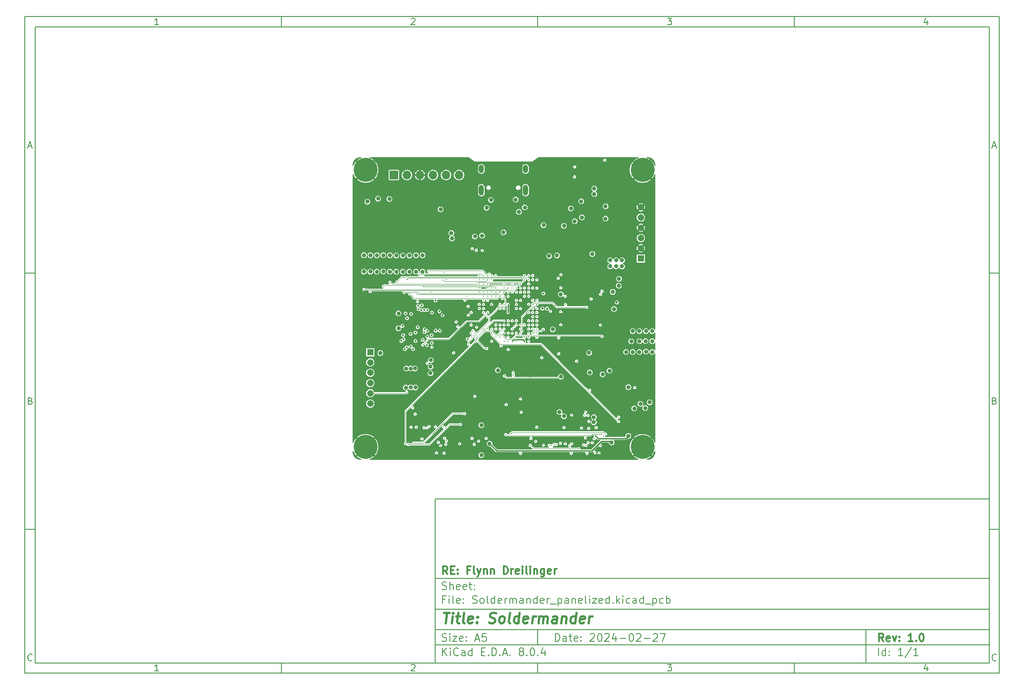
<source format=gbr>
%TF.GenerationSoftware,KiCad,Pcbnew,8.0.4*%
%TF.CreationDate,2024-07-26T20:24:48-07:00*%
%TF.ProjectId,Soldermander_panelized,536f6c64-6572-46d6-916e-6465725f7061,1.0*%
%TF.SameCoordinates,Original*%
%TF.FileFunction,Copper,L3,Inr*%
%TF.FilePolarity,Positive*%
%FSLAX46Y46*%
G04 Gerber Fmt 4.6, Leading zero omitted, Abs format (unit mm)*
G04 Created by KiCad (PCBNEW 8.0.4) date 2024-07-26 20:24:48*
%MOMM*%
%LPD*%
G01*
G04 APERTURE LIST*
%ADD10C,0.100000*%
%ADD11C,0.150000*%
%ADD12C,0.300000*%
%ADD13C,0.400000*%
%TA.AperFunction,ComponentPad*%
%ADD14C,4.700000*%
%TD*%
%TA.AperFunction,ComponentPad*%
%ADD15R,1.308000X1.308000*%
%TD*%
%TA.AperFunction,ComponentPad*%
%ADD16C,1.308000*%
%TD*%
%TA.AperFunction,ComponentPad*%
%ADD17O,1.000000X2.100000*%
%TD*%
%TA.AperFunction,ComponentPad*%
%ADD18O,1.000000X1.600000*%
%TD*%
%TA.AperFunction,ComponentPad*%
%ADD19R,1.700000X1.700000*%
%TD*%
%TA.AperFunction,ComponentPad*%
%ADD20O,1.700000X1.700000*%
%TD*%
%TA.AperFunction,ViaPad*%
%ADD21C,0.300000*%
%TD*%
%TA.AperFunction,ViaPad*%
%ADD22C,0.400000*%
%TD*%
%TA.AperFunction,ViaPad*%
%ADD23C,0.800000*%
%TD*%
%TA.AperFunction,ViaPad*%
%ADD24C,0.500000*%
%TD*%
%TA.AperFunction,ViaPad*%
%ADD25C,0.406400*%
%TD*%
%TA.AperFunction,Conductor*%
%ADD26C,0.250000*%
%TD*%
%TA.AperFunction,Conductor*%
%ADD27C,0.090000*%
%TD*%
G04 APERTURE END LIST*
D10*
D11*
X90007200Y-104005800D02*
X198007200Y-104005800D01*
X198007200Y-136005800D01*
X90007200Y-136005800D01*
X90007200Y-104005800D01*
D10*
D11*
X10000000Y-10000000D02*
X200007200Y-10000000D01*
X200007200Y-138005800D01*
X10000000Y-138005800D01*
X10000000Y-10000000D01*
D10*
D11*
X12000000Y-12000000D02*
X198007200Y-12000000D01*
X198007200Y-136005800D01*
X12000000Y-136005800D01*
X12000000Y-12000000D01*
D10*
D11*
X60000000Y-12000000D02*
X60000000Y-10000000D01*
D10*
D11*
X110000000Y-12000000D02*
X110000000Y-10000000D01*
D10*
D11*
X160000000Y-12000000D02*
X160000000Y-10000000D01*
D10*
D11*
X36089160Y-11593604D02*
X35346303Y-11593604D01*
X35717731Y-11593604D02*
X35717731Y-10293604D01*
X35717731Y-10293604D02*
X35593922Y-10479319D01*
X35593922Y-10479319D02*
X35470112Y-10603128D01*
X35470112Y-10603128D02*
X35346303Y-10665033D01*
D10*
D11*
X85346303Y-10417414D02*
X85408207Y-10355509D01*
X85408207Y-10355509D02*
X85532017Y-10293604D01*
X85532017Y-10293604D02*
X85841541Y-10293604D01*
X85841541Y-10293604D02*
X85965350Y-10355509D01*
X85965350Y-10355509D02*
X86027255Y-10417414D01*
X86027255Y-10417414D02*
X86089160Y-10541223D01*
X86089160Y-10541223D02*
X86089160Y-10665033D01*
X86089160Y-10665033D02*
X86027255Y-10850747D01*
X86027255Y-10850747D02*
X85284398Y-11593604D01*
X85284398Y-11593604D02*
X86089160Y-11593604D01*
D10*
D11*
X135284398Y-10293604D02*
X136089160Y-10293604D01*
X136089160Y-10293604D02*
X135655826Y-10788842D01*
X135655826Y-10788842D02*
X135841541Y-10788842D01*
X135841541Y-10788842D02*
X135965350Y-10850747D01*
X135965350Y-10850747D02*
X136027255Y-10912652D01*
X136027255Y-10912652D02*
X136089160Y-11036461D01*
X136089160Y-11036461D02*
X136089160Y-11345985D01*
X136089160Y-11345985D02*
X136027255Y-11469795D01*
X136027255Y-11469795D02*
X135965350Y-11531700D01*
X135965350Y-11531700D02*
X135841541Y-11593604D01*
X135841541Y-11593604D02*
X135470112Y-11593604D01*
X135470112Y-11593604D02*
X135346303Y-11531700D01*
X135346303Y-11531700D02*
X135284398Y-11469795D01*
D10*
D11*
X185965350Y-10726938D02*
X185965350Y-11593604D01*
X185655826Y-10231700D02*
X185346303Y-11160271D01*
X185346303Y-11160271D02*
X186151064Y-11160271D01*
D10*
D11*
X60000000Y-136005800D02*
X60000000Y-138005800D01*
D10*
D11*
X110000000Y-136005800D02*
X110000000Y-138005800D01*
D10*
D11*
X160000000Y-136005800D02*
X160000000Y-138005800D01*
D10*
D11*
X36089160Y-137599404D02*
X35346303Y-137599404D01*
X35717731Y-137599404D02*
X35717731Y-136299404D01*
X35717731Y-136299404D02*
X35593922Y-136485119D01*
X35593922Y-136485119D02*
X35470112Y-136608928D01*
X35470112Y-136608928D02*
X35346303Y-136670833D01*
D10*
D11*
X85346303Y-136423214D02*
X85408207Y-136361309D01*
X85408207Y-136361309D02*
X85532017Y-136299404D01*
X85532017Y-136299404D02*
X85841541Y-136299404D01*
X85841541Y-136299404D02*
X85965350Y-136361309D01*
X85965350Y-136361309D02*
X86027255Y-136423214D01*
X86027255Y-136423214D02*
X86089160Y-136547023D01*
X86089160Y-136547023D02*
X86089160Y-136670833D01*
X86089160Y-136670833D02*
X86027255Y-136856547D01*
X86027255Y-136856547D02*
X85284398Y-137599404D01*
X85284398Y-137599404D02*
X86089160Y-137599404D01*
D10*
D11*
X135284398Y-136299404D02*
X136089160Y-136299404D01*
X136089160Y-136299404D02*
X135655826Y-136794642D01*
X135655826Y-136794642D02*
X135841541Y-136794642D01*
X135841541Y-136794642D02*
X135965350Y-136856547D01*
X135965350Y-136856547D02*
X136027255Y-136918452D01*
X136027255Y-136918452D02*
X136089160Y-137042261D01*
X136089160Y-137042261D02*
X136089160Y-137351785D01*
X136089160Y-137351785D02*
X136027255Y-137475595D01*
X136027255Y-137475595D02*
X135965350Y-137537500D01*
X135965350Y-137537500D02*
X135841541Y-137599404D01*
X135841541Y-137599404D02*
X135470112Y-137599404D01*
X135470112Y-137599404D02*
X135346303Y-137537500D01*
X135346303Y-137537500D02*
X135284398Y-137475595D01*
D10*
D11*
X185965350Y-136732738D02*
X185965350Y-137599404D01*
X185655826Y-136237500D02*
X185346303Y-137166071D01*
X185346303Y-137166071D02*
X186151064Y-137166071D01*
D10*
D11*
X10000000Y-60000000D02*
X12000000Y-60000000D01*
D10*
D11*
X10000000Y-110000000D02*
X12000000Y-110000000D01*
D10*
D11*
X10690476Y-35222176D02*
X11309523Y-35222176D01*
X10566666Y-35593604D02*
X10999999Y-34293604D01*
X10999999Y-34293604D02*
X11433333Y-35593604D01*
D10*
D11*
X11092857Y-84912652D02*
X11278571Y-84974557D01*
X11278571Y-84974557D02*
X11340476Y-85036461D01*
X11340476Y-85036461D02*
X11402380Y-85160271D01*
X11402380Y-85160271D02*
X11402380Y-85345985D01*
X11402380Y-85345985D02*
X11340476Y-85469795D01*
X11340476Y-85469795D02*
X11278571Y-85531700D01*
X11278571Y-85531700D02*
X11154761Y-85593604D01*
X11154761Y-85593604D02*
X10659523Y-85593604D01*
X10659523Y-85593604D02*
X10659523Y-84293604D01*
X10659523Y-84293604D02*
X11092857Y-84293604D01*
X11092857Y-84293604D02*
X11216666Y-84355509D01*
X11216666Y-84355509D02*
X11278571Y-84417414D01*
X11278571Y-84417414D02*
X11340476Y-84541223D01*
X11340476Y-84541223D02*
X11340476Y-84665033D01*
X11340476Y-84665033D02*
X11278571Y-84788842D01*
X11278571Y-84788842D02*
X11216666Y-84850747D01*
X11216666Y-84850747D02*
X11092857Y-84912652D01*
X11092857Y-84912652D02*
X10659523Y-84912652D01*
D10*
D11*
X11402380Y-135469795D02*
X11340476Y-135531700D01*
X11340476Y-135531700D02*
X11154761Y-135593604D01*
X11154761Y-135593604D02*
X11030952Y-135593604D01*
X11030952Y-135593604D02*
X10845238Y-135531700D01*
X10845238Y-135531700D02*
X10721428Y-135407890D01*
X10721428Y-135407890D02*
X10659523Y-135284080D01*
X10659523Y-135284080D02*
X10597619Y-135036461D01*
X10597619Y-135036461D02*
X10597619Y-134850747D01*
X10597619Y-134850747D02*
X10659523Y-134603128D01*
X10659523Y-134603128D02*
X10721428Y-134479319D01*
X10721428Y-134479319D02*
X10845238Y-134355509D01*
X10845238Y-134355509D02*
X11030952Y-134293604D01*
X11030952Y-134293604D02*
X11154761Y-134293604D01*
X11154761Y-134293604D02*
X11340476Y-134355509D01*
X11340476Y-134355509D02*
X11402380Y-134417414D01*
D10*
D11*
X200007200Y-60000000D02*
X198007200Y-60000000D01*
D10*
D11*
X200007200Y-110000000D02*
X198007200Y-110000000D01*
D10*
D11*
X198697676Y-35222176D02*
X199316723Y-35222176D01*
X198573866Y-35593604D02*
X199007199Y-34293604D01*
X199007199Y-34293604D02*
X199440533Y-35593604D01*
D10*
D11*
X199100057Y-84912652D02*
X199285771Y-84974557D01*
X199285771Y-84974557D02*
X199347676Y-85036461D01*
X199347676Y-85036461D02*
X199409580Y-85160271D01*
X199409580Y-85160271D02*
X199409580Y-85345985D01*
X199409580Y-85345985D02*
X199347676Y-85469795D01*
X199347676Y-85469795D02*
X199285771Y-85531700D01*
X199285771Y-85531700D02*
X199161961Y-85593604D01*
X199161961Y-85593604D02*
X198666723Y-85593604D01*
X198666723Y-85593604D02*
X198666723Y-84293604D01*
X198666723Y-84293604D02*
X199100057Y-84293604D01*
X199100057Y-84293604D02*
X199223866Y-84355509D01*
X199223866Y-84355509D02*
X199285771Y-84417414D01*
X199285771Y-84417414D02*
X199347676Y-84541223D01*
X199347676Y-84541223D02*
X199347676Y-84665033D01*
X199347676Y-84665033D02*
X199285771Y-84788842D01*
X199285771Y-84788842D02*
X199223866Y-84850747D01*
X199223866Y-84850747D02*
X199100057Y-84912652D01*
X199100057Y-84912652D02*
X198666723Y-84912652D01*
D10*
D11*
X199409580Y-135469795D02*
X199347676Y-135531700D01*
X199347676Y-135531700D02*
X199161961Y-135593604D01*
X199161961Y-135593604D02*
X199038152Y-135593604D01*
X199038152Y-135593604D02*
X198852438Y-135531700D01*
X198852438Y-135531700D02*
X198728628Y-135407890D01*
X198728628Y-135407890D02*
X198666723Y-135284080D01*
X198666723Y-135284080D02*
X198604819Y-135036461D01*
X198604819Y-135036461D02*
X198604819Y-134850747D01*
X198604819Y-134850747D02*
X198666723Y-134603128D01*
X198666723Y-134603128D02*
X198728628Y-134479319D01*
X198728628Y-134479319D02*
X198852438Y-134355509D01*
X198852438Y-134355509D02*
X199038152Y-134293604D01*
X199038152Y-134293604D02*
X199161961Y-134293604D01*
X199161961Y-134293604D02*
X199347676Y-134355509D01*
X199347676Y-134355509D02*
X199409580Y-134417414D01*
D10*
D11*
X113463026Y-131791928D02*
X113463026Y-130291928D01*
X113463026Y-130291928D02*
X113820169Y-130291928D01*
X113820169Y-130291928D02*
X114034455Y-130363357D01*
X114034455Y-130363357D02*
X114177312Y-130506214D01*
X114177312Y-130506214D02*
X114248741Y-130649071D01*
X114248741Y-130649071D02*
X114320169Y-130934785D01*
X114320169Y-130934785D02*
X114320169Y-131149071D01*
X114320169Y-131149071D02*
X114248741Y-131434785D01*
X114248741Y-131434785D02*
X114177312Y-131577642D01*
X114177312Y-131577642D02*
X114034455Y-131720500D01*
X114034455Y-131720500D02*
X113820169Y-131791928D01*
X113820169Y-131791928D02*
X113463026Y-131791928D01*
X115605884Y-131791928D02*
X115605884Y-131006214D01*
X115605884Y-131006214D02*
X115534455Y-130863357D01*
X115534455Y-130863357D02*
X115391598Y-130791928D01*
X115391598Y-130791928D02*
X115105884Y-130791928D01*
X115105884Y-130791928D02*
X114963026Y-130863357D01*
X115605884Y-131720500D02*
X115463026Y-131791928D01*
X115463026Y-131791928D02*
X115105884Y-131791928D01*
X115105884Y-131791928D02*
X114963026Y-131720500D01*
X114963026Y-131720500D02*
X114891598Y-131577642D01*
X114891598Y-131577642D02*
X114891598Y-131434785D01*
X114891598Y-131434785D02*
X114963026Y-131291928D01*
X114963026Y-131291928D02*
X115105884Y-131220500D01*
X115105884Y-131220500D02*
X115463026Y-131220500D01*
X115463026Y-131220500D02*
X115605884Y-131149071D01*
X116105884Y-130791928D02*
X116677312Y-130791928D01*
X116320169Y-130291928D02*
X116320169Y-131577642D01*
X116320169Y-131577642D02*
X116391598Y-131720500D01*
X116391598Y-131720500D02*
X116534455Y-131791928D01*
X116534455Y-131791928D02*
X116677312Y-131791928D01*
X117748741Y-131720500D02*
X117605884Y-131791928D01*
X117605884Y-131791928D02*
X117320170Y-131791928D01*
X117320170Y-131791928D02*
X117177312Y-131720500D01*
X117177312Y-131720500D02*
X117105884Y-131577642D01*
X117105884Y-131577642D02*
X117105884Y-131006214D01*
X117105884Y-131006214D02*
X117177312Y-130863357D01*
X117177312Y-130863357D02*
X117320170Y-130791928D01*
X117320170Y-130791928D02*
X117605884Y-130791928D01*
X117605884Y-130791928D02*
X117748741Y-130863357D01*
X117748741Y-130863357D02*
X117820170Y-131006214D01*
X117820170Y-131006214D02*
X117820170Y-131149071D01*
X117820170Y-131149071D02*
X117105884Y-131291928D01*
X118463026Y-131649071D02*
X118534455Y-131720500D01*
X118534455Y-131720500D02*
X118463026Y-131791928D01*
X118463026Y-131791928D02*
X118391598Y-131720500D01*
X118391598Y-131720500D02*
X118463026Y-131649071D01*
X118463026Y-131649071D02*
X118463026Y-131791928D01*
X118463026Y-130863357D02*
X118534455Y-130934785D01*
X118534455Y-130934785D02*
X118463026Y-131006214D01*
X118463026Y-131006214D02*
X118391598Y-130934785D01*
X118391598Y-130934785D02*
X118463026Y-130863357D01*
X118463026Y-130863357D02*
X118463026Y-131006214D01*
X120248741Y-130434785D02*
X120320169Y-130363357D01*
X120320169Y-130363357D02*
X120463027Y-130291928D01*
X120463027Y-130291928D02*
X120820169Y-130291928D01*
X120820169Y-130291928D02*
X120963027Y-130363357D01*
X120963027Y-130363357D02*
X121034455Y-130434785D01*
X121034455Y-130434785D02*
X121105884Y-130577642D01*
X121105884Y-130577642D02*
X121105884Y-130720500D01*
X121105884Y-130720500D02*
X121034455Y-130934785D01*
X121034455Y-130934785D02*
X120177312Y-131791928D01*
X120177312Y-131791928D02*
X121105884Y-131791928D01*
X122034455Y-130291928D02*
X122177312Y-130291928D01*
X122177312Y-130291928D02*
X122320169Y-130363357D01*
X122320169Y-130363357D02*
X122391598Y-130434785D01*
X122391598Y-130434785D02*
X122463026Y-130577642D01*
X122463026Y-130577642D02*
X122534455Y-130863357D01*
X122534455Y-130863357D02*
X122534455Y-131220500D01*
X122534455Y-131220500D02*
X122463026Y-131506214D01*
X122463026Y-131506214D02*
X122391598Y-131649071D01*
X122391598Y-131649071D02*
X122320169Y-131720500D01*
X122320169Y-131720500D02*
X122177312Y-131791928D01*
X122177312Y-131791928D02*
X122034455Y-131791928D01*
X122034455Y-131791928D02*
X121891598Y-131720500D01*
X121891598Y-131720500D02*
X121820169Y-131649071D01*
X121820169Y-131649071D02*
X121748740Y-131506214D01*
X121748740Y-131506214D02*
X121677312Y-131220500D01*
X121677312Y-131220500D02*
X121677312Y-130863357D01*
X121677312Y-130863357D02*
X121748740Y-130577642D01*
X121748740Y-130577642D02*
X121820169Y-130434785D01*
X121820169Y-130434785D02*
X121891598Y-130363357D01*
X121891598Y-130363357D02*
X122034455Y-130291928D01*
X123105883Y-130434785D02*
X123177311Y-130363357D01*
X123177311Y-130363357D02*
X123320169Y-130291928D01*
X123320169Y-130291928D02*
X123677311Y-130291928D01*
X123677311Y-130291928D02*
X123820169Y-130363357D01*
X123820169Y-130363357D02*
X123891597Y-130434785D01*
X123891597Y-130434785D02*
X123963026Y-130577642D01*
X123963026Y-130577642D02*
X123963026Y-130720500D01*
X123963026Y-130720500D02*
X123891597Y-130934785D01*
X123891597Y-130934785D02*
X123034454Y-131791928D01*
X123034454Y-131791928D02*
X123963026Y-131791928D01*
X125248740Y-130791928D02*
X125248740Y-131791928D01*
X124891597Y-130220500D02*
X124534454Y-131291928D01*
X124534454Y-131291928D02*
X125463025Y-131291928D01*
X126034453Y-131220500D02*
X127177311Y-131220500D01*
X128177311Y-130291928D02*
X128320168Y-130291928D01*
X128320168Y-130291928D02*
X128463025Y-130363357D01*
X128463025Y-130363357D02*
X128534454Y-130434785D01*
X128534454Y-130434785D02*
X128605882Y-130577642D01*
X128605882Y-130577642D02*
X128677311Y-130863357D01*
X128677311Y-130863357D02*
X128677311Y-131220500D01*
X128677311Y-131220500D02*
X128605882Y-131506214D01*
X128605882Y-131506214D02*
X128534454Y-131649071D01*
X128534454Y-131649071D02*
X128463025Y-131720500D01*
X128463025Y-131720500D02*
X128320168Y-131791928D01*
X128320168Y-131791928D02*
X128177311Y-131791928D01*
X128177311Y-131791928D02*
X128034454Y-131720500D01*
X128034454Y-131720500D02*
X127963025Y-131649071D01*
X127963025Y-131649071D02*
X127891596Y-131506214D01*
X127891596Y-131506214D02*
X127820168Y-131220500D01*
X127820168Y-131220500D02*
X127820168Y-130863357D01*
X127820168Y-130863357D02*
X127891596Y-130577642D01*
X127891596Y-130577642D02*
X127963025Y-130434785D01*
X127963025Y-130434785D02*
X128034454Y-130363357D01*
X128034454Y-130363357D02*
X128177311Y-130291928D01*
X129248739Y-130434785D02*
X129320167Y-130363357D01*
X129320167Y-130363357D02*
X129463025Y-130291928D01*
X129463025Y-130291928D02*
X129820167Y-130291928D01*
X129820167Y-130291928D02*
X129963025Y-130363357D01*
X129963025Y-130363357D02*
X130034453Y-130434785D01*
X130034453Y-130434785D02*
X130105882Y-130577642D01*
X130105882Y-130577642D02*
X130105882Y-130720500D01*
X130105882Y-130720500D02*
X130034453Y-130934785D01*
X130034453Y-130934785D02*
X129177310Y-131791928D01*
X129177310Y-131791928D02*
X130105882Y-131791928D01*
X130748738Y-131220500D02*
X131891596Y-131220500D01*
X132534453Y-130434785D02*
X132605881Y-130363357D01*
X132605881Y-130363357D02*
X132748739Y-130291928D01*
X132748739Y-130291928D02*
X133105881Y-130291928D01*
X133105881Y-130291928D02*
X133248739Y-130363357D01*
X133248739Y-130363357D02*
X133320167Y-130434785D01*
X133320167Y-130434785D02*
X133391596Y-130577642D01*
X133391596Y-130577642D02*
X133391596Y-130720500D01*
X133391596Y-130720500D02*
X133320167Y-130934785D01*
X133320167Y-130934785D02*
X132463024Y-131791928D01*
X132463024Y-131791928D02*
X133391596Y-131791928D01*
X133891595Y-130291928D02*
X134891595Y-130291928D01*
X134891595Y-130291928D02*
X134248738Y-131791928D01*
D10*
D11*
X90007200Y-132505800D02*
X198007200Y-132505800D01*
D10*
D11*
X91463026Y-134591928D02*
X91463026Y-133091928D01*
X92320169Y-134591928D02*
X91677312Y-133734785D01*
X92320169Y-133091928D02*
X91463026Y-133949071D01*
X92963026Y-134591928D02*
X92963026Y-133591928D01*
X92963026Y-133091928D02*
X92891598Y-133163357D01*
X92891598Y-133163357D02*
X92963026Y-133234785D01*
X92963026Y-133234785D02*
X93034455Y-133163357D01*
X93034455Y-133163357D02*
X92963026Y-133091928D01*
X92963026Y-133091928D02*
X92963026Y-133234785D01*
X94534455Y-134449071D02*
X94463027Y-134520500D01*
X94463027Y-134520500D02*
X94248741Y-134591928D01*
X94248741Y-134591928D02*
X94105884Y-134591928D01*
X94105884Y-134591928D02*
X93891598Y-134520500D01*
X93891598Y-134520500D02*
X93748741Y-134377642D01*
X93748741Y-134377642D02*
X93677312Y-134234785D01*
X93677312Y-134234785D02*
X93605884Y-133949071D01*
X93605884Y-133949071D02*
X93605884Y-133734785D01*
X93605884Y-133734785D02*
X93677312Y-133449071D01*
X93677312Y-133449071D02*
X93748741Y-133306214D01*
X93748741Y-133306214D02*
X93891598Y-133163357D01*
X93891598Y-133163357D02*
X94105884Y-133091928D01*
X94105884Y-133091928D02*
X94248741Y-133091928D01*
X94248741Y-133091928D02*
X94463027Y-133163357D01*
X94463027Y-133163357D02*
X94534455Y-133234785D01*
X95820170Y-134591928D02*
X95820170Y-133806214D01*
X95820170Y-133806214D02*
X95748741Y-133663357D01*
X95748741Y-133663357D02*
X95605884Y-133591928D01*
X95605884Y-133591928D02*
X95320170Y-133591928D01*
X95320170Y-133591928D02*
X95177312Y-133663357D01*
X95820170Y-134520500D02*
X95677312Y-134591928D01*
X95677312Y-134591928D02*
X95320170Y-134591928D01*
X95320170Y-134591928D02*
X95177312Y-134520500D01*
X95177312Y-134520500D02*
X95105884Y-134377642D01*
X95105884Y-134377642D02*
X95105884Y-134234785D01*
X95105884Y-134234785D02*
X95177312Y-134091928D01*
X95177312Y-134091928D02*
X95320170Y-134020500D01*
X95320170Y-134020500D02*
X95677312Y-134020500D01*
X95677312Y-134020500D02*
X95820170Y-133949071D01*
X97177313Y-134591928D02*
X97177313Y-133091928D01*
X97177313Y-134520500D02*
X97034455Y-134591928D01*
X97034455Y-134591928D02*
X96748741Y-134591928D01*
X96748741Y-134591928D02*
X96605884Y-134520500D01*
X96605884Y-134520500D02*
X96534455Y-134449071D01*
X96534455Y-134449071D02*
X96463027Y-134306214D01*
X96463027Y-134306214D02*
X96463027Y-133877642D01*
X96463027Y-133877642D02*
X96534455Y-133734785D01*
X96534455Y-133734785D02*
X96605884Y-133663357D01*
X96605884Y-133663357D02*
X96748741Y-133591928D01*
X96748741Y-133591928D02*
X97034455Y-133591928D01*
X97034455Y-133591928D02*
X97177313Y-133663357D01*
X99034455Y-133806214D02*
X99534455Y-133806214D01*
X99748741Y-134591928D02*
X99034455Y-134591928D01*
X99034455Y-134591928D02*
X99034455Y-133091928D01*
X99034455Y-133091928D02*
X99748741Y-133091928D01*
X100391598Y-134449071D02*
X100463027Y-134520500D01*
X100463027Y-134520500D02*
X100391598Y-134591928D01*
X100391598Y-134591928D02*
X100320170Y-134520500D01*
X100320170Y-134520500D02*
X100391598Y-134449071D01*
X100391598Y-134449071D02*
X100391598Y-134591928D01*
X101105884Y-134591928D02*
X101105884Y-133091928D01*
X101105884Y-133091928D02*
X101463027Y-133091928D01*
X101463027Y-133091928D02*
X101677313Y-133163357D01*
X101677313Y-133163357D02*
X101820170Y-133306214D01*
X101820170Y-133306214D02*
X101891599Y-133449071D01*
X101891599Y-133449071D02*
X101963027Y-133734785D01*
X101963027Y-133734785D02*
X101963027Y-133949071D01*
X101963027Y-133949071D02*
X101891599Y-134234785D01*
X101891599Y-134234785D02*
X101820170Y-134377642D01*
X101820170Y-134377642D02*
X101677313Y-134520500D01*
X101677313Y-134520500D02*
X101463027Y-134591928D01*
X101463027Y-134591928D02*
X101105884Y-134591928D01*
X102605884Y-134449071D02*
X102677313Y-134520500D01*
X102677313Y-134520500D02*
X102605884Y-134591928D01*
X102605884Y-134591928D02*
X102534456Y-134520500D01*
X102534456Y-134520500D02*
X102605884Y-134449071D01*
X102605884Y-134449071D02*
X102605884Y-134591928D01*
X103248742Y-134163357D02*
X103963028Y-134163357D01*
X103105885Y-134591928D02*
X103605885Y-133091928D01*
X103605885Y-133091928D02*
X104105885Y-134591928D01*
X104605884Y-134449071D02*
X104677313Y-134520500D01*
X104677313Y-134520500D02*
X104605884Y-134591928D01*
X104605884Y-134591928D02*
X104534456Y-134520500D01*
X104534456Y-134520500D02*
X104605884Y-134449071D01*
X104605884Y-134449071D02*
X104605884Y-134591928D01*
X106677313Y-133734785D02*
X106534456Y-133663357D01*
X106534456Y-133663357D02*
X106463027Y-133591928D01*
X106463027Y-133591928D02*
X106391599Y-133449071D01*
X106391599Y-133449071D02*
X106391599Y-133377642D01*
X106391599Y-133377642D02*
X106463027Y-133234785D01*
X106463027Y-133234785D02*
X106534456Y-133163357D01*
X106534456Y-133163357D02*
X106677313Y-133091928D01*
X106677313Y-133091928D02*
X106963027Y-133091928D01*
X106963027Y-133091928D02*
X107105885Y-133163357D01*
X107105885Y-133163357D02*
X107177313Y-133234785D01*
X107177313Y-133234785D02*
X107248742Y-133377642D01*
X107248742Y-133377642D02*
X107248742Y-133449071D01*
X107248742Y-133449071D02*
X107177313Y-133591928D01*
X107177313Y-133591928D02*
X107105885Y-133663357D01*
X107105885Y-133663357D02*
X106963027Y-133734785D01*
X106963027Y-133734785D02*
X106677313Y-133734785D01*
X106677313Y-133734785D02*
X106534456Y-133806214D01*
X106534456Y-133806214D02*
X106463027Y-133877642D01*
X106463027Y-133877642D02*
X106391599Y-134020500D01*
X106391599Y-134020500D02*
X106391599Y-134306214D01*
X106391599Y-134306214D02*
X106463027Y-134449071D01*
X106463027Y-134449071D02*
X106534456Y-134520500D01*
X106534456Y-134520500D02*
X106677313Y-134591928D01*
X106677313Y-134591928D02*
X106963027Y-134591928D01*
X106963027Y-134591928D02*
X107105885Y-134520500D01*
X107105885Y-134520500D02*
X107177313Y-134449071D01*
X107177313Y-134449071D02*
X107248742Y-134306214D01*
X107248742Y-134306214D02*
X107248742Y-134020500D01*
X107248742Y-134020500D02*
X107177313Y-133877642D01*
X107177313Y-133877642D02*
X107105885Y-133806214D01*
X107105885Y-133806214D02*
X106963027Y-133734785D01*
X107891598Y-134449071D02*
X107963027Y-134520500D01*
X107963027Y-134520500D02*
X107891598Y-134591928D01*
X107891598Y-134591928D02*
X107820170Y-134520500D01*
X107820170Y-134520500D02*
X107891598Y-134449071D01*
X107891598Y-134449071D02*
X107891598Y-134591928D01*
X108891599Y-133091928D02*
X109034456Y-133091928D01*
X109034456Y-133091928D02*
X109177313Y-133163357D01*
X109177313Y-133163357D02*
X109248742Y-133234785D01*
X109248742Y-133234785D02*
X109320170Y-133377642D01*
X109320170Y-133377642D02*
X109391599Y-133663357D01*
X109391599Y-133663357D02*
X109391599Y-134020500D01*
X109391599Y-134020500D02*
X109320170Y-134306214D01*
X109320170Y-134306214D02*
X109248742Y-134449071D01*
X109248742Y-134449071D02*
X109177313Y-134520500D01*
X109177313Y-134520500D02*
X109034456Y-134591928D01*
X109034456Y-134591928D02*
X108891599Y-134591928D01*
X108891599Y-134591928D02*
X108748742Y-134520500D01*
X108748742Y-134520500D02*
X108677313Y-134449071D01*
X108677313Y-134449071D02*
X108605884Y-134306214D01*
X108605884Y-134306214D02*
X108534456Y-134020500D01*
X108534456Y-134020500D02*
X108534456Y-133663357D01*
X108534456Y-133663357D02*
X108605884Y-133377642D01*
X108605884Y-133377642D02*
X108677313Y-133234785D01*
X108677313Y-133234785D02*
X108748742Y-133163357D01*
X108748742Y-133163357D02*
X108891599Y-133091928D01*
X110034455Y-134449071D02*
X110105884Y-134520500D01*
X110105884Y-134520500D02*
X110034455Y-134591928D01*
X110034455Y-134591928D02*
X109963027Y-134520500D01*
X109963027Y-134520500D02*
X110034455Y-134449071D01*
X110034455Y-134449071D02*
X110034455Y-134591928D01*
X111391599Y-133591928D02*
X111391599Y-134591928D01*
X111034456Y-133020500D02*
X110677313Y-134091928D01*
X110677313Y-134091928D02*
X111605884Y-134091928D01*
D10*
D11*
X90007200Y-129505800D02*
X198007200Y-129505800D01*
D10*
D12*
X177418853Y-131784128D02*
X176918853Y-131069842D01*
X176561710Y-131784128D02*
X176561710Y-130284128D01*
X176561710Y-130284128D02*
X177133139Y-130284128D01*
X177133139Y-130284128D02*
X177275996Y-130355557D01*
X177275996Y-130355557D02*
X177347425Y-130426985D01*
X177347425Y-130426985D02*
X177418853Y-130569842D01*
X177418853Y-130569842D02*
X177418853Y-130784128D01*
X177418853Y-130784128D02*
X177347425Y-130926985D01*
X177347425Y-130926985D02*
X177275996Y-130998414D01*
X177275996Y-130998414D02*
X177133139Y-131069842D01*
X177133139Y-131069842D02*
X176561710Y-131069842D01*
X178633139Y-131712700D02*
X178490282Y-131784128D01*
X178490282Y-131784128D02*
X178204568Y-131784128D01*
X178204568Y-131784128D02*
X178061710Y-131712700D01*
X178061710Y-131712700D02*
X177990282Y-131569842D01*
X177990282Y-131569842D02*
X177990282Y-130998414D01*
X177990282Y-130998414D02*
X178061710Y-130855557D01*
X178061710Y-130855557D02*
X178204568Y-130784128D01*
X178204568Y-130784128D02*
X178490282Y-130784128D01*
X178490282Y-130784128D02*
X178633139Y-130855557D01*
X178633139Y-130855557D02*
X178704568Y-130998414D01*
X178704568Y-130998414D02*
X178704568Y-131141271D01*
X178704568Y-131141271D02*
X177990282Y-131284128D01*
X179204567Y-130784128D02*
X179561710Y-131784128D01*
X179561710Y-131784128D02*
X179918853Y-130784128D01*
X180490281Y-131641271D02*
X180561710Y-131712700D01*
X180561710Y-131712700D02*
X180490281Y-131784128D01*
X180490281Y-131784128D02*
X180418853Y-131712700D01*
X180418853Y-131712700D02*
X180490281Y-131641271D01*
X180490281Y-131641271D02*
X180490281Y-131784128D01*
X180490281Y-130855557D02*
X180561710Y-130926985D01*
X180561710Y-130926985D02*
X180490281Y-130998414D01*
X180490281Y-130998414D02*
X180418853Y-130926985D01*
X180418853Y-130926985D02*
X180490281Y-130855557D01*
X180490281Y-130855557D02*
X180490281Y-130998414D01*
X183133139Y-131784128D02*
X182275996Y-131784128D01*
X182704567Y-131784128D02*
X182704567Y-130284128D01*
X182704567Y-130284128D02*
X182561710Y-130498414D01*
X182561710Y-130498414D02*
X182418853Y-130641271D01*
X182418853Y-130641271D02*
X182275996Y-130712700D01*
X183775995Y-131641271D02*
X183847424Y-131712700D01*
X183847424Y-131712700D02*
X183775995Y-131784128D01*
X183775995Y-131784128D02*
X183704567Y-131712700D01*
X183704567Y-131712700D02*
X183775995Y-131641271D01*
X183775995Y-131641271D02*
X183775995Y-131784128D01*
X184775996Y-130284128D02*
X184918853Y-130284128D01*
X184918853Y-130284128D02*
X185061710Y-130355557D01*
X185061710Y-130355557D02*
X185133139Y-130426985D01*
X185133139Y-130426985D02*
X185204567Y-130569842D01*
X185204567Y-130569842D02*
X185275996Y-130855557D01*
X185275996Y-130855557D02*
X185275996Y-131212700D01*
X185275996Y-131212700D02*
X185204567Y-131498414D01*
X185204567Y-131498414D02*
X185133139Y-131641271D01*
X185133139Y-131641271D02*
X185061710Y-131712700D01*
X185061710Y-131712700D02*
X184918853Y-131784128D01*
X184918853Y-131784128D02*
X184775996Y-131784128D01*
X184775996Y-131784128D02*
X184633139Y-131712700D01*
X184633139Y-131712700D02*
X184561710Y-131641271D01*
X184561710Y-131641271D02*
X184490281Y-131498414D01*
X184490281Y-131498414D02*
X184418853Y-131212700D01*
X184418853Y-131212700D02*
X184418853Y-130855557D01*
X184418853Y-130855557D02*
X184490281Y-130569842D01*
X184490281Y-130569842D02*
X184561710Y-130426985D01*
X184561710Y-130426985D02*
X184633139Y-130355557D01*
X184633139Y-130355557D02*
X184775996Y-130284128D01*
D10*
D11*
X91391598Y-131720500D02*
X91605884Y-131791928D01*
X91605884Y-131791928D02*
X91963026Y-131791928D01*
X91963026Y-131791928D02*
X92105884Y-131720500D01*
X92105884Y-131720500D02*
X92177312Y-131649071D01*
X92177312Y-131649071D02*
X92248741Y-131506214D01*
X92248741Y-131506214D02*
X92248741Y-131363357D01*
X92248741Y-131363357D02*
X92177312Y-131220500D01*
X92177312Y-131220500D02*
X92105884Y-131149071D01*
X92105884Y-131149071D02*
X91963026Y-131077642D01*
X91963026Y-131077642D02*
X91677312Y-131006214D01*
X91677312Y-131006214D02*
X91534455Y-130934785D01*
X91534455Y-130934785D02*
X91463026Y-130863357D01*
X91463026Y-130863357D02*
X91391598Y-130720500D01*
X91391598Y-130720500D02*
X91391598Y-130577642D01*
X91391598Y-130577642D02*
X91463026Y-130434785D01*
X91463026Y-130434785D02*
X91534455Y-130363357D01*
X91534455Y-130363357D02*
X91677312Y-130291928D01*
X91677312Y-130291928D02*
X92034455Y-130291928D01*
X92034455Y-130291928D02*
X92248741Y-130363357D01*
X92891597Y-131791928D02*
X92891597Y-130791928D01*
X92891597Y-130291928D02*
X92820169Y-130363357D01*
X92820169Y-130363357D02*
X92891597Y-130434785D01*
X92891597Y-130434785D02*
X92963026Y-130363357D01*
X92963026Y-130363357D02*
X92891597Y-130291928D01*
X92891597Y-130291928D02*
X92891597Y-130434785D01*
X93463026Y-130791928D02*
X94248741Y-130791928D01*
X94248741Y-130791928D02*
X93463026Y-131791928D01*
X93463026Y-131791928D02*
X94248741Y-131791928D01*
X95391598Y-131720500D02*
X95248741Y-131791928D01*
X95248741Y-131791928D02*
X94963027Y-131791928D01*
X94963027Y-131791928D02*
X94820169Y-131720500D01*
X94820169Y-131720500D02*
X94748741Y-131577642D01*
X94748741Y-131577642D02*
X94748741Y-131006214D01*
X94748741Y-131006214D02*
X94820169Y-130863357D01*
X94820169Y-130863357D02*
X94963027Y-130791928D01*
X94963027Y-130791928D02*
X95248741Y-130791928D01*
X95248741Y-130791928D02*
X95391598Y-130863357D01*
X95391598Y-130863357D02*
X95463027Y-131006214D01*
X95463027Y-131006214D02*
X95463027Y-131149071D01*
X95463027Y-131149071D02*
X94748741Y-131291928D01*
X96105883Y-131649071D02*
X96177312Y-131720500D01*
X96177312Y-131720500D02*
X96105883Y-131791928D01*
X96105883Y-131791928D02*
X96034455Y-131720500D01*
X96034455Y-131720500D02*
X96105883Y-131649071D01*
X96105883Y-131649071D02*
X96105883Y-131791928D01*
X96105883Y-130863357D02*
X96177312Y-130934785D01*
X96177312Y-130934785D02*
X96105883Y-131006214D01*
X96105883Y-131006214D02*
X96034455Y-130934785D01*
X96034455Y-130934785D02*
X96105883Y-130863357D01*
X96105883Y-130863357D02*
X96105883Y-131006214D01*
X97891598Y-131363357D02*
X98605884Y-131363357D01*
X97748741Y-131791928D02*
X98248741Y-130291928D01*
X98248741Y-130291928D02*
X98748741Y-131791928D01*
X99963026Y-130291928D02*
X99248740Y-130291928D01*
X99248740Y-130291928D02*
X99177312Y-131006214D01*
X99177312Y-131006214D02*
X99248740Y-130934785D01*
X99248740Y-130934785D02*
X99391598Y-130863357D01*
X99391598Y-130863357D02*
X99748740Y-130863357D01*
X99748740Y-130863357D02*
X99891598Y-130934785D01*
X99891598Y-130934785D02*
X99963026Y-131006214D01*
X99963026Y-131006214D02*
X100034455Y-131149071D01*
X100034455Y-131149071D02*
X100034455Y-131506214D01*
X100034455Y-131506214D02*
X99963026Y-131649071D01*
X99963026Y-131649071D02*
X99891598Y-131720500D01*
X99891598Y-131720500D02*
X99748740Y-131791928D01*
X99748740Y-131791928D02*
X99391598Y-131791928D01*
X99391598Y-131791928D02*
X99248740Y-131720500D01*
X99248740Y-131720500D02*
X99177312Y-131649071D01*
D10*
D11*
X176463026Y-134591928D02*
X176463026Y-133091928D01*
X177820170Y-134591928D02*
X177820170Y-133091928D01*
X177820170Y-134520500D02*
X177677312Y-134591928D01*
X177677312Y-134591928D02*
X177391598Y-134591928D01*
X177391598Y-134591928D02*
X177248741Y-134520500D01*
X177248741Y-134520500D02*
X177177312Y-134449071D01*
X177177312Y-134449071D02*
X177105884Y-134306214D01*
X177105884Y-134306214D02*
X177105884Y-133877642D01*
X177105884Y-133877642D02*
X177177312Y-133734785D01*
X177177312Y-133734785D02*
X177248741Y-133663357D01*
X177248741Y-133663357D02*
X177391598Y-133591928D01*
X177391598Y-133591928D02*
X177677312Y-133591928D01*
X177677312Y-133591928D02*
X177820170Y-133663357D01*
X178534455Y-134449071D02*
X178605884Y-134520500D01*
X178605884Y-134520500D02*
X178534455Y-134591928D01*
X178534455Y-134591928D02*
X178463027Y-134520500D01*
X178463027Y-134520500D02*
X178534455Y-134449071D01*
X178534455Y-134449071D02*
X178534455Y-134591928D01*
X178534455Y-133663357D02*
X178605884Y-133734785D01*
X178605884Y-133734785D02*
X178534455Y-133806214D01*
X178534455Y-133806214D02*
X178463027Y-133734785D01*
X178463027Y-133734785D02*
X178534455Y-133663357D01*
X178534455Y-133663357D02*
X178534455Y-133806214D01*
X181177313Y-134591928D02*
X180320170Y-134591928D01*
X180748741Y-134591928D02*
X180748741Y-133091928D01*
X180748741Y-133091928D02*
X180605884Y-133306214D01*
X180605884Y-133306214D02*
X180463027Y-133449071D01*
X180463027Y-133449071D02*
X180320170Y-133520500D01*
X182891598Y-133020500D02*
X181605884Y-134949071D01*
X184177313Y-134591928D02*
X183320170Y-134591928D01*
X183748741Y-134591928D02*
X183748741Y-133091928D01*
X183748741Y-133091928D02*
X183605884Y-133306214D01*
X183605884Y-133306214D02*
X183463027Y-133449071D01*
X183463027Y-133449071D02*
X183320170Y-133520500D01*
D10*
D11*
X90007200Y-125505800D02*
X198007200Y-125505800D01*
D10*
D13*
X91698928Y-126210238D02*
X92841785Y-126210238D01*
X92020357Y-128210238D02*
X92270357Y-126210238D01*
X93258452Y-128210238D02*
X93425119Y-126876904D01*
X93508452Y-126210238D02*
X93401309Y-126305476D01*
X93401309Y-126305476D02*
X93484643Y-126400714D01*
X93484643Y-126400714D02*
X93591786Y-126305476D01*
X93591786Y-126305476D02*
X93508452Y-126210238D01*
X93508452Y-126210238D02*
X93484643Y-126400714D01*
X94091786Y-126876904D02*
X94853690Y-126876904D01*
X94460833Y-126210238D02*
X94246548Y-127924523D01*
X94246548Y-127924523D02*
X94317976Y-128115000D01*
X94317976Y-128115000D02*
X94496548Y-128210238D01*
X94496548Y-128210238D02*
X94687024Y-128210238D01*
X95639405Y-128210238D02*
X95460833Y-128115000D01*
X95460833Y-128115000D02*
X95389405Y-127924523D01*
X95389405Y-127924523D02*
X95603690Y-126210238D01*
X97175119Y-128115000D02*
X96972738Y-128210238D01*
X96972738Y-128210238D02*
X96591785Y-128210238D01*
X96591785Y-128210238D02*
X96413214Y-128115000D01*
X96413214Y-128115000D02*
X96341785Y-127924523D01*
X96341785Y-127924523D02*
X96437024Y-127162619D01*
X96437024Y-127162619D02*
X96556071Y-126972142D01*
X96556071Y-126972142D02*
X96758452Y-126876904D01*
X96758452Y-126876904D02*
X97139404Y-126876904D01*
X97139404Y-126876904D02*
X97317976Y-126972142D01*
X97317976Y-126972142D02*
X97389404Y-127162619D01*
X97389404Y-127162619D02*
X97365595Y-127353095D01*
X97365595Y-127353095D02*
X96389404Y-127543571D01*
X98139405Y-128019761D02*
X98222738Y-128115000D01*
X98222738Y-128115000D02*
X98115595Y-128210238D01*
X98115595Y-128210238D02*
X98032262Y-128115000D01*
X98032262Y-128115000D02*
X98139405Y-128019761D01*
X98139405Y-128019761D02*
X98115595Y-128210238D01*
X98270357Y-126972142D02*
X98353690Y-127067380D01*
X98353690Y-127067380D02*
X98246548Y-127162619D01*
X98246548Y-127162619D02*
X98163214Y-127067380D01*
X98163214Y-127067380D02*
X98270357Y-126972142D01*
X98270357Y-126972142D02*
X98246548Y-127162619D01*
X100508453Y-128115000D02*
X100782262Y-128210238D01*
X100782262Y-128210238D02*
X101258453Y-128210238D01*
X101258453Y-128210238D02*
X101460834Y-128115000D01*
X101460834Y-128115000D02*
X101567977Y-128019761D01*
X101567977Y-128019761D02*
X101687024Y-127829285D01*
X101687024Y-127829285D02*
X101710834Y-127638809D01*
X101710834Y-127638809D02*
X101639405Y-127448333D01*
X101639405Y-127448333D02*
X101556072Y-127353095D01*
X101556072Y-127353095D02*
X101377501Y-127257857D01*
X101377501Y-127257857D02*
X101008453Y-127162619D01*
X101008453Y-127162619D02*
X100829881Y-127067380D01*
X100829881Y-127067380D02*
X100746548Y-126972142D01*
X100746548Y-126972142D02*
X100675120Y-126781666D01*
X100675120Y-126781666D02*
X100698929Y-126591190D01*
X100698929Y-126591190D02*
X100817977Y-126400714D01*
X100817977Y-126400714D02*
X100925120Y-126305476D01*
X100925120Y-126305476D02*
X101127501Y-126210238D01*
X101127501Y-126210238D02*
X101603691Y-126210238D01*
X101603691Y-126210238D02*
X101877501Y-126305476D01*
X102782263Y-128210238D02*
X102603691Y-128115000D01*
X102603691Y-128115000D02*
X102520358Y-128019761D01*
X102520358Y-128019761D02*
X102448929Y-127829285D01*
X102448929Y-127829285D02*
X102520358Y-127257857D01*
X102520358Y-127257857D02*
X102639405Y-127067380D01*
X102639405Y-127067380D02*
X102746548Y-126972142D01*
X102746548Y-126972142D02*
X102948929Y-126876904D01*
X102948929Y-126876904D02*
X103234643Y-126876904D01*
X103234643Y-126876904D02*
X103413215Y-126972142D01*
X103413215Y-126972142D02*
X103496548Y-127067380D01*
X103496548Y-127067380D02*
X103567977Y-127257857D01*
X103567977Y-127257857D02*
X103496548Y-127829285D01*
X103496548Y-127829285D02*
X103377501Y-128019761D01*
X103377501Y-128019761D02*
X103270358Y-128115000D01*
X103270358Y-128115000D02*
X103067977Y-128210238D01*
X103067977Y-128210238D02*
X102782263Y-128210238D01*
X104591787Y-128210238D02*
X104413215Y-128115000D01*
X104413215Y-128115000D02*
X104341787Y-127924523D01*
X104341787Y-127924523D02*
X104556072Y-126210238D01*
X106210834Y-128210238D02*
X106460834Y-126210238D01*
X106222739Y-128115000D02*
X106020358Y-128210238D01*
X106020358Y-128210238D02*
X105639406Y-128210238D01*
X105639406Y-128210238D02*
X105460834Y-128115000D01*
X105460834Y-128115000D02*
X105377501Y-128019761D01*
X105377501Y-128019761D02*
X105306072Y-127829285D01*
X105306072Y-127829285D02*
X105377501Y-127257857D01*
X105377501Y-127257857D02*
X105496548Y-127067380D01*
X105496548Y-127067380D02*
X105603691Y-126972142D01*
X105603691Y-126972142D02*
X105806072Y-126876904D01*
X105806072Y-126876904D02*
X106187025Y-126876904D01*
X106187025Y-126876904D02*
X106365596Y-126972142D01*
X107937025Y-128115000D02*
X107734644Y-128210238D01*
X107734644Y-128210238D02*
X107353691Y-128210238D01*
X107353691Y-128210238D02*
X107175120Y-128115000D01*
X107175120Y-128115000D02*
X107103691Y-127924523D01*
X107103691Y-127924523D02*
X107198930Y-127162619D01*
X107198930Y-127162619D02*
X107317977Y-126972142D01*
X107317977Y-126972142D02*
X107520358Y-126876904D01*
X107520358Y-126876904D02*
X107901310Y-126876904D01*
X107901310Y-126876904D02*
X108079882Y-126972142D01*
X108079882Y-126972142D02*
X108151310Y-127162619D01*
X108151310Y-127162619D02*
X108127501Y-127353095D01*
X108127501Y-127353095D02*
X107151310Y-127543571D01*
X108877501Y-128210238D02*
X109044168Y-126876904D01*
X108996549Y-127257857D02*
X109115596Y-127067380D01*
X109115596Y-127067380D02*
X109222739Y-126972142D01*
X109222739Y-126972142D02*
X109425120Y-126876904D01*
X109425120Y-126876904D02*
X109615596Y-126876904D01*
X110115596Y-128210238D02*
X110282263Y-126876904D01*
X110258453Y-127067380D02*
X110365596Y-126972142D01*
X110365596Y-126972142D02*
X110567977Y-126876904D01*
X110567977Y-126876904D02*
X110853691Y-126876904D01*
X110853691Y-126876904D02*
X111032263Y-126972142D01*
X111032263Y-126972142D02*
X111103691Y-127162619D01*
X111103691Y-127162619D02*
X110972739Y-128210238D01*
X111103691Y-127162619D02*
X111222739Y-126972142D01*
X111222739Y-126972142D02*
X111425120Y-126876904D01*
X111425120Y-126876904D02*
X111710834Y-126876904D01*
X111710834Y-126876904D02*
X111889406Y-126972142D01*
X111889406Y-126972142D02*
X111960834Y-127162619D01*
X111960834Y-127162619D02*
X111829882Y-128210238D01*
X113639406Y-128210238D02*
X113770358Y-127162619D01*
X113770358Y-127162619D02*
X113698930Y-126972142D01*
X113698930Y-126972142D02*
X113520358Y-126876904D01*
X113520358Y-126876904D02*
X113139406Y-126876904D01*
X113139406Y-126876904D02*
X112937025Y-126972142D01*
X113651311Y-128115000D02*
X113448930Y-128210238D01*
X113448930Y-128210238D02*
X112972739Y-128210238D01*
X112972739Y-128210238D02*
X112794168Y-128115000D01*
X112794168Y-128115000D02*
X112722739Y-127924523D01*
X112722739Y-127924523D02*
X112746549Y-127734047D01*
X112746549Y-127734047D02*
X112865597Y-127543571D01*
X112865597Y-127543571D02*
X113067978Y-127448333D01*
X113067978Y-127448333D02*
X113544168Y-127448333D01*
X113544168Y-127448333D02*
X113746549Y-127353095D01*
X114758454Y-126876904D02*
X114591787Y-128210238D01*
X114734644Y-127067380D02*
X114841787Y-126972142D01*
X114841787Y-126972142D02*
X115044168Y-126876904D01*
X115044168Y-126876904D02*
X115329882Y-126876904D01*
X115329882Y-126876904D02*
X115508454Y-126972142D01*
X115508454Y-126972142D02*
X115579882Y-127162619D01*
X115579882Y-127162619D02*
X115448930Y-128210238D01*
X117258454Y-128210238D02*
X117508454Y-126210238D01*
X117270359Y-128115000D02*
X117067978Y-128210238D01*
X117067978Y-128210238D02*
X116687026Y-128210238D01*
X116687026Y-128210238D02*
X116508454Y-128115000D01*
X116508454Y-128115000D02*
X116425121Y-128019761D01*
X116425121Y-128019761D02*
X116353692Y-127829285D01*
X116353692Y-127829285D02*
X116425121Y-127257857D01*
X116425121Y-127257857D02*
X116544168Y-127067380D01*
X116544168Y-127067380D02*
X116651311Y-126972142D01*
X116651311Y-126972142D02*
X116853692Y-126876904D01*
X116853692Y-126876904D02*
X117234645Y-126876904D01*
X117234645Y-126876904D02*
X117413216Y-126972142D01*
X118984645Y-128115000D02*
X118782264Y-128210238D01*
X118782264Y-128210238D02*
X118401311Y-128210238D01*
X118401311Y-128210238D02*
X118222740Y-128115000D01*
X118222740Y-128115000D02*
X118151311Y-127924523D01*
X118151311Y-127924523D02*
X118246550Y-127162619D01*
X118246550Y-127162619D02*
X118365597Y-126972142D01*
X118365597Y-126972142D02*
X118567978Y-126876904D01*
X118567978Y-126876904D02*
X118948930Y-126876904D01*
X118948930Y-126876904D02*
X119127502Y-126972142D01*
X119127502Y-126972142D02*
X119198930Y-127162619D01*
X119198930Y-127162619D02*
X119175121Y-127353095D01*
X119175121Y-127353095D02*
X118198930Y-127543571D01*
X119925121Y-128210238D02*
X120091788Y-126876904D01*
X120044169Y-127257857D02*
X120163216Y-127067380D01*
X120163216Y-127067380D02*
X120270359Y-126972142D01*
X120270359Y-126972142D02*
X120472740Y-126876904D01*
X120472740Y-126876904D02*
X120663216Y-126876904D01*
D10*
D11*
X91963026Y-123606214D02*
X91463026Y-123606214D01*
X91463026Y-124391928D02*
X91463026Y-122891928D01*
X91463026Y-122891928D02*
X92177312Y-122891928D01*
X92748740Y-124391928D02*
X92748740Y-123391928D01*
X92748740Y-122891928D02*
X92677312Y-122963357D01*
X92677312Y-122963357D02*
X92748740Y-123034785D01*
X92748740Y-123034785D02*
X92820169Y-122963357D01*
X92820169Y-122963357D02*
X92748740Y-122891928D01*
X92748740Y-122891928D02*
X92748740Y-123034785D01*
X93677312Y-124391928D02*
X93534455Y-124320500D01*
X93534455Y-124320500D02*
X93463026Y-124177642D01*
X93463026Y-124177642D02*
X93463026Y-122891928D01*
X94820169Y-124320500D02*
X94677312Y-124391928D01*
X94677312Y-124391928D02*
X94391598Y-124391928D01*
X94391598Y-124391928D02*
X94248740Y-124320500D01*
X94248740Y-124320500D02*
X94177312Y-124177642D01*
X94177312Y-124177642D02*
X94177312Y-123606214D01*
X94177312Y-123606214D02*
X94248740Y-123463357D01*
X94248740Y-123463357D02*
X94391598Y-123391928D01*
X94391598Y-123391928D02*
X94677312Y-123391928D01*
X94677312Y-123391928D02*
X94820169Y-123463357D01*
X94820169Y-123463357D02*
X94891598Y-123606214D01*
X94891598Y-123606214D02*
X94891598Y-123749071D01*
X94891598Y-123749071D02*
X94177312Y-123891928D01*
X95534454Y-124249071D02*
X95605883Y-124320500D01*
X95605883Y-124320500D02*
X95534454Y-124391928D01*
X95534454Y-124391928D02*
X95463026Y-124320500D01*
X95463026Y-124320500D02*
X95534454Y-124249071D01*
X95534454Y-124249071D02*
X95534454Y-124391928D01*
X95534454Y-123463357D02*
X95605883Y-123534785D01*
X95605883Y-123534785D02*
X95534454Y-123606214D01*
X95534454Y-123606214D02*
X95463026Y-123534785D01*
X95463026Y-123534785D02*
X95534454Y-123463357D01*
X95534454Y-123463357D02*
X95534454Y-123606214D01*
X97320169Y-124320500D02*
X97534455Y-124391928D01*
X97534455Y-124391928D02*
X97891597Y-124391928D01*
X97891597Y-124391928D02*
X98034455Y-124320500D01*
X98034455Y-124320500D02*
X98105883Y-124249071D01*
X98105883Y-124249071D02*
X98177312Y-124106214D01*
X98177312Y-124106214D02*
X98177312Y-123963357D01*
X98177312Y-123963357D02*
X98105883Y-123820500D01*
X98105883Y-123820500D02*
X98034455Y-123749071D01*
X98034455Y-123749071D02*
X97891597Y-123677642D01*
X97891597Y-123677642D02*
X97605883Y-123606214D01*
X97605883Y-123606214D02*
X97463026Y-123534785D01*
X97463026Y-123534785D02*
X97391597Y-123463357D01*
X97391597Y-123463357D02*
X97320169Y-123320500D01*
X97320169Y-123320500D02*
X97320169Y-123177642D01*
X97320169Y-123177642D02*
X97391597Y-123034785D01*
X97391597Y-123034785D02*
X97463026Y-122963357D01*
X97463026Y-122963357D02*
X97605883Y-122891928D01*
X97605883Y-122891928D02*
X97963026Y-122891928D01*
X97963026Y-122891928D02*
X98177312Y-122963357D01*
X99034454Y-124391928D02*
X98891597Y-124320500D01*
X98891597Y-124320500D02*
X98820168Y-124249071D01*
X98820168Y-124249071D02*
X98748740Y-124106214D01*
X98748740Y-124106214D02*
X98748740Y-123677642D01*
X98748740Y-123677642D02*
X98820168Y-123534785D01*
X98820168Y-123534785D02*
X98891597Y-123463357D01*
X98891597Y-123463357D02*
X99034454Y-123391928D01*
X99034454Y-123391928D02*
X99248740Y-123391928D01*
X99248740Y-123391928D02*
X99391597Y-123463357D01*
X99391597Y-123463357D02*
X99463026Y-123534785D01*
X99463026Y-123534785D02*
X99534454Y-123677642D01*
X99534454Y-123677642D02*
X99534454Y-124106214D01*
X99534454Y-124106214D02*
X99463026Y-124249071D01*
X99463026Y-124249071D02*
X99391597Y-124320500D01*
X99391597Y-124320500D02*
X99248740Y-124391928D01*
X99248740Y-124391928D02*
X99034454Y-124391928D01*
X100391597Y-124391928D02*
X100248740Y-124320500D01*
X100248740Y-124320500D02*
X100177311Y-124177642D01*
X100177311Y-124177642D02*
X100177311Y-122891928D01*
X101605883Y-124391928D02*
X101605883Y-122891928D01*
X101605883Y-124320500D02*
X101463025Y-124391928D01*
X101463025Y-124391928D02*
X101177311Y-124391928D01*
X101177311Y-124391928D02*
X101034454Y-124320500D01*
X101034454Y-124320500D02*
X100963025Y-124249071D01*
X100963025Y-124249071D02*
X100891597Y-124106214D01*
X100891597Y-124106214D02*
X100891597Y-123677642D01*
X100891597Y-123677642D02*
X100963025Y-123534785D01*
X100963025Y-123534785D02*
X101034454Y-123463357D01*
X101034454Y-123463357D02*
X101177311Y-123391928D01*
X101177311Y-123391928D02*
X101463025Y-123391928D01*
X101463025Y-123391928D02*
X101605883Y-123463357D01*
X102891597Y-124320500D02*
X102748740Y-124391928D01*
X102748740Y-124391928D02*
X102463026Y-124391928D01*
X102463026Y-124391928D02*
X102320168Y-124320500D01*
X102320168Y-124320500D02*
X102248740Y-124177642D01*
X102248740Y-124177642D02*
X102248740Y-123606214D01*
X102248740Y-123606214D02*
X102320168Y-123463357D01*
X102320168Y-123463357D02*
X102463026Y-123391928D01*
X102463026Y-123391928D02*
X102748740Y-123391928D01*
X102748740Y-123391928D02*
X102891597Y-123463357D01*
X102891597Y-123463357D02*
X102963026Y-123606214D01*
X102963026Y-123606214D02*
X102963026Y-123749071D01*
X102963026Y-123749071D02*
X102248740Y-123891928D01*
X103605882Y-124391928D02*
X103605882Y-123391928D01*
X103605882Y-123677642D02*
X103677311Y-123534785D01*
X103677311Y-123534785D02*
X103748740Y-123463357D01*
X103748740Y-123463357D02*
X103891597Y-123391928D01*
X103891597Y-123391928D02*
X104034454Y-123391928D01*
X104534453Y-124391928D02*
X104534453Y-123391928D01*
X104534453Y-123534785D02*
X104605882Y-123463357D01*
X104605882Y-123463357D02*
X104748739Y-123391928D01*
X104748739Y-123391928D02*
X104963025Y-123391928D01*
X104963025Y-123391928D02*
X105105882Y-123463357D01*
X105105882Y-123463357D02*
X105177311Y-123606214D01*
X105177311Y-123606214D02*
X105177311Y-124391928D01*
X105177311Y-123606214D02*
X105248739Y-123463357D01*
X105248739Y-123463357D02*
X105391596Y-123391928D01*
X105391596Y-123391928D02*
X105605882Y-123391928D01*
X105605882Y-123391928D02*
X105748739Y-123463357D01*
X105748739Y-123463357D02*
X105820168Y-123606214D01*
X105820168Y-123606214D02*
X105820168Y-124391928D01*
X107177311Y-124391928D02*
X107177311Y-123606214D01*
X107177311Y-123606214D02*
X107105882Y-123463357D01*
X107105882Y-123463357D02*
X106963025Y-123391928D01*
X106963025Y-123391928D02*
X106677311Y-123391928D01*
X106677311Y-123391928D02*
X106534453Y-123463357D01*
X107177311Y-124320500D02*
X107034453Y-124391928D01*
X107034453Y-124391928D02*
X106677311Y-124391928D01*
X106677311Y-124391928D02*
X106534453Y-124320500D01*
X106534453Y-124320500D02*
X106463025Y-124177642D01*
X106463025Y-124177642D02*
X106463025Y-124034785D01*
X106463025Y-124034785D02*
X106534453Y-123891928D01*
X106534453Y-123891928D02*
X106677311Y-123820500D01*
X106677311Y-123820500D02*
X107034453Y-123820500D01*
X107034453Y-123820500D02*
X107177311Y-123749071D01*
X107891596Y-123391928D02*
X107891596Y-124391928D01*
X107891596Y-123534785D02*
X107963025Y-123463357D01*
X107963025Y-123463357D02*
X108105882Y-123391928D01*
X108105882Y-123391928D02*
X108320168Y-123391928D01*
X108320168Y-123391928D02*
X108463025Y-123463357D01*
X108463025Y-123463357D02*
X108534454Y-123606214D01*
X108534454Y-123606214D02*
X108534454Y-124391928D01*
X109891597Y-124391928D02*
X109891597Y-122891928D01*
X109891597Y-124320500D02*
X109748739Y-124391928D01*
X109748739Y-124391928D02*
X109463025Y-124391928D01*
X109463025Y-124391928D02*
X109320168Y-124320500D01*
X109320168Y-124320500D02*
X109248739Y-124249071D01*
X109248739Y-124249071D02*
X109177311Y-124106214D01*
X109177311Y-124106214D02*
X109177311Y-123677642D01*
X109177311Y-123677642D02*
X109248739Y-123534785D01*
X109248739Y-123534785D02*
X109320168Y-123463357D01*
X109320168Y-123463357D02*
X109463025Y-123391928D01*
X109463025Y-123391928D02*
X109748739Y-123391928D01*
X109748739Y-123391928D02*
X109891597Y-123463357D01*
X111177311Y-124320500D02*
X111034454Y-124391928D01*
X111034454Y-124391928D02*
X110748740Y-124391928D01*
X110748740Y-124391928D02*
X110605882Y-124320500D01*
X110605882Y-124320500D02*
X110534454Y-124177642D01*
X110534454Y-124177642D02*
X110534454Y-123606214D01*
X110534454Y-123606214D02*
X110605882Y-123463357D01*
X110605882Y-123463357D02*
X110748740Y-123391928D01*
X110748740Y-123391928D02*
X111034454Y-123391928D01*
X111034454Y-123391928D02*
X111177311Y-123463357D01*
X111177311Y-123463357D02*
X111248740Y-123606214D01*
X111248740Y-123606214D02*
X111248740Y-123749071D01*
X111248740Y-123749071D02*
X110534454Y-123891928D01*
X111891596Y-124391928D02*
X111891596Y-123391928D01*
X111891596Y-123677642D02*
X111963025Y-123534785D01*
X111963025Y-123534785D02*
X112034454Y-123463357D01*
X112034454Y-123463357D02*
X112177311Y-123391928D01*
X112177311Y-123391928D02*
X112320168Y-123391928D01*
X112463025Y-124534785D02*
X113605882Y-124534785D01*
X113963024Y-123391928D02*
X113963024Y-124891928D01*
X113963024Y-123463357D02*
X114105882Y-123391928D01*
X114105882Y-123391928D02*
X114391596Y-123391928D01*
X114391596Y-123391928D02*
X114534453Y-123463357D01*
X114534453Y-123463357D02*
X114605882Y-123534785D01*
X114605882Y-123534785D02*
X114677310Y-123677642D01*
X114677310Y-123677642D02*
X114677310Y-124106214D01*
X114677310Y-124106214D02*
X114605882Y-124249071D01*
X114605882Y-124249071D02*
X114534453Y-124320500D01*
X114534453Y-124320500D02*
X114391596Y-124391928D01*
X114391596Y-124391928D02*
X114105882Y-124391928D01*
X114105882Y-124391928D02*
X113963024Y-124320500D01*
X115963025Y-124391928D02*
X115963025Y-123606214D01*
X115963025Y-123606214D02*
X115891596Y-123463357D01*
X115891596Y-123463357D02*
X115748739Y-123391928D01*
X115748739Y-123391928D02*
X115463025Y-123391928D01*
X115463025Y-123391928D02*
X115320167Y-123463357D01*
X115963025Y-124320500D02*
X115820167Y-124391928D01*
X115820167Y-124391928D02*
X115463025Y-124391928D01*
X115463025Y-124391928D02*
X115320167Y-124320500D01*
X115320167Y-124320500D02*
X115248739Y-124177642D01*
X115248739Y-124177642D02*
X115248739Y-124034785D01*
X115248739Y-124034785D02*
X115320167Y-123891928D01*
X115320167Y-123891928D02*
X115463025Y-123820500D01*
X115463025Y-123820500D02*
X115820167Y-123820500D01*
X115820167Y-123820500D02*
X115963025Y-123749071D01*
X116677310Y-123391928D02*
X116677310Y-124391928D01*
X116677310Y-123534785D02*
X116748739Y-123463357D01*
X116748739Y-123463357D02*
X116891596Y-123391928D01*
X116891596Y-123391928D02*
X117105882Y-123391928D01*
X117105882Y-123391928D02*
X117248739Y-123463357D01*
X117248739Y-123463357D02*
X117320168Y-123606214D01*
X117320168Y-123606214D02*
X117320168Y-124391928D01*
X118605882Y-124320500D02*
X118463025Y-124391928D01*
X118463025Y-124391928D02*
X118177311Y-124391928D01*
X118177311Y-124391928D02*
X118034453Y-124320500D01*
X118034453Y-124320500D02*
X117963025Y-124177642D01*
X117963025Y-124177642D02*
X117963025Y-123606214D01*
X117963025Y-123606214D02*
X118034453Y-123463357D01*
X118034453Y-123463357D02*
X118177311Y-123391928D01*
X118177311Y-123391928D02*
X118463025Y-123391928D01*
X118463025Y-123391928D02*
X118605882Y-123463357D01*
X118605882Y-123463357D02*
X118677311Y-123606214D01*
X118677311Y-123606214D02*
X118677311Y-123749071D01*
X118677311Y-123749071D02*
X117963025Y-123891928D01*
X119534453Y-124391928D02*
X119391596Y-124320500D01*
X119391596Y-124320500D02*
X119320167Y-124177642D01*
X119320167Y-124177642D02*
X119320167Y-122891928D01*
X120105881Y-124391928D02*
X120105881Y-123391928D01*
X120105881Y-122891928D02*
X120034453Y-122963357D01*
X120034453Y-122963357D02*
X120105881Y-123034785D01*
X120105881Y-123034785D02*
X120177310Y-122963357D01*
X120177310Y-122963357D02*
X120105881Y-122891928D01*
X120105881Y-122891928D02*
X120105881Y-123034785D01*
X120677310Y-123391928D02*
X121463025Y-123391928D01*
X121463025Y-123391928D02*
X120677310Y-124391928D01*
X120677310Y-124391928D02*
X121463025Y-124391928D01*
X122605882Y-124320500D02*
X122463025Y-124391928D01*
X122463025Y-124391928D02*
X122177311Y-124391928D01*
X122177311Y-124391928D02*
X122034453Y-124320500D01*
X122034453Y-124320500D02*
X121963025Y-124177642D01*
X121963025Y-124177642D02*
X121963025Y-123606214D01*
X121963025Y-123606214D02*
X122034453Y-123463357D01*
X122034453Y-123463357D02*
X122177311Y-123391928D01*
X122177311Y-123391928D02*
X122463025Y-123391928D01*
X122463025Y-123391928D02*
X122605882Y-123463357D01*
X122605882Y-123463357D02*
X122677311Y-123606214D01*
X122677311Y-123606214D02*
X122677311Y-123749071D01*
X122677311Y-123749071D02*
X121963025Y-123891928D01*
X123963025Y-124391928D02*
X123963025Y-122891928D01*
X123963025Y-124320500D02*
X123820167Y-124391928D01*
X123820167Y-124391928D02*
X123534453Y-124391928D01*
X123534453Y-124391928D02*
X123391596Y-124320500D01*
X123391596Y-124320500D02*
X123320167Y-124249071D01*
X123320167Y-124249071D02*
X123248739Y-124106214D01*
X123248739Y-124106214D02*
X123248739Y-123677642D01*
X123248739Y-123677642D02*
X123320167Y-123534785D01*
X123320167Y-123534785D02*
X123391596Y-123463357D01*
X123391596Y-123463357D02*
X123534453Y-123391928D01*
X123534453Y-123391928D02*
X123820167Y-123391928D01*
X123820167Y-123391928D02*
X123963025Y-123463357D01*
X124677310Y-124249071D02*
X124748739Y-124320500D01*
X124748739Y-124320500D02*
X124677310Y-124391928D01*
X124677310Y-124391928D02*
X124605882Y-124320500D01*
X124605882Y-124320500D02*
X124677310Y-124249071D01*
X124677310Y-124249071D02*
X124677310Y-124391928D01*
X125391596Y-124391928D02*
X125391596Y-122891928D01*
X125534454Y-123820500D02*
X125963025Y-124391928D01*
X125963025Y-123391928D02*
X125391596Y-123963357D01*
X126605882Y-124391928D02*
X126605882Y-123391928D01*
X126605882Y-122891928D02*
X126534454Y-122963357D01*
X126534454Y-122963357D02*
X126605882Y-123034785D01*
X126605882Y-123034785D02*
X126677311Y-122963357D01*
X126677311Y-122963357D02*
X126605882Y-122891928D01*
X126605882Y-122891928D02*
X126605882Y-123034785D01*
X127963026Y-124320500D02*
X127820168Y-124391928D01*
X127820168Y-124391928D02*
X127534454Y-124391928D01*
X127534454Y-124391928D02*
X127391597Y-124320500D01*
X127391597Y-124320500D02*
X127320168Y-124249071D01*
X127320168Y-124249071D02*
X127248740Y-124106214D01*
X127248740Y-124106214D02*
X127248740Y-123677642D01*
X127248740Y-123677642D02*
X127320168Y-123534785D01*
X127320168Y-123534785D02*
X127391597Y-123463357D01*
X127391597Y-123463357D02*
X127534454Y-123391928D01*
X127534454Y-123391928D02*
X127820168Y-123391928D01*
X127820168Y-123391928D02*
X127963026Y-123463357D01*
X129248740Y-124391928D02*
X129248740Y-123606214D01*
X129248740Y-123606214D02*
X129177311Y-123463357D01*
X129177311Y-123463357D02*
X129034454Y-123391928D01*
X129034454Y-123391928D02*
X128748740Y-123391928D01*
X128748740Y-123391928D02*
X128605882Y-123463357D01*
X129248740Y-124320500D02*
X129105882Y-124391928D01*
X129105882Y-124391928D02*
X128748740Y-124391928D01*
X128748740Y-124391928D02*
X128605882Y-124320500D01*
X128605882Y-124320500D02*
X128534454Y-124177642D01*
X128534454Y-124177642D02*
X128534454Y-124034785D01*
X128534454Y-124034785D02*
X128605882Y-123891928D01*
X128605882Y-123891928D02*
X128748740Y-123820500D01*
X128748740Y-123820500D02*
X129105882Y-123820500D01*
X129105882Y-123820500D02*
X129248740Y-123749071D01*
X130605883Y-124391928D02*
X130605883Y-122891928D01*
X130605883Y-124320500D02*
X130463025Y-124391928D01*
X130463025Y-124391928D02*
X130177311Y-124391928D01*
X130177311Y-124391928D02*
X130034454Y-124320500D01*
X130034454Y-124320500D02*
X129963025Y-124249071D01*
X129963025Y-124249071D02*
X129891597Y-124106214D01*
X129891597Y-124106214D02*
X129891597Y-123677642D01*
X129891597Y-123677642D02*
X129963025Y-123534785D01*
X129963025Y-123534785D02*
X130034454Y-123463357D01*
X130034454Y-123463357D02*
X130177311Y-123391928D01*
X130177311Y-123391928D02*
X130463025Y-123391928D01*
X130463025Y-123391928D02*
X130605883Y-123463357D01*
X130963026Y-124534785D02*
X132105883Y-124534785D01*
X132463025Y-123391928D02*
X132463025Y-124891928D01*
X132463025Y-123463357D02*
X132605883Y-123391928D01*
X132605883Y-123391928D02*
X132891597Y-123391928D01*
X132891597Y-123391928D02*
X133034454Y-123463357D01*
X133034454Y-123463357D02*
X133105883Y-123534785D01*
X133105883Y-123534785D02*
X133177311Y-123677642D01*
X133177311Y-123677642D02*
X133177311Y-124106214D01*
X133177311Y-124106214D02*
X133105883Y-124249071D01*
X133105883Y-124249071D02*
X133034454Y-124320500D01*
X133034454Y-124320500D02*
X132891597Y-124391928D01*
X132891597Y-124391928D02*
X132605883Y-124391928D01*
X132605883Y-124391928D02*
X132463025Y-124320500D01*
X134463026Y-124320500D02*
X134320168Y-124391928D01*
X134320168Y-124391928D02*
X134034454Y-124391928D01*
X134034454Y-124391928D02*
X133891597Y-124320500D01*
X133891597Y-124320500D02*
X133820168Y-124249071D01*
X133820168Y-124249071D02*
X133748740Y-124106214D01*
X133748740Y-124106214D02*
X133748740Y-123677642D01*
X133748740Y-123677642D02*
X133820168Y-123534785D01*
X133820168Y-123534785D02*
X133891597Y-123463357D01*
X133891597Y-123463357D02*
X134034454Y-123391928D01*
X134034454Y-123391928D02*
X134320168Y-123391928D01*
X134320168Y-123391928D02*
X134463026Y-123463357D01*
X135105882Y-124391928D02*
X135105882Y-122891928D01*
X135105882Y-123463357D02*
X135248740Y-123391928D01*
X135248740Y-123391928D02*
X135534454Y-123391928D01*
X135534454Y-123391928D02*
X135677311Y-123463357D01*
X135677311Y-123463357D02*
X135748740Y-123534785D01*
X135748740Y-123534785D02*
X135820168Y-123677642D01*
X135820168Y-123677642D02*
X135820168Y-124106214D01*
X135820168Y-124106214D02*
X135748740Y-124249071D01*
X135748740Y-124249071D02*
X135677311Y-124320500D01*
X135677311Y-124320500D02*
X135534454Y-124391928D01*
X135534454Y-124391928D02*
X135248740Y-124391928D01*
X135248740Y-124391928D02*
X135105882Y-124320500D01*
D10*
D11*
X90007200Y-119505800D02*
X198007200Y-119505800D01*
D10*
D11*
X91391598Y-121620500D02*
X91605884Y-121691928D01*
X91605884Y-121691928D02*
X91963026Y-121691928D01*
X91963026Y-121691928D02*
X92105884Y-121620500D01*
X92105884Y-121620500D02*
X92177312Y-121549071D01*
X92177312Y-121549071D02*
X92248741Y-121406214D01*
X92248741Y-121406214D02*
X92248741Y-121263357D01*
X92248741Y-121263357D02*
X92177312Y-121120500D01*
X92177312Y-121120500D02*
X92105884Y-121049071D01*
X92105884Y-121049071D02*
X91963026Y-120977642D01*
X91963026Y-120977642D02*
X91677312Y-120906214D01*
X91677312Y-120906214D02*
X91534455Y-120834785D01*
X91534455Y-120834785D02*
X91463026Y-120763357D01*
X91463026Y-120763357D02*
X91391598Y-120620500D01*
X91391598Y-120620500D02*
X91391598Y-120477642D01*
X91391598Y-120477642D02*
X91463026Y-120334785D01*
X91463026Y-120334785D02*
X91534455Y-120263357D01*
X91534455Y-120263357D02*
X91677312Y-120191928D01*
X91677312Y-120191928D02*
X92034455Y-120191928D01*
X92034455Y-120191928D02*
X92248741Y-120263357D01*
X92891597Y-121691928D02*
X92891597Y-120191928D01*
X93534455Y-121691928D02*
X93534455Y-120906214D01*
X93534455Y-120906214D02*
X93463026Y-120763357D01*
X93463026Y-120763357D02*
X93320169Y-120691928D01*
X93320169Y-120691928D02*
X93105883Y-120691928D01*
X93105883Y-120691928D02*
X92963026Y-120763357D01*
X92963026Y-120763357D02*
X92891597Y-120834785D01*
X94820169Y-121620500D02*
X94677312Y-121691928D01*
X94677312Y-121691928D02*
X94391598Y-121691928D01*
X94391598Y-121691928D02*
X94248740Y-121620500D01*
X94248740Y-121620500D02*
X94177312Y-121477642D01*
X94177312Y-121477642D02*
X94177312Y-120906214D01*
X94177312Y-120906214D02*
X94248740Y-120763357D01*
X94248740Y-120763357D02*
X94391598Y-120691928D01*
X94391598Y-120691928D02*
X94677312Y-120691928D01*
X94677312Y-120691928D02*
X94820169Y-120763357D01*
X94820169Y-120763357D02*
X94891598Y-120906214D01*
X94891598Y-120906214D02*
X94891598Y-121049071D01*
X94891598Y-121049071D02*
X94177312Y-121191928D01*
X96105883Y-121620500D02*
X95963026Y-121691928D01*
X95963026Y-121691928D02*
X95677312Y-121691928D01*
X95677312Y-121691928D02*
X95534454Y-121620500D01*
X95534454Y-121620500D02*
X95463026Y-121477642D01*
X95463026Y-121477642D02*
X95463026Y-120906214D01*
X95463026Y-120906214D02*
X95534454Y-120763357D01*
X95534454Y-120763357D02*
X95677312Y-120691928D01*
X95677312Y-120691928D02*
X95963026Y-120691928D01*
X95963026Y-120691928D02*
X96105883Y-120763357D01*
X96105883Y-120763357D02*
X96177312Y-120906214D01*
X96177312Y-120906214D02*
X96177312Y-121049071D01*
X96177312Y-121049071D02*
X95463026Y-121191928D01*
X96605883Y-120691928D02*
X97177311Y-120691928D01*
X96820168Y-120191928D02*
X96820168Y-121477642D01*
X96820168Y-121477642D02*
X96891597Y-121620500D01*
X96891597Y-121620500D02*
X97034454Y-121691928D01*
X97034454Y-121691928D02*
X97177311Y-121691928D01*
X97677311Y-121549071D02*
X97748740Y-121620500D01*
X97748740Y-121620500D02*
X97677311Y-121691928D01*
X97677311Y-121691928D02*
X97605883Y-121620500D01*
X97605883Y-121620500D02*
X97677311Y-121549071D01*
X97677311Y-121549071D02*
X97677311Y-121691928D01*
X97677311Y-120763357D02*
X97748740Y-120834785D01*
X97748740Y-120834785D02*
X97677311Y-120906214D01*
X97677311Y-120906214D02*
X97605883Y-120834785D01*
X97605883Y-120834785D02*
X97677311Y-120763357D01*
X97677311Y-120763357D02*
X97677311Y-120906214D01*
D10*
D12*
X92418853Y-118684128D02*
X91918853Y-117969842D01*
X91561710Y-118684128D02*
X91561710Y-117184128D01*
X91561710Y-117184128D02*
X92133139Y-117184128D01*
X92133139Y-117184128D02*
X92275996Y-117255557D01*
X92275996Y-117255557D02*
X92347425Y-117326985D01*
X92347425Y-117326985D02*
X92418853Y-117469842D01*
X92418853Y-117469842D02*
X92418853Y-117684128D01*
X92418853Y-117684128D02*
X92347425Y-117826985D01*
X92347425Y-117826985D02*
X92275996Y-117898414D01*
X92275996Y-117898414D02*
X92133139Y-117969842D01*
X92133139Y-117969842D02*
X91561710Y-117969842D01*
X93061710Y-117898414D02*
X93561710Y-117898414D01*
X93775996Y-118684128D02*
X93061710Y-118684128D01*
X93061710Y-118684128D02*
X93061710Y-117184128D01*
X93061710Y-117184128D02*
X93775996Y-117184128D01*
X94418853Y-118541271D02*
X94490282Y-118612700D01*
X94490282Y-118612700D02*
X94418853Y-118684128D01*
X94418853Y-118684128D02*
X94347425Y-118612700D01*
X94347425Y-118612700D02*
X94418853Y-118541271D01*
X94418853Y-118541271D02*
X94418853Y-118684128D01*
X94418853Y-117755557D02*
X94490282Y-117826985D01*
X94490282Y-117826985D02*
X94418853Y-117898414D01*
X94418853Y-117898414D02*
X94347425Y-117826985D01*
X94347425Y-117826985D02*
X94418853Y-117755557D01*
X94418853Y-117755557D02*
X94418853Y-117898414D01*
X96775996Y-117898414D02*
X96275996Y-117898414D01*
X96275996Y-118684128D02*
X96275996Y-117184128D01*
X96275996Y-117184128D02*
X96990282Y-117184128D01*
X97775996Y-118684128D02*
X97633139Y-118612700D01*
X97633139Y-118612700D02*
X97561710Y-118469842D01*
X97561710Y-118469842D02*
X97561710Y-117184128D01*
X98204567Y-117684128D02*
X98561710Y-118684128D01*
X98918853Y-117684128D02*
X98561710Y-118684128D01*
X98561710Y-118684128D02*
X98418853Y-119041271D01*
X98418853Y-119041271D02*
X98347424Y-119112700D01*
X98347424Y-119112700D02*
X98204567Y-119184128D01*
X99490281Y-117684128D02*
X99490281Y-118684128D01*
X99490281Y-117826985D02*
X99561710Y-117755557D01*
X99561710Y-117755557D02*
X99704567Y-117684128D01*
X99704567Y-117684128D02*
X99918853Y-117684128D01*
X99918853Y-117684128D02*
X100061710Y-117755557D01*
X100061710Y-117755557D02*
X100133139Y-117898414D01*
X100133139Y-117898414D02*
X100133139Y-118684128D01*
X100847424Y-117684128D02*
X100847424Y-118684128D01*
X100847424Y-117826985D02*
X100918853Y-117755557D01*
X100918853Y-117755557D02*
X101061710Y-117684128D01*
X101061710Y-117684128D02*
X101275996Y-117684128D01*
X101275996Y-117684128D02*
X101418853Y-117755557D01*
X101418853Y-117755557D02*
X101490282Y-117898414D01*
X101490282Y-117898414D02*
X101490282Y-118684128D01*
X103347424Y-118684128D02*
X103347424Y-117184128D01*
X103347424Y-117184128D02*
X103704567Y-117184128D01*
X103704567Y-117184128D02*
X103918853Y-117255557D01*
X103918853Y-117255557D02*
X104061710Y-117398414D01*
X104061710Y-117398414D02*
X104133139Y-117541271D01*
X104133139Y-117541271D02*
X104204567Y-117826985D01*
X104204567Y-117826985D02*
X104204567Y-118041271D01*
X104204567Y-118041271D02*
X104133139Y-118326985D01*
X104133139Y-118326985D02*
X104061710Y-118469842D01*
X104061710Y-118469842D02*
X103918853Y-118612700D01*
X103918853Y-118612700D02*
X103704567Y-118684128D01*
X103704567Y-118684128D02*
X103347424Y-118684128D01*
X104847424Y-118684128D02*
X104847424Y-117684128D01*
X104847424Y-117969842D02*
X104918853Y-117826985D01*
X104918853Y-117826985D02*
X104990282Y-117755557D01*
X104990282Y-117755557D02*
X105133139Y-117684128D01*
X105133139Y-117684128D02*
X105275996Y-117684128D01*
X106347424Y-118612700D02*
X106204567Y-118684128D01*
X106204567Y-118684128D02*
X105918853Y-118684128D01*
X105918853Y-118684128D02*
X105775995Y-118612700D01*
X105775995Y-118612700D02*
X105704567Y-118469842D01*
X105704567Y-118469842D02*
X105704567Y-117898414D01*
X105704567Y-117898414D02*
X105775995Y-117755557D01*
X105775995Y-117755557D02*
X105918853Y-117684128D01*
X105918853Y-117684128D02*
X106204567Y-117684128D01*
X106204567Y-117684128D02*
X106347424Y-117755557D01*
X106347424Y-117755557D02*
X106418853Y-117898414D01*
X106418853Y-117898414D02*
X106418853Y-118041271D01*
X106418853Y-118041271D02*
X105704567Y-118184128D01*
X107061709Y-118684128D02*
X107061709Y-117684128D01*
X107061709Y-117184128D02*
X106990281Y-117255557D01*
X106990281Y-117255557D02*
X107061709Y-117326985D01*
X107061709Y-117326985D02*
X107133138Y-117255557D01*
X107133138Y-117255557D02*
X107061709Y-117184128D01*
X107061709Y-117184128D02*
X107061709Y-117326985D01*
X107990281Y-118684128D02*
X107847424Y-118612700D01*
X107847424Y-118612700D02*
X107775995Y-118469842D01*
X107775995Y-118469842D02*
X107775995Y-117184128D01*
X108561709Y-118684128D02*
X108561709Y-117684128D01*
X108561709Y-117184128D02*
X108490281Y-117255557D01*
X108490281Y-117255557D02*
X108561709Y-117326985D01*
X108561709Y-117326985D02*
X108633138Y-117255557D01*
X108633138Y-117255557D02*
X108561709Y-117184128D01*
X108561709Y-117184128D02*
X108561709Y-117326985D01*
X109275995Y-117684128D02*
X109275995Y-118684128D01*
X109275995Y-117826985D02*
X109347424Y-117755557D01*
X109347424Y-117755557D02*
X109490281Y-117684128D01*
X109490281Y-117684128D02*
X109704567Y-117684128D01*
X109704567Y-117684128D02*
X109847424Y-117755557D01*
X109847424Y-117755557D02*
X109918853Y-117898414D01*
X109918853Y-117898414D02*
X109918853Y-118684128D01*
X111275996Y-117684128D02*
X111275996Y-118898414D01*
X111275996Y-118898414D02*
X111204567Y-119041271D01*
X111204567Y-119041271D02*
X111133138Y-119112700D01*
X111133138Y-119112700D02*
X110990281Y-119184128D01*
X110990281Y-119184128D02*
X110775996Y-119184128D01*
X110775996Y-119184128D02*
X110633138Y-119112700D01*
X111275996Y-118612700D02*
X111133138Y-118684128D01*
X111133138Y-118684128D02*
X110847424Y-118684128D01*
X110847424Y-118684128D02*
X110704567Y-118612700D01*
X110704567Y-118612700D02*
X110633138Y-118541271D01*
X110633138Y-118541271D02*
X110561710Y-118398414D01*
X110561710Y-118398414D02*
X110561710Y-117969842D01*
X110561710Y-117969842D02*
X110633138Y-117826985D01*
X110633138Y-117826985D02*
X110704567Y-117755557D01*
X110704567Y-117755557D02*
X110847424Y-117684128D01*
X110847424Y-117684128D02*
X111133138Y-117684128D01*
X111133138Y-117684128D02*
X111275996Y-117755557D01*
X112561710Y-118612700D02*
X112418853Y-118684128D01*
X112418853Y-118684128D02*
X112133139Y-118684128D01*
X112133139Y-118684128D02*
X111990281Y-118612700D01*
X111990281Y-118612700D02*
X111918853Y-118469842D01*
X111918853Y-118469842D02*
X111918853Y-117898414D01*
X111918853Y-117898414D02*
X111990281Y-117755557D01*
X111990281Y-117755557D02*
X112133139Y-117684128D01*
X112133139Y-117684128D02*
X112418853Y-117684128D01*
X112418853Y-117684128D02*
X112561710Y-117755557D01*
X112561710Y-117755557D02*
X112633139Y-117898414D01*
X112633139Y-117898414D02*
X112633139Y-118041271D01*
X112633139Y-118041271D02*
X111918853Y-118184128D01*
X113275995Y-118684128D02*
X113275995Y-117684128D01*
X113275995Y-117969842D02*
X113347424Y-117826985D01*
X113347424Y-117826985D02*
X113418853Y-117755557D01*
X113418853Y-117755557D02*
X113561710Y-117684128D01*
X113561710Y-117684128D02*
X113704567Y-117684128D01*
D10*
D11*
X110007200Y-129505800D02*
X110007200Y-132505800D01*
D10*
D11*
X174007200Y-129505800D02*
X174007200Y-136005800D01*
D14*
%TO.N,GND*%
%TO.C,H2*%
X76435800Y-39888200D03*
%TD*%
D15*
%TO.N,POR_B*%
%TO.C,J4*%
X77375800Y-75433700D03*
D16*
%TO.N,EN_LP*%
X77375800Y-77433700D03*
%TO.N,EN_ADCS*%
X77375800Y-79433700D03*
%TO.N,P_GOOD*%
X77375800Y-81433700D03*
%TO.N,LPUART1_TX_BOOT*%
X77375800Y-83433700D03*
%TO.N,LPUART1_RX_BOOT*%
X77375800Y-85433700D03*
%TD*%
D17*
%TO.N,GNDREF*%
%TO.C,J1*%
X107643300Y-43832200D03*
D18*
X107643300Y-39682200D03*
D17*
X99003300Y-43832200D03*
D18*
X99003300Y-39682200D03*
%TD*%
D14*
%TO.N,GND*%
%TO.C,H1*%
X130435800Y-39888200D03*
%TD*%
%TO.N,GND*%
%TO.C,H3*%
X76435800Y-93888200D03*
%TD*%
%TO.N,GND*%
%TO.C,H4*%
X130435800Y-93888200D03*
%TD*%
D19*
%TO.N,Net-(J5-Pin_1)*%
%TO.C,J5*%
X81975800Y-40878200D03*
D20*
%TO.N,EN_ADCS*%
X84515800Y-40878200D03*
%TO.N,GND*%
X87055800Y-40878200D03*
%TO.N,GNDREF*%
X89595800Y-40878200D03*
%TO.N,VBATT_IN*%
X92135800Y-40878200D03*
%TO.N,VUSB*%
X94675800Y-40878200D03*
%TD*%
D15*
%TO.N,VBATT_IN*%
%TO.C,J2*%
X130115800Y-57158200D03*
D16*
%TO.N,GND*%
X130115800Y-55158200D03*
%TO.N,VBATT_IN*%
X130115800Y-53158200D03*
%TO.N,GND*%
X130115800Y-51158200D03*
%TO.N,VBATT_IN*%
X130115800Y-49158200D03*
%TO.N,GND*%
X130115800Y-47158200D03*
%TD*%
D21*
%TO.N,GND*%
X102640000Y-62090000D03*
D22*
X90510000Y-74810000D03*
D21*
X128490000Y-62570000D03*
X114510000Y-66060000D03*
X99440000Y-62890000D03*
X91235800Y-94243200D03*
X105836000Y-64488200D03*
X88490000Y-92960000D03*
X102640000Y-65290000D03*
X96820000Y-51540000D03*
X79300000Y-58500000D03*
X105836000Y-72488200D03*
X125450000Y-71250000D03*
X101036000Y-68488200D03*
X105836000Y-62088200D03*
X113640000Y-65850000D03*
D22*
X87508900Y-72395100D03*
X98970000Y-84400000D03*
D21*
X101036000Y-67688200D03*
X100370000Y-51560000D03*
X105040000Y-64480000D03*
X101836000Y-66088200D03*
X81860000Y-58490000D03*
X108236000Y-65288200D03*
X86960000Y-58490000D03*
X109840000Y-60480000D03*
X98640000Y-68490000D03*
X111940000Y-64390000D03*
X105036000Y-68488200D03*
X99440000Y-70890000D03*
X78050000Y-58510000D03*
D22*
X88900000Y-74810000D03*
D21*
X128730000Y-63730000D03*
X89440000Y-94950000D03*
X84400000Y-58500000D03*
D22*
X90460000Y-67880000D03*
D21*
X101836000Y-71688200D03*
X89140000Y-92270000D03*
X104240000Y-62090000D03*
X97990000Y-51560000D03*
D23*
X104140000Y-86440000D03*
D22*
X100260000Y-84460000D03*
D21*
X95780000Y-71930000D03*
D22*
X88910000Y-73210000D03*
D21*
X103340000Y-50490000D03*
D23*
X120090000Y-38080000D03*
D21*
X103436000Y-65288200D03*
D22*
X86160000Y-72440000D03*
D21*
X107436000Y-70888200D03*
X124800000Y-71250000D03*
X80590000Y-58480000D03*
X101840000Y-61290000D03*
X96810000Y-70500000D03*
X108236000Y-68488200D03*
D22*
X97760000Y-84660000D03*
D23*
X108570000Y-79880000D03*
D21*
X112620000Y-64400000D03*
X101836000Y-65288200D03*
X98635800Y-65287200D03*
X97040000Y-60490000D03*
X97040000Y-73290000D03*
X95700000Y-68900000D03*
X99190000Y-51560000D03*
X76780000Y-58490000D03*
X105036000Y-66088200D03*
X104240000Y-65280000D03*
X107436000Y-62088200D03*
D23*
X103030000Y-75910000D03*
D21*
X105040000Y-65280000D03*
D22*
X88910000Y-71610000D03*
D21*
X106636000Y-64488200D03*
X83120000Y-58480000D03*
X85660000Y-58490000D03*
D23*
%TO.N,VSYS*%
X117226000Y-49908200D03*
X129836000Y-71288200D03*
X115116000Y-50778200D03*
X116476000Y-47398200D03*
X128536000Y-75388200D03*
X129836000Y-73288200D03*
X132346000Y-71288200D03*
X131136000Y-71288200D03*
X118486000Y-46008200D03*
X131036000Y-73258200D03*
X132336000Y-75388200D03*
X127236000Y-75388200D03*
X112210000Y-56639900D03*
X118616000Y-49148200D03*
X128536000Y-71288200D03*
X128236000Y-73288200D03*
X124896000Y-66998200D03*
X132336000Y-73288200D03*
X131136000Y-75288200D03*
X129836000Y-75388200D03*
D24*
%TO.N,/RT1176 #1/VDDA_ADC_3P3*%
X110900000Y-66900000D03*
D21*
X106636000Y-66888200D03*
%TO.N,VDD_SNVS_ANA*%
X107436000Y-73288200D03*
X105036000Y-73288200D03*
%TO.N,VDD_SNVS_DIG*%
X107436000Y-72488200D03*
%TO.N,/RT1176 #1/VDD_LPSR_DIG*%
X105036000Y-70888200D03*
%TO.N,VDD_SOC_IN*%
X103436000Y-66888200D03*
X103436000Y-66088200D03*
X102636000Y-66088200D03*
X104236000Y-66088200D03*
X102636000Y-66888200D03*
X104236000Y-66888200D03*
X104236000Y-67688200D03*
%TO.N,POR_B*%
X104230000Y-72490000D03*
D23*
X79335800Y-75588200D03*
D21*
%TO.N,ADC_1V8_IN*%
X105036000Y-69288200D03*
X108236000Y-67688200D03*
X109036000Y-65288200D03*
%TO.N,GPIO_AD_08*%
X116552200Y-95145200D03*
X108236000Y-71688000D03*
%TO.N,/RT1176 #3/MCM_3V3*%
X109036000Y-62888200D03*
D23*
%TO.N,VDD_1V8*%
X120156000Y-79367700D03*
X84295800Y-82318200D03*
D21*
X101036000Y-64488200D03*
D23*
X81085800Y-45538200D03*
X112948000Y-70960600D03*
X114511000Y-64128200D03*
X78895800Y-45478200D03*
D21*
X105836000Y-66088200D03*
D23*
X124014000Y-79035700D03*
D22*
X111128000Y-63947800D03*
D23*
X99035800Y-95488200D03*
X99035800Y-89648700D03*
X122661000Y-79739700D03*
D21*
X106636000Y-65288200D03*
X105836000Y-62863200D03*
D23*
X124636000Y-63658200D03*
D21*
X101836000Y-64488200D03*
X107436000Y-62888200D03*
D23*
X85245800Y-82278200D03*
X76795800Y-46068200D03*
X120012000Y-75518000D03*
X125846000Y-61108200D03*
X86155800Y-82288200D03*
D21*
%TO.N,VUSB*%
X109836000Y-62888200D03*
D23*
X103336000Y-52048200D03*
X105696000Y-45658200D03*
X100896000Y-45718200D03*
%TO.N,GNDREF*%
X106346000Y-48058200D03*
X107496000Y-47198200D03*
X100056000Y-47248200D03*
D25*
%TO.N,/SDRAM/SDRAM_1V8*%
X84110800Y-74813200D03*
D23*
X85225800Y-78598200D03*
X89105800Y-78248200D03*
X86075800Y-78588200D03*
D25*
X88493900Y-72387600D03*
X85710800Y-74813200D03*
D23*
X89095800Y-79508200D03*
D25*
X88408100Y-74022500D03*
X86184000Y-73230600D03*
D23*
X89155800Y-76968200D03*
X82855800Y-70768200D03*
X82855800Y-67858200D03*
D25*
X86158600Y-71574800D03*
D23*
X84365800Y-78598200D03*
D22*
X84247300Y-67859700D03*
D23*
%TO.N,VDD_3V3_LP*%
X114236000Y-87088200D03*
D21*
X105836000Y-73288200D03*
D23*
X115136000Y-87888200D03*
%TO.N,VBATT*%
X131836000Y-85188200D03*
X120936000Y-89088200D03*
X121036000Y-43488200D03*
D21*
X119136000Y-87688200D03*
D23*
X130970000Y-86310000D03*
X120936000Y-88088200D03*
D21*
X119336000Y-87088200D03*
D23*
X123236000Y-49388200D03*
X121036000Y-44588200D03*
X123227000Y-46968200D03*
X130036000Y-85488200D03*
X128836000Y-86388200D03*
D21*
%TO.N,Net-(U1-DVDT)*%
X123089000Y-37963300D03*
%TO.N,EN_ADCS*%
X121230000Y-91680000D03*
D23*
X127690000Y-82260000D03*
D21*
X117200000Y-39270000D03*
D23*
X127670000Y-91760000D03*
D21*
%TO.N,GPIO_AD_27*%
X109040000Y-70090000D03*
%TO.N,GPIO_EMC_B1_40*%
X115096800Y-90124000D03*
X97040000Y-67680000D03*
%TO.N,GPIO_AD_03*%
X118962600Y-93495100D03*
X114121500Y-75699300D03*
X108236000Y-70887900D03*
%TO.N,GPIO_AD_11*%
X109036000Y-70887900D03*
X114418000Y-93143200D03*
%TO.N,GPIO_AD_01*%
X114101900Y-72631300D03*
X119824900Y-93033300D03*
%TO.N,GPIO_AD_00*%
X105840000Y-70080000D03*
X120142800Y-82798400D03*
X120644700Y-93053300D03*
%TO.N,GPIO_AD_06*%
X117588200Y-77167900D03*
X119584600Y-95145200D03*
X106650000Y-70090000D03*
%TO.N,GPIO_AD_02*%
X106631400Y-84510900D03*
X119423500Y-93593100D03*
X106640000Y-71680000D03*
%TO.N,GPIO_AD_07*%
X116647800Y-93252300D03*
X109812400Y-90044600D03*
X109836000Y-72488200D03*
%TO.N,GPIO_LPSR_04*%
X101840000Y-70080000D03*
%TO.N,GPIO_LPSR_05*%
X122234200Y-93611500D03*
X102640000Y-70080000D03*
%TO.N,GPIO_SNVS_03*%
X104250000Y-69290000D03*
%TO.N,GPIO_SNVS_09*%
X105030000Y-71690000D03*
%TO.N,PMIC_ON_REQ*%
X128941000Y-82310000D03*
X103440000Y-73290000D03*
X103540000Y-80020000D03*
D23*
X114530000Y-80180000D03*
D21*
%TO.N,ONOFF*%
X123230000Y-91370000D03*
X104680000Y-91350000D03*
X104240000Y-73290000D03*
%TO.N,GPIO_SNVS_00*%
X104240000Y-71680000D03*
%TO.N,PMIC_STBY_REQ*%
X103440000Y-72490000D03*
X122830000Y-91760000D03*
X122571000Y-72350000D03*
%TO.N,GPIO_SNVS_05*%
X103440000Y-70890000D03*
%TO.N,GPIO_SNVS_07*%
X94773900Y-93271200D03*
X98248800Y-72784400D03*
X103430000Y-71680000D03*
%TO.N,GPIO_LPSR_07*%
X121969000Y-95049300D03*
X102630000Y-71680000D03*
%TO.N,WAKEUP*%
X103760000Y-91460000D03*
X102640000Y-72490000D03*
X122430000Y-91400000D03*
%TO.N,GPIO_AD_09*%
X116238700Y-93624800D03*
X109036000Y-71688000D03*
X111087500Y-70980100D03*
%TO.N,GPIO_EMC_B2_10*%
X97830000Y-71680000D03*
X91737500Y-95101800D03*
%TO.N,GPIO_SNVS_01*%
X104238400Y-74893000D03*
X103871000Y-85642600D03*
X97621800Y-93360500D03*
%TO.N,GPIO_EMC_B2_06*%
X90270800Y-95049300D03*
X97030000Y-72480000D03*
%TO.N,GPIO_EMC_B2_03*%
X97030000Y-71680000D03*
X92093700Y-93376700D03*
%TO.N,GPIO_EMC_B2_13*%
X87447200Y-92333000D03*
X87598000Y-73973200D03*
X100240000Y-67680000D03*
%TO.N,GPIO_LPSR_01*%
X125765800Y-88916700D03*
X101030000Y-71680000D03*
%TO.N,GPIO_EMC_B2_01*%
X93627000Y-75522500D03*
X91820300Y-92162600D03*
X99430000Y-67680000D03*
%TO.N,GPIO_LPSR_09*%
X121015600Y-92278000D03*
X100230000Y-70860000D03*
%TO.N,GPIO_AD_32*%
X109030000Y-67680000D03*
%TO.N,GPIO_AD_33*%
X109840000Y-66090000D03*
X106792000Y-87114200D03*
X106890000Y-71290000D03*
%TO.N,GPIO_EMC_B2_16*%
X95764100Y-87389400D03*
X97380200Y-71232300D03*
X85811400Y-93083200D03*
%TO.N,GPIO_SNVS_08*%
X103450000Y-70090000D03*
%TO.N,GPIO_SNVS_04*%
X104240000Y-70070000D03*
%TO.N,GPIO_EMC_B2_18*%
X98100600Y-70514600D03*
X94926200Y-89506800D03*
X84820600Y-93394900D03*
%TO.N,GPIO_EMC_B2_05*%
X91070900Y-93604400D03*
X97030000Y-70080000D03*
%TO.N,GPIO_EMC_B2_07*%
X90617900Y-92974300D03*
X97756200Y-84018300D03*
X97418000Y-72165800D03*
%TO.N,GPIO_LPSR_06*%
X102640000Y-70890000D03*
%TO.N,GPIO_SNVS_06*%
X100086100Y-74683700D03*
X98467600Y-92762900D03*
X103430000Y-69290000D03*
%TO.N,GPIO_DISP_B2_09*%
X103078100Y-64936200D03*
X92211800Y-92699500D03*
X96528100Y-73864500D03*
%TO.N,GPIO_SD_B1_04*%
X119303300Y-92119600D03*
X108240000Y-61280000D03*
%TO.N,GPIO_DISP_B2_07*%
X88870000Y-89865000D03*
X89377800Y-74414800D03*
X101040000Y-62880000D03*
%TO.N,GPIO_AD_35*%
X109840000Y-65290000D03*
%TO.N,GPIO_DISP_B2_06*%
X91627600Y-89987200D03*
X100556200Y-60153400D03*
X92169800Y-61276600D03*
%TO.N,GPIO_SD_B1_01*%
X119954200Y-90255300D03*
X108240000Y-62880000D03*
%TO.N,GPIO_AD_34*%
X109050000Y-66890000D03*
%TO.N,GPIO_SD_B1_03*%
X119804000Y-87759600D03*
X109830000Y-61290000D03*
%TO.N,DAC_OUT*%
X119545700Y-66672200D03*
X121407500Y-90120500D03*
X109040000Y-66080000D03*
%TO.N,GPIO_LPSR_00*%
X103035500Y-71286500D03*
X125765800Y-88084600D03*
%TO.N,GPIO_SD_B1_05*%
X109040000Y-60480000D03*
X118543500Y-90213300D03*
X112477800Y-67439100D03*
%TO.N,GPIO_SD_B1_00*%
X119971700Y-88876300D03*
X109040000Y-61280000D03*
D24*
%TO.N,Net-(U7-PG)*%
X125438000Y-65715000D03*
D23*
X125806000Y-62468200D03*
%TO.N,Net-(R44-Pad2)*%
X84985800Y-59728200D03*
X84995800Y-56548200D03*
%TO.N,Net-(R45-Pad2)*%
X86275800Y-59718200D03*
X86285800Y-56538200D03*
%TO.N,Net-(R46-Pad2)*%
X87545800Y-59718200D03*
X87555800Y-56538200D03*
%TO.N,Net-(R48-Pad2)*%
X99155800Y-52698200D03*
X93175300Y-52177700D03*
%TO.N,Net-(R50-Pad2)*%
X97755800Y-52838200D03*
X93295800Y-53238200D03*
%TO.N,Net-(R37-Pad2)*%
X76115800Y-59698200D03*
X76125800Y-56518200D03*
%TO.N,Net-(R38-Pad2)*%
X77375800Y-59708200D03*
X77385800Y-56528200D03*
%TO.N,Net-(R39-Pad2)*%
X78645800Y-59718200D03*
X78655800Y-56538200D03*
%TO.N,Net-(R40-Pad2)*%
X79905800Y-59678200D03*
X79915800Y-56498200D03*
%TO.N,Net-(R41-Pad2)*%
X81195800Y-59718200D03*
X81205800Y-56538200D03*
%TO.N,Net-(R42-Pad2)*%
X82445800Y-56558200D03*
X82435800Y-59738200D03*
D21*
%TO.N,ENET_RGMII_MDC*%
X97840000Y-73300000D03*
X84247100Y-93247500D03*
%TO.N,GPIO_DISP_B2_15*%
X85334000Y-90044600D03*
X99430000Y-60490000D03*
X86983200Y-60225200D03*
%TO.N,GPIO_DISP_B2_08*%
X100240000Y-61280000D03*
X88400000Y-90170000D03*
X91571400Y-61380400D03*
%TO.N,GPIO_DISP_B2_13*%
X100230000Y-60480000D03*
X86113200Y-87481300D03*
X88736500Y-59533000D03*
D23*
%TO.N,Net-(R43-Pad2)*%
X83705800Y-59738200D03*
X83715800Y-56558200D03*
D21*
%TO.N,GPIO_DISP_B2_12*%
X89173000Y-63700000D03*
X101050000Y-61290000D03*
X86351900Y-90046200D03*
%TO.N,GPIO_DISP_B2_10*%
X103430000Y-62880000D03*
X88433800Y-77534300D03*
X87818400Y-90143000D03*
%TO.N,GPIO_DISP_B2_11*%
X101040000Y-60490000D03*
X90080400Y-89970200D03*
X91701500Y-59835600D03*
%TO.N,GPIO_DISP_B2_14*%
X101830000Y-60480000D03*
X86569100Y-65554100D03*
X85623800Y-86250600D03*
%TO.N,ENET_RGMII_RXD2*%
X104240000Y-63690000D03*
%TO.N,ENET_RGMII_RXD1*%
X105030000Y-63690000D03*
%TO.N,GPIO_AD_28*%
X109840000Y-68490000D03*
X106642700Y-95151800D03*
X108705800Y-92225700D03*
%TO.N,ENET_RGMII_RXD0*%
X105030000Y-62890000D03*
%TO.N,GPIO_AD_29*%
X109830000Y-69290000D03*
%TO.N,ENET_RGMII_RXD3*%
X105030000Y-62090000D03*
%TO.N,GPIO_AD_30*%
X109830000Y-67680000D03*
%TO.N,GPIO_AD_31*%
X109830000Y-66890000D03*
%TO.N,ENET_RGMII_RX_EN*%
X106640000Y-63680000D03*
X99962700Y-92225700D03*
%TO.N,ENET_RGMII_RXC*%
X97207600Y-92225700D03*
X106640000Y-62880000D03*
%TO.N,P_GOOD*%
X117183000Y-41213200D03*
%TO.N,JTAG_MOD*%
X101036000Y-73288200D03*
%TO.N,FlexSPI_A_SS0*%
X115366000Y-64488200D03*
X122261000Y-64128200D03*
%TO.N,FlexSPI_A_D3*%
X114486000Y-70073200D03*
X114511000Y-62858200D03*
%TO.N,FlexSPI_A_D2*%
X115430000Y-66140000D03*
X120410000Y-65030000D03*
D22*
%TO.N,SEMC_CKE*%
X88476200Y-71270000D03*
D21*
X100236000Y-65288000D03*
%TO.N,SEMC_CS0*%
X101036000Y-63687800D03*
D22*
X85335800Y-67958000D03*
D21*
%TO.N,SEMC_CLK*%
X98635800Y-66888200D03*
D22*
%TO.N,/SDRAM/SEMC_CLK_R*%
X90121000Y-71219200D03*
D21*
%TO.N,SEMC_A0*%
X98635800Y-60480000D03*
D22*
X86773800Y-66997200D03*
D21*
%TO.N,ENET_RGMII_TXC_BT*%
X107436000Y-60488200D03*
X82483600Y-61778200D03*
%TO.N,ENET_RGMII_TXD1_BT*%
X84485800Y-61238200D03*
X108236000Y-60488200D03*
D22*
%TO.N,SEMC_A8*%
X90070200Y-65351800D03*
D21*
X98635800Y-61287500D03*
%TO.N,SEMC_A9*%
X99435800Y-61287500D03*
D22*
X87860400Y-67225300D03*
D21*
%TO.N,ENET_RGMII_TX_EN_BT*%
X107436000Y-61288200D03*
X81208000Y-61778200D03*
D22*
%TO.N,SEMC_A2*%
X90832200Y-67485400D03*
X84533000Y-68780800D03*
D21*
%TO.N,SEMC_A12*%
X98635800Y-62087600D03*
D22*
X87301600Y-67188700D03*
D21*
%TO.N,SEMC_A11*%
X99435800Y-62087600D03*
D22*
X88444600Y-67180600D03*
D21*
%TO.N,SEMC_A3*%
X100236000Y-62087600D03*
D22*
X86679300Y-66380500D03*
D21*
%TO.N,GPIO_DISP_B2_05*%
X99200000Y-55580000D03*
X103440000Y-62090000D03*
%TO.N,ENET_RGMII_TXD0_BT*%
X79935800Y-62588200D03*
X106636000Y-62088200D03*
%TO.N,SEMC_A7*%
X98635800Y-62887700D03*
D22*
X89399800Y-67698500D03*
D21*
%TO.N,SEMC_A4*%
X100236000Y-62887700D03*
D22*
X87415900Y-66266200D03*
D21*
%TO.N,GPIO_DISP_B2_03*%
X87702700Y-62657700D03*
X101836000Y-62886900D03*
%TO.N,ENET_RGMII_TXD3_BT*%
X76135800Y-63188200D03*
X104236000Y-62888200D03*
%TO.N,SEMC_D8*%
X98635800Y-63687800D03*
D22*
X91441800Y-68222000D03*
D21*
%TO.N,SEMC_D3*%
X99435800Y-63687800D03*
D22*
X83859900Y-72904800D03*
%TO.N,SEMC_WE*%
X83644000Y-70278400D03*
D21*
X100236000Y-63687800D03*
%TO.N,GPIO_DISP_B2_00*%
X102640000Y-63680000D03*
X83940000Y-63740000D03*
%TO.N,GPIO_DISP_B2_02*%
X86465000Y-64105000D03*
X103440000Y-63680000D03*
%TO.N,ENET_RGMII_TXD2_BT*%
X105836000Y-63688200D03*
X77381400Y-63588200D03*
%TO.N,USDHC2_CMD*%
X107430000Y-63690000D03*
%TO.N,USDHC2_DATA0*%
X108230000Y-63690000D03*
X116636200Y-87672300D03*
%TO.N,SEMC_D1*%
X95836000Y-65250200D03*
D22*
X83416800Y-73251200D03*
%TO.N,SEMC_D0*%
X84477200Y-74446800D03*
D21*
X96217000Y-64488200D03*
D22*
%TO.N,SEMC_D5*%
X83770300Y-72088200D03*
D21*
X99435800Y-64487900D03*
D22*
%TO.N,SEMC_DM0*%
X85218800Y-71854200D03*
D21*
X100236000Y-64487900D03*
%TO.N,GPIO_DISP_B2_01*%
X102640000Y-64480000D03*
X85030000Y-64020000D03*
%TO.N,USDHC2_CLK*%
X107430000Y-64490000D03*
%TO.N,FlexSPI_A_D0*%
X114486000Y-67533200D03*
X108236000Y-64487900D03*
X114511000Y-60318200D03*
%TO.N,SEMC_BA0*%
X94134200Y-69517400D03*
D22*
X87936600Y-70965200D03*
D21*
%TO.N,SEMC_D2*%
X99433200Y-65285400D03*
D22*
X85269600Y-74292600D03*
D21*
%TO.N,SEMC_BA1*%
X96445600Y-66494800D03*
D22*
X86590400Y-70533400D03*
D21*
%TO.N,SEMC_D7*%
X98633100Y-66085400D03*
D22*
X87575800Y-72998200D03*
%TO.N,SEMC_D6*%
X89337900Y-73626100D03*
D21*
X99435800Y-66088100D03*
%TO.N,FlexSPI_A_D1*%
X108236000Y-66087300D03*
X122541000Y-63528600D03*
X122236000Y-70088200D03*
D22*
%TO.N,SEMC_DM1*%
X90933800Y-71219200D03*
D21*
X94413600Y-70406400D03*
D22*
%TO.N,SEMC_RAS*%
X89320300Y-72072700D03*
D21*
X99435800Y-66888200D03*
D22*
%TO.N,SEMC_CAS*%
X87920000Y-71520000D03*
X96340000Y-72860000D03*
D21*
%TO.N,GPIO_AD_23*%
X105840000Y-66880000D03*
%TO.N,LPUART1_TX_BOOT*%
X105456000Y-70430000D03*
X105236000Y-79388200D03*
X84486400Y-83247400D03*
%TO.N,GPIO_AD_19*%
X109030000Y-68490000D03*
%TO.N,GPIO_AD_15*%
X109434700Y-71098600D03*
X112728800Y-93654500D03*
%TO.N,LPUART1_RX_BOOT*%
X105255000Y-79915000D03*
X108236000Y-69287700D03*
%TO.N,GPIO_AD_18*%
X111137600Y-93541600D03*
X109030000Y-69280000D03*
%TO.N,GPIO_AD_14*%
X107440000Y-70080000D03*
X113167300Y-93413800D03*
X110785800Y-76469700D03*
%TO.N,GPIO_AD_17*%
X109604600Y-92775800D03*
X108240000Y-70100000D03*
%TO.N,GPIO_AD_16*%
X112236200Y-93572800D03*
X109840000Y-70080000D03*
%TO.N,GPIO_LPSR_02*%
X101040000Y-70890000D03*
X97230000Y-55235000D03*
%TO.N,BT_CFG_IO_EN*%
X118036000Y-94243200D03*
X108550000Y-93570000D03*
X106636000Y-70888200D03*
%TO.N,GPIO_AD_12*%
X113634900Y-93381800D03*
X109836000Y-70887900D03*
%TO.N,GPIO_AD_10*%
X109836000Y-71688000D03*
X115395600Y-93270000D03*
%TO.N,GPIO_LPSR_03*%
X101840000Y-72480000D03*
X98040000Y-55520000D03*
%TO.N,GPIO_LPSR_08*%
X102865200Y-74158300D03*
X121170300Y-94967400D03*
%TO.N,FlexSPI_A_SS1*%
X113996000Y-60978200D03*
X108236000Y-62088200D03*
D23*
%TO.N,VBATT_IN*%
X125286000Y-58688200D03*
X124136000Y-57488200D03*
X125286000Y-57488200D03*
X124136000Y-58688200D03*
X126436000Y-58688200D03*
X126436000Y-57488200D03*
D21*
%TO.N,/RT1176 #1/CLK1_P*%
X108236000Y-73288200D03*
%TO.N,/RT1176 #1/CLK1_N*%
X108236000Y-72488200D03*
%TO.N,/RT1176 #3/SEMC_DQS*%
X96475200Y-68198800D03*
%TO.N,/RT1176 #3/VDD_MIPI_1P0*%
X104236000Y-64487100D03*
%TO.N,VDD_3V3*%
X101030000Y-66090000D03*
X105836000Y-69288200D03*
D23*
X111152000Y-50629600D03*
X100613000Y-93258000D03*
D21*
X105840000Y-71680000D03*
D23*
X113746000Y-56548200D03*
D21*
X105836000Y-65287200D03*
X101836000Y-70888200D03*
D23*
X120656000Y-56288200D03*
D21*
X100240000Y-68490000D03*
D23*
X124400000Y-93030000D03*
X91085800Y-47568200D03*
D21*
X101840000Y-63690000D03*
D23*
X102260000Y-78940000D03*
D24*
X111841000Y-66908200D03*
D21*
%TO.N,/RT1176 #3/VDD_MIPI_1P8*%
X103440000Y-64490000D03*
%TD*%
D26*
%TO.N,VDD_SNVS_ANA*%
X105036000Y-73288200D02*
X105036000Y-73245800D01*
X105036000Y-73245800D02*
X105030000Y-73240000D01*
X105030000Y-73240000D02*
X105347000Y-72923200D01*
X105347000Y-72923200D02*
X107071000Y-72923200D01*
X107071000Y-72923200D02*
X107436000Y-73288200D01*
%TO.N,VDD_SOC_IN*%
X104236000Y-66088200D02*
X104236000Y-66888200D01*
X104236000Y-67688200D02*
X104236000Y-66888200D01*
%TO.N,EN_ADCS*%
X127200000Y-92230000D02*
X121780000Y-92230000D01*
X127670000Y-91760000D02*
X127200000Y-92230000D01*
X121780000Y-92230000D02*
X121230000Y-91680000D01*
D27*
%TO.N,PMIC_ON_REQ*%
X114305000Y-80415000D02*
X114530000Y-80190000D01*
X103935000Y-80415000D02*
X114305000Y-80415000D01*
X114530000Y-80190000D02*
X114530000Y-80180000D01*
X114530000Y-80180000D02*
X114540000Y-80180000D01*
X103540000Y-80020000D02*
X103935000Y-80415000D01*
%TO.N,ONOFF*%
X104970000Y-91060000D02*
X104680000Y-91350000D01*
X123230000Y-91370000D02*
X122920000Y-91060000D01*
X122920000Y-91060000D02*
X104970000Y-91060000D01*
%TO.N,PMIC_STBY_REQ*%
X105239000Y-72663200D02*
X105258000Y-72663200D01*
X103440000Y-72490000D02*
X103840000Y-72890000D01*
X103840000Y-72890000D02*
X105012000Y-72890000D01*
X105012000Y-72890000D02*
X105239000Y-72663200D01*
X105721000Y-72200000D02*
X122421000Y-72200000D01*
X105258000Y-72663200D02*
X105721000Y-72200000D01*
X122421000Y-72200000D02*
X122571000Y-72350000D01*
%TO.N,GPIO_SNVS_07*%
X101543700Y-71746800D02*
X101140800Y-71343900D01*
X99689300Y-71343900D02*
X98248800Y-72784400D01*
X103086900Y-72023100D02*
X101726600Y-72023100D01*
X103430000Y-71680000D02*
X103086900Y-72023100D01*
X101543700Y-71840200D02*
X101543700Y-71746800D01*
X101726600Y-72023100D02*
X101543700Y-71840200D01*
X101140800Y-71343900D02*
X99689300Y-71343900D01*
%TO.N,WAKEUP*%
X122430000Y-91400000D02*
X122425000Y-91395000D01*
X120305000Y-91635000D02*
X103935000Y-91635000D01*
X122425000Y-91395000D02*
X120545000Y-91395000D01*
X120545000Y-91395000D02*
X120305000Y-91635000D01*
X103935000Y-91635000D02*
X103760000Y-91460000D01*
%TO.N,GPIO_AD_09*%
X109250900Y-71688000D02*
X109650900Y-71288000D01*
X109036000Y-71688000D02*
X109250900Y-71688000D01*
X110779600Y-71288000D02*
X111087500Y-70980100D01*
X109650900Y-71288000D02*
X110779600Y-71288000D01*
%TO.N,GPIO_EMC_B2_13*%
X92673600Y-72840700D02*
X96112800Y-69401500D01*
X98518500Y-69401500D02*
X100240000Y-67680000D01*
X96112800Y-69401500D02*
X98518500Y-69401500D01*
X88730500Y-72840700D02*
X92673600Y-72840700D01*
X87598000Y-73973200D02*
X88730500Y-72840700D01*
%TO.N,GPIO_LPSR_01*%
X101030000Y-72079100D02*
X101030000Y-71680000D01*
X125765800Y-88916700D02*
X110720700Y-73871600D01*
X102822500Y-73871600D02*
X101030000Y-72079100D01*
X110720700Y-73871600D02*
X102822500Y-73871600D01*
%TO.N,GPIO_AD_33*%
X106890000Y-71290000D02*
X106944200Y-71235800D01*
X108970400Y-66485000D02*
X109445000Y-66485000D01*
X106944200Y-68511200D02*
X108970400Y-66485000D01*
X109445000Y-66485000D02*
X109840000Y-66090000D01*
X106944200Y-71235800D02*
X106944200Y-68511200D01*
%TO.N,GPIO_EMC_B2_16*%
X85811400Y-93083200D02*
X87725800Y-93083200D01*
X93419600Y-87389400D02*
X95764100Y-87389400D01*
X87725800Y-93083200D02*
X93419600Y-87389400D01*
%TO.N,GPIO_EMC_B2_18*%
X94926200Y-89506800D02*
X92812000Y-89506800D01*
X92812000Y-89506800D02*
X88923900Y-93394900D01*
X88923900Y-93394900D02*
X84820600Y-93394900D01*
%TO.N,GPIO_SNVS_06*%
X99820100Y-70809100D02*
X101339200Y-69290000D01*
X97884900Y-72834800D02*
X97884900Y-72720800D01*
X99733800Y-74683700D02*
X97884900Y-72834800D01*
X99820100Y-70935600D02*
X99820100Y-70809100D01*
X100086100Y-74683700D02*
X99733800Y-74683700D01*
X99429000Y-71176700D02*
X99579000Y-71176700D01*
X99579000Y-71176700D02*
X99820100Y-70935600D01*
X101339200Y-69290000D02*
X103430000Y-69290000D01*
X97884900Y-72720800D02*
X99429000Y-71176700D01*
%TO.N,GPIO_DISP_B2_09*%
X101028700Y-68029200D02*
X101101800Y-68029200D01*
X103725200Y-65128600D02*
X103532800Y-64936200D01*
X100526700Y-69397900D02*
X100526700Y-68531200D01*
X101101800Y-68029200D02*
X102087900Y-67043100D01*
X102504000Y-66488200D02*
X103496300Y-66488200D01*
X103725200Y-66259300D02*
X103725200Y-65128600D01*
X96528100Y-73864500D02*
X96528100Y-73396500D01*
X96528100Y-73396500D02*
X97472100Y-72452500D01*
X102087900Y-66904300D02*
X102504000Y-66488200D01*
X102087900Y-67043100D02*
X102087900Y-66904300D01*
X97704700Y-72284600D02*
X97704700Y-72219900D01*
X103532800Y-64936200D02*
X103078100Y-64936200D01*
X103496300Y-66488200D02*
X103725200Y-66259300D01*
X97536800Y-72452500D02*
X97704700Y-72284600D01*
X100526700Y-68531200D02*
X101028700Y-68029200D01*
X97472100Y-72452500D02*
X97536800Y-72452500D01*
X97704700Y-72219900D02*
X100526700Y-69397900D01*
%TO.N,DAC_OUT*%
X113832200Y-66672200D02*
X119545700Y-66672200D01*
X109040000Y-66080000D02*
X109332500Y-65787500D01*
X112947500Y-65787500D02*
X113832200Y-66672200D01*
X109332500Y-65787500D02*
X112947500Y-65787500D01*
%TO.N,ENET_RGMII_MDC*%
X97840000Y-73300000D02*
X84247100Y-86892900D01*
X84247100Y-86892900D02*
X84247100Y-93247500D01*
%TO.N,GPIO_DISP_B2_15*%
X99430000Y-60490000D02*
X99103200Y-60163200D01*
X99103200Y-60163200D02*
X87896600Y-60163200D01*
X87767300Y-60292500D02*
X87050500Y-60292500D01*
X87050500Y-60292500D02*
X86983200Y-60225200D01*
X87896600Y-60163200D02*
X87767300Y-60292500D01*
%TO.N,GPIO_DISP_B2_08*%
X100240000Y-61280000D02*
X99934900Y-61585100D01*
X91776100Y-61585100D02*
X91571400Y-61380400D01*
X99934900Y-61585100D02*
X91776100Y-61585100D01*
%TO.N,GPIO_DISP_B2_13*%
X88736500Y-59533000D02*
X99283000Y-59533000D01*
X99283000Y-59533000D02*
X100230000Y-60480000D01*
%TO.N,ENET_RGMII_TXC_BT*%
X83473600Y-60788200D02*
X107136000Y-60788200D01*
X82483600Y-61778200D02*
X83473600Y-60788200D01*
X107136000Y-60788200D02*
X107436000Y-60488200D01*
%TO.N,ENET_RGMII_TXD1_BT*%
X107756000Y-60968200D02*
X84755800Y-60968200D01*
X108236000Y-60488200D02*
X107756000Y-60968200D01*
X84755800Y-60968200D02*
X84485800Y-61238200D01*
%TO.N,ENET_RGMII_TX_EN_BT*%
X81568000Y-62138200D02*
X81208000Y-61778200D01*
X107436000Y-61288200D02*
X106921000Y-61802600D01*
X106921000Y-61802600D02*
X98371400Y-61802600D01*
X98371400Y-61802600D02*
X98035800Y-62138200D01*
X98035800Y-62138200D02*
X81568000Y-62138200D01*
%TO.N,ENET_RGMII_TXD0_BT*%
X99553900Y-62372600D02*
X99317700Y-62372600D01*
X106349000Y-62375000D02*
X102522000Y-62375000D01*
X98515100Y-62370000D02*
X80154000Y-62370000D01*
X100115000Y-62370000D02*
X99556500Y-62370000D01*
X98756500Y-62370000D02*
X98753900Y-62372600D01*
X102517000Y-62370000D02*
X100356000Y-62370000D01*
X98517700Y-62372600D02*
X98515100Y-62370000D01*
X100354000Y-62372600D02*
X100118000Y-62372600D01*
X100356000Y-62370000D02*
X100354000Y-62372600D01*
X98753900Y-62372600D02*
X98517700Y-62372600D01*
X106636000Y-62088200D02*
X106349000Y-62375000D01*
X99317700Y-62372600D02*
X99315100Y-62370000D01*
X80154000Y-62370000D02*
X79935800Y-62588200D01*
X100118000Y-62372600D02*
X100115000Y-62370000D01*
X99556500Y-62370000D02*
X99553900Y-62372600D01*
X99315100Y-62370000D02*
X98756500Y-62370000D01*
X102522000Y-62375000D02*
X102517000Y-62370000D01*
%TO.N,GPIO_DISP_B2_03*%
X87702700Y-62657300D02*
X87690000Y-62670000D01*
X101587000Y-62886900D02*
X101250000Y-62550000D01*
X87757300Y-62602700D02*
X87702700Y-62657300D01*
X87702700Y-62657700D02*
X87702700Y-62657300D01*
X101836000Y-62886900D02*
X101587000Y-62886900D01*
X100595000Y-62550000D02*
X100543000Y-62602700D01*
X101250000Y-62550000D02*
X100595000Y-62550000D01*
X100543000Y-62602700D02*
X87757300Y-62602700D01*
%TO.N,ENET_RGMII_TXD3_BT*%
X103914000Y-63210000D02*
X104236000Y-62888200D01*
X76135800Y-63188200D02*
X76157600Y-63210000D01*
X76157600Y-63210000D02*
X103914000Y-63210000D01*
%TO.N,GPIO_DISP_B2_00*%
X102310000Y-64010000D02*
X87030000Y-64010000D01*
X102640000Y-63680000D02*
X102310000Y-64010000D01*
X87030000Y-64010000D02*
X86755000Y-63735000D01*
X83945000Y-63735000D02*
X83940000Y-63740000D01*
X86755000Y-63735000D02*
X83945000Y-63735000D01*
%TO.N,GPIO_DISP_B2_02*%
X86550000Y-64190000D02*
X102930000Y-64190000D01*
X86465000Y-64105000D02*
X86550000Y-64190000D01*
X102930000Y-64190000D02*
X103440000Y-63680000D01*
%TO.N,ENET_RGMII_TXD2_BT*%
X103989000Y-63390000D02*
X104069000Y-63310000D01*
X77579600Y-63390000D02*
X103989000Y-63390000D01*
X104069000Y-63310000D02*
X105458000Y-63310000D01*
X77381400Y-63588200D02*
X77579600Y-63390000D01*
X105458000Y-63310000D02*
X105836000Y-63688200D01*
%TO.N,GPIO_DISP_B2_01*%
X85950000Y-64950000D02*
X85040000Y-64040000D01*
X85030000Y-64020000D02*
X85040000Y-64030000D01*
X102640000Y-64480000D02*
X102170000Y-64950000D01*
X102170000Y-64950000D02*
X85950000Y-64950000D01*
X85040000Y-64030000D02*
X85040000Y-64040000D01*
%TO.N,LPUART1_TX_BOOT*%
X84300100Y-83433700D02*
X84486400Y-83247400D01*
X77375800Y-83433700D02*
X84300100Y-83433700D01*
%TO.N,BT_CFG_IO_EN*%
X109190000Y-94210000D02*
X118036000Y-94210000D01*
X108550000Y-93570000D02*
X109190000Y-94210000D01*
X118036000Y-94243200D02*
X118036000Y-94210000D01*
X118036000Y-94210000D02*
X118060000Y-94210000D01*
D26*
%TO.N,VDD_3V3*%
X124400000Y-93030000D02*
X124149000Y-92778800D01*
X101995000Y-94640000D02*
X100613000Y-93258000D01*
X120560000Y-94640000D02*
X101995000Y-94640000D01*
X122421000Y-92778800D02*
X120560000Y-94640000D01*
X124149000Y-92778800D02*
X122421000Y-92778800D01*
%TD*%
%TA.AperFunction,Conductor*%
%TO.N,GND*%
G36*
X74043334Y-94685378D02*
G01*
X74076395Y-94724786D01*
X74077247Y-94727260D01*
X74104523Y-94811206D01*
X74104530Y-94811223D01*
X74238590Y-95096117D01*
X74238599Y-95096134D01*
X74407305Y-95361971D01*
X74407311Y-95361980D01*
X74552804Y-95537850D01*
X75371113Y-94719541D01*
X75406078Y-94767666D01*
X75556334Y-94917922D01*
X75604457Y-94952885D01*
X74785800Y-95771542D01*
X74785801Y-95771543D01*
X74837552Y-95820142D01*
X75092299Y-96005226D01*
X75092300Y-96005227D01*
X75368211Y-96156910D01*
X75368227Y-96156917D01*
X75599151Y-96248347D01*
X75637618Y-96282499D01*
X75645132Y-96333387D01*
X75618178Y-96377200D01*
X75571476Y-96393466D01*
X75432682Y-96393480D01*
X75427310Y-96393288D01*
X75221975Y-96378604D01*
X75211358Y-96377078D01*
X75012806Y-96333886D01*
X75002519Y-96330866D01*
X74812133Y-96259856D01*
X74802374Y-96255399D01*
X74624042Y-96158023D01*
X74615015Y-96152222D01*
X74452347Y-96030451D01*
X74444239Y-96023424D01*
X74300570Y-95879755D01*
X74293543Y-95871646D01*
X74289207Y-95865854D01*
X74171776Y-95708982D01*
X74165976Y-95699958D01*
X74068597Y-95521620D01*
X74064140Y-95511860D01*
X73993135Y-95321484D01*
X73990113Y-95311190D01*
X73946921Y-95112637D01*
X73945395Y-95102028D01*
X73930874Y-94898961D01*
X73930706Y-94896612D01*
X73930514Y-94891241D01*
X73930514Y-94890884D01*
X73930528Y-94750489D01*
X73948126Y-94702156D01*
X73992677Y-94676440D01*
X74043334Y-94685378D01*
G37*
%TD.AperFunction*%
%TA.AperFunction,Conductor*%
G36*
X91294430Y-89882323D02*
G01*
X91323935Y-89924460D01*
X91325355Y-89956980D01*
X91320027Y-89987199D01*
X91320027Y-89987200D01*
X91324982Y-90015302D01*
X91338576Y-90092397D01*
X91391984Y-90184903D01*
X91391985Y-90184904D01*
X91473811Y-90253565D01*
X91473812Y-90253565D01*
X91473813Y-90253566D01*
X91574191Y-90290100D01*
X91574195Y-90290100D01*
X91580382Y-90291191D01*
X91624931Y-90316909D01*
X91642527Y-90365246D01*
X91624936Y-90413584D01*
X91620501Y-90418423D01*
X88863953Y-93174974D01*
X88817333Y-93196714D01*
X88810779Y-93197000D01*
X88073421Y-93197000D01*
X88025083Y-93179407D01*
X87999363Y-93134858D01*
X88008296Y-93084200D01*
X88020247Y-93068626D01*
X89607711Y-91481162D01*
X91198124Y-89890748D01*
X91244743Y-89869009D01*
X91294430Y-89882323D01*
G37*
%TD.AperFunction*%
%TA.AperFunction,Conductor*%
G36*
X97675221Y-72676627D02*
G01*
X97687000Y-72717035D01*
X97687000Y-72874166D01*
X97696252Y-72896502D01*
X97714916Y-72941563D01*
X97717159Y-72992954D01*
X97690175Y-73028119D01*
X97691254Y-73029405D01*
X97604382Y-73102298D01*
X97550976Y-73194802D01*
X97546764Y-73218693D01*
X97534191Y-73290000D01*
X97531285Y-73306479D01*
X97528962Y-73306069D01*
X97514834Y-73344889D01*
X97510401Y-73349725D01*
X96961796Y-73898329D01*
X96915176Y-73920069D01*
X96865489Y-73906755D01*
X96835984Y-73864618D01*
X96834564Y-73858213D01*
X96830668Y-73836117D01*
X96817124Y-73759304D01*
X96763715Y-73666796D01*
X96752862Y-73657689D01*
X96727142Y-73613141D01*
X96726000Y-73600083D01*
X96726000Y-73509621D01*
X96743593Y-73461283D01*
X96748026Y-73456447D01*
X97134458Y-73070015D01*
X97532458Y-72672014D01*
X97570963Y-72651434D01*
X97576159Y-72650400D01*
X97576165Y-72650400D01*
X97583021Y-72647559D01*
X97634410Y-72645315D01*
X97675221Y-72676627D01*
G37*
%TD.AperFunction*%
%TA.AperFunction,Conductor*%
G36*
X107103067Y-72415493D02*
G01*
X107128787Y-72460042D01*
X107128787Y-72486154D01*
X107128427Y-72488196D01*
X107128427Y-72488197D01*
X107128427Y-72488198D01*
X107128427Y-72488200D01*
X107140508Y-72556713D01*
X107140566Y-72557042D01*
X107131633Y-72607700D01*
X107092228Y-72640765D01*
X107066508Y-72645300D01*
X105737198Y-72645300D01*
X105688860Y-72627707D01*
X105663140Y-72583158D01*
X105672073Y-72532500D01*
X105684012Y-72516937D01*
X105729523Y-72471406D01*
X105780970Y-72419936D01*
X105827586Y-72398188D01*
X105834156Y-72397900D01*
X107054729Y-72397900D01*
X107103067Y-72415493D01*
G37*
%TD.AperFunction*%
%TA.AperFunction,Conductor*%
G36*
X99902503Y-62818193D02*
G01*
X99928223Y-62862742D01*
X99928223Y-62881121D01*
X99928427Y-62881121D01*
X99928427Y-62887697D01*
X99928427Y-62887698D01*
X99928427Y-62887700D01*
X99934171Y-62920275D01*
X99934800Y-62923842D01*
X99925867Y-62974500D01*
X99886462Y-63007565D01*
X99860742Y-63012100D01*
X99011058Y-63012100D01*
X98962720Y-62994507D01*
X98937000Y-62949958D01*
X98937000Y-62923842D01*
X98937629Y-62920275D01*
X98943373Y-62887700D01*
X98943372Y-62887698D01*
X98943373Y-62887697D01*
X98943373Y-62881121D01*
X98944941Y-62881121D01*
X98952512Y-62838197D01*
X98991918Y-62805134D01*
X99017635Y-62800600D01*
X99854165Y-62800600D01*
X99902503Y-62818193D01*
G37*
%TD.AperFunction*%
%TA.AperFunction,Conductor*%
G36*
X103106926Y-62018093D02*
G01*
X103132646Y-62062642D01*
X103132646Y-62088754D01*
X103132427Y-62089996D01*
X103132427Y-62096579D01*
X103130859Y-62096579D01*
X103123288Y-62139503D01*
X103083882Y-62172566D01*
X103058165Y-62177100D01*
X102583394Y-62177100D01*
X102563700Y-62173182D01*
X102563628Y-62173545D01*
X102556365Y-62172100D01*
X102556364Y-62172100D01*
X100618293Y-62172100D01*
X100569955Y-62154507D01*
X100544235Y-62109958D01*
X100544236Y-62094179D01*
X100543573Y-62094179D01*
X100543573Y-62081021D01*
X100545141Y-62081021D01*
X100552712Y-62038097D01*
X100592118Y-62005034D01*
X100617835Y-62000500D01*
X103058588Y-62000500D01*
X103106926Y-62018093D01*
G37*
%TD.AperFunction*%
%TA.AperFunction,Conductor*%
G36*
X104696926Y-62018093D02*
G01*
X104722646Y-62062642D01*
X104722646Y-62088754D01*
X104722427Y-62089996D01*
X104722427Y-62096579D01*
X104720859Y-62096579D01*
X104713288Y-62139503D01*
X104673882Y-62172566D01*
X104648165Y-62177100D01*
X103821835Y-62177100D01*
X103773497Y-62159507D01*
X103747777Y-62114958D01*
X103747777Y-62096579D01*
X103747573Y-62096579D01*
X103747573Y-62089996D01*
X103747354Y-62088754D01*
X103747573Y-62087512D01*
X103747573Y-62083421D01*
X103748295Y-62083421D01*
X103756289Y-62038097D01*
X103795696Y-62005034D01*
X103821412Y-62000500D01*
X104648588Y-62000500D01*
X104696926Y-62018093D01*
G37*
%TD.AperFunction*%
%TA.AperFunction,Conductor*%
G36*
X106302609Y-62018093D02*
G01*
X106328329Y-62062642D01*
X106328328Y-62081620D01*
X106328427Y-62081620D01*
X106328427Y-62084617D01*
X106328328Y-62084888D01*
X106328328Y-62088760D01*
X106327284Y-62094680D01*
X106324916Y-62094262D01*
X106310834Y-62132955D01*
X106306385Y-62137808D01*
X106289091Y-62155091D01*
X106242463Y-62176816D01*
X106235933Y-62177100D01*
X105411835Y-62177100D01*
X105363497Y-62159507D01*
X105337777Y-62114958D01*
X105337777Y-62096579D01*
X105337573Y-62096579D01*
X105337573Y-62089996D01*
X105337354Y-62088754D01*
X105337573Y-62087512D01*
X105337573Y-62083421D01*
X105338295Y-62083421D01*
X105346289Y-62038097D01*
X105385696Y-62005034D01*
X105411412Y-62000500D01*
X106254271Y-62000500D01*
X106302609Y-62018093D01*
G37*
%TD.AperFunction*%
%TA.AperFunction,Conductor*%
G36*
X107108675Y-61183693D02*
G01*
X107134395Y-61228242D01*
X107134394Y-61254359D01*
X107127284Y-61294679D01*
X107124886Y-61294256D01*
X107110834Y-61332867D01*
X107106371Y-61337734D01*
X107008088Y-61435903D01*
X106863326Y-61580498D01*
X106861116Y-61582705D01*
X106814483Y-61604418D01*
X106807972Y-61604700D01*
X101348318Y-61604700D01*
X101299980Y-61587107D01*
X101274260Y-61542558D01*
X101283193Y-61491900D01*
X101339023Y-61395197D01*
X101339024Y-61395196D01*
X101357573Y-61290000D01*
X101351288Y-61254357D01*
X101360221Y-61203700D01*
X101399626Y-61170635D01*
X101425346Y-61166100D01*
X107060337Y-61166100D01*
X107108675Y-61183693D01*
G37*
%TD.AperFunction*%
%TA.AperFunction,Conductor*%
G36*
X98307910Y-60378693D02*
G01*
X98333630Y-60423242D01*
X98333630Y-60449358D01*
X98329050Y-60475335D01*
X98328227Y-60480000D01*
X98332113Y-60502041D01*
X98332114Y-60502042D01*
X98323181Y-60552700D01*
X98283776Y-60585765D01*
X98258056Y-60590300D01*
X87930922Y-60590300D01*
X87882584Y-60572707D01*
X87856864Y-60528158D01*
X87865797Y-60477500D01*
X87877747Y-60461926D01*
X87916770Y-60422903D01*
X87956547Y-60383125D01*
X88003166Y-60361386D01*
X88009721Y-60361100D01*
X98259572Y-60361100D01*
X98307910Y-60378693D01*
G37*
%TD.AperFunction*%
%TA.AperFunction,Conductor*%
G36*
X129618570Y-37400996D02*
G01*
X129644302Y-37445538D01*
X129635383Y-37496198D01*
X129597931Y-37528535D01*
X129368227Y-37619482D01*
X129368211Y-37619489D01*
X129092300Y-37771172D01*
X129092299Y-37771173D01*
X128837561Y-37956250D01*
X128785800Y-38004856D01*
X129604457Y-38823513D01*
X129556334Y-38858478D01*
X129406078Y-39008734D01*
X129371113Y-39056857D01*
X128552804Y-38238548D01*
X128407311Y-38414419D01*
X128407305Y-38414428D01*
X128238599Y-38680265D01*
X128238590Y-38680282D01*
X128104530Y-38965176D01*
X128104521Y-38965198D01*
X128007226Y-39264639D01*
X128007226Y-39264642D01*
X127948224Y-39573939D01*
X127928452Y-39888200D01*
X127948224Y-40202460D01*
X128007226Y-40511757D01*
X128007226Y-40511760D01*
X128104521Y-40811201D01*
X128104530Y-40811223D01*
X128238590Y-41096117D01*
X128238599Y-41096134D01*
X128407305Y-41361971D01*
X128407311Y-41361980D01*
X128552804Y-41537850D01*
X129371113Y-40719541D01*
X129406078Y-40767666D01*
X129556334Y-40917922D01*
X129604457Y-40952885D01*
X128785800Y-41771542D01*
X128785801Y-41771543D01*
X128837552Y-41820142D01*
X129092299Y-42005226D01*
X129092300Y-42005227D01*
X129368211Y-42156910D01*
X129368227Y-42156917D01*
X129660982Y-42272828D01*
X129660999Y-42272833D01*
X129965957Y-42351133D01*
X129965981Y-42351137D01*
X130278364Y-42390600D01*
X130593236Y-42390600D01*
X130905618Y-42351137D01*
X130905642Y-42351133D01*
X131210600Y-42272833D01*
X131210617Y-42272828D01*
X131503372Y-42156917D01*
X131503388Y-42156910D01*
X131779299Y-42005227D01*
X131779300Y-42005226D01*
X132034040Y-41820148D01*
X132034047Y-41820142D01*
X132085797Y-41771543D01*
X132085798Y-41771542D01*
X131267142Y-40952886D01*
X131315266Y-40917922D01*
X131465522Y-40767666D01*
X131500486Y-40719542D01*
X132318794Y-41537850D01*
X132318795Y-41537849D01*
X132464288Y-41361981D01*
X132633000Y-41096134D01*
X132633009Y-41096117D01*
X132767069Y-40811223D01*
X132767078Y-40811201D01*
X132784367Y-40757992D01*
X132816036Y-40717457D01*
X132866352Y-40706762D01*
X132911771Y-40730911D01*
X132931040Y-40778606D01*
X132931086Y-40781230D01*
X132931086Y-70920929D01*
X132913493Y-70969267D01*
X132868944Y-70994987D01*
X132818286Y-70986054D01*
X132796226Y-70966708D01*
X132740333Y-70893866D01*
X132624839Y-70805245D01*
X132624838Y-70805244D01*
X132624836Y-70805243D01*
X132511550Y-70758318D01*
X132490337Y-70749531D01*
X132346000Y-70730529D01*
X132201662Y-70749531D01*
X132067163Y-70805244D01*
X132067162Y-70805244D01*
X131951666Y-70893866D01*
X131863044Y-71009362D01*
X131863044Y-71009363D01*
X131863043Y-71009364D01*
X131863043Y-71009365D01*
X131814274Y-71127104D01*
X131810476Y-71136272D01*
X131775723Y-71174197D01*
X131724723Y-71180911D01*
X131681340Y-71153272D01*
X131671524Y-71136272D01*
X131668266Y-71128407D01*
X131618957Y-71009365D01*
X131615583Y-71004968D01*
X131530333Y-70893866D01*
X131414839Y-70805245D01*
X131414838Y-70805244D01*
X131414836Y-70805243D01*
X131301550Y-70758318D01*
X131280337Y-70749531D01*
X131136000Y-70730529D01*
X130991662Y-70749531D01*
X130857163Y-70805244D01*
X130857162Y-70805244D01*
X130741666Y-70893866D01*
X130653044Y-71009362D01*
X130653044Y-71009363D01*
X130597331Y-71143862D01*
X130578329Y-71288200D01*
X130595895Y-71421633D01*
X130597331Y-71432536D01*
X130653043Y-71567036D01*
X130653044Y-71567038D01*
X130653045Y-71567039D01*
X130741666Y-71682533D01*
X130821497Y-71743789D01*
X130857164Y-71771157D01*
X130991664Y-71826869D01*
X131136000Y-71845871D01*
X131280336Y-71826869D01*
X131414836Y-71771157D01*
X131530333Y-71682533D01*
X131618957Y-71567036D01*
X131671525Y-71440125D01*
X131706277Y-71402202D01*
X131757276Y-71395488D01*
X131800660Y-71423126D01*
X131810473Y-71440122D01*
X131863043Y-71567036D01*
X131863044Y-71567038D01*
X131863045Y-71567039D01*
X131951666Y-71682533D01*
X132031497Y-71743789D01*
X132067164Y-71771157D01*
X132201664Y-71826869D01*
X132346000Y-71845871D01*
X132490336Y-71826869D01*
X132624836Y-71771157D01*
X132740333Y-71682533D01*
X132761098Y-71655471D01*
X132796226Y-71609692D01*
X132839610Y-71582054D01*
X132890609Y-71588768D01*
X132925362Y-71626693D01*
X132931086Y-71655471D01*
X132931086Y-72933962D01*
X132913493Y-72982300D01*
X132868944Y-73008020D01*
X132818286Y-72999087D01*
X132796226Y-72979741D01*
X132730333Y-72893866D01*
X132614839Y-72805245D01*
X132614838Y-72805244D01*
X132614836Y-72805243D01*
X132518577Y-72765371D01*
X132480337Y-72749531D01*
X132336000Y-72730529D01*
X132191662Y-72749531D01*
X132057163Y-72805244D01*
X132057162Y-72805244D01*
X131941666Y-72893866D01*
X131853044Y-73009362D01*
X131853044Y-73009363D01*
X131853043Y-73009364D01*
X131853043Y-73009365D01*
X131850621Y-73015212D01*
X131797331Y-73143862D01*
X131778329Y-73288200D01*
X131797331Y-73432537D01*
X131809210Y-73461215D01*
X131853043Y-73567036D01*
X131853044Y-73567038D01*
X131853045Y-73567039D01*
X131941666Y-73682533D01*
X132018063Y-73741154D01*
X132057164Y-73771157D01*
X132191664Y-73826869D01*
X132336000Y-73845871D01*
X132480336Y-73826869D01*
X132614836Y-73771157D01*
X132730333Y-73682533D01*
X132742409Y-73666795D01*
X132796226Y-73596660D01*
X132839610Y-73569022D01*
X132890610Y-73575736D01*
X132925362Y-73613661D01*
X132931086Y-73642439D01*
X132931086Y-75033962D01*
X132913493Y-75082300D01*
X132868944Y-75108020D01*
X132818286Y-75099087D01*
X132796226Y-75079741D01*
X132730333Y-74993866D01*
X132614839Y-74905245D01*
X132614838Y-74905244D01*
X132614836Y-74905243D01*
X132527891Y-74869229D01*
X132480337Y-74849531D01*
X132336000Y-74830529D01*
X132191662Y-74849531D01*
X132086722Y-74893000D01*
X132071769Y-74899194D01*
X132057163Y-74905244D01*
X132057162Y-74905244D01*
X131941666Y-74993866D01*
X131853044Y-75109362D01*
X131853040Y-75109369D01*
X131821642Y-75185171D01*
X131786890Y-75223097D01*
X131735890Y-75229810D01*
X131692506Y-75202171D01*
X131677610Y-75166210D01*
X131674669Y-75143864D01*
X131618957Y-75009365D01*
X131607065Y-74993867D01*
X131530333Y-74893866D01*
X131414839Y-74805245D01*
X131414838Y-74805244D01*
X131414836Y-74805243D01*
X131316822Y-74764644D01*
X131280337Y-74749531D01*
X131136000Y-74730529D01*
X130991662Y-74749531D01*
X130896627Y-74788897D01*
X130862793Y-74802912D01*
X130857163Y-74805244D01*
X130857162Y-74805244D01*
X130741666Y-74893866D01*
X130653044Y-75009362D01*
X130653044Y-75009363D01*
X130597331Y-75143862D01*
X130578329Y-75288200D01*
X130597331Y-75432537D01*
X130602022Y-75443862D01*
X130653043Y-75567036D01*
X130653044Y-75567038D01*
X130653045Y-75567039D01*
X130741666Y-75682533D01*
X130806832Y-75732536D01*
X130857164Y-75771157D01*
X130991664Y-75826869D01*
X131136000Y-75845871D01*
X131280336Y-75826869D01*
X131414836Y-75771157D01*
X131530333Y-75682533D01*
X131618957Y-75567036D01*
X131650357Y-75491227D01*
X131685108Y-75453304D01*
X131736108Y-75446589D01*
X131779492Y-75474228D01*
X131794388Y-75510189D01*
X131797330Y-75532534D01*
X131797331Y-75532536D01*
X131853043Y-75667036D01*
X131853044Y-75667038D01*
X131853045Y-75667039D01*
X131941666Y-75782533D01*
X132051793Y-75867036D01*
X132057164Y-75871157D01*
X132191664Y-75926869D01*
X132336000Y-75945871D01*
X132480336Y-75926869D01*
X132614836Y-75871157D01*
X132730333Y-75782533D01*
X132778161Y-75720203D01*
X132796226Y-75696660D01*
X132839610Y-75669022D01*
X132890610Y-75675736D01*
X132925362Y-75713661D01*
X132931086Y-75742439D01*
X132931086Y-92995169D01*
X132913493Y-93043507D01*
X132868944Y-93069227D01*
X132818286Y-93060294D01*
X132785221Y-93020889D01*
X132784367Y-93018408D01*
X132767076Y-92965193D01*
X132767069Y-92965176D01*
X132633009Y-92680282D01*
X132633000Y-92680265D01*
X132464294Y-92414428D01*
X132464288Y-92414419D01*
X132318794Y-92238548D01*
X131500485Y-93056857D01*
X131465522Y-93008734D01*
X131315266Y-92858478D01*
X131267141Y-92823513D01*
X132085798Y-92004856D01*
X132085797Y-92004855D01*
X132034047Y-91956257D01*
X131779300Y-91771173D01*
X131779299Y-91771172D01*
X131503388Y-91619489D01*
X131503372Y-91619482D01*
X131210617Y-91503571D01*
X131210600Y-91503566D01*
X130905642Y-91425266D01*
X130905618Y-91425262D01*
X130593236Y-91385800D01*
X130278364Y-91385800D01*
X129965981Y-91425262D01*
X129965957Y-91425266D01*
X129660999Y-91503566D01*
X129660982Y-91503571D01*
X129368227Y-91619482D01*
X129368211Y-91619489D01*
X129092300Y-91771172D01*
X129092299Y-91771173D01*
X128837561Y-91956250D01*
X128785800Y-92004856D01*
X129604457Y-92823513D01*
X129556334Y-92858478D01*
X129406078Y-93008734D01*
X129371113Y-93056857D01*
X128552804Y-92238548D01*
X128407311Y-92414419D01*
X128407305Y-92414428D01*
X128238599Y-92680265D01*
X128238590Y-92680282D01*
X128104530Y-92965176D01*
X128104521Y-92965198D01*
X128007226Y-93264639D01*
X128007226Y-93264642D01*
X127948224Y-93573939D01*
X127928452Y-93888200D01*
X127948224Y-94202460D01*
X128007226Y-94511757D01*
X128007226Y-94511760D01*
X128104521Y-94811201D01*
X128104530Y-94811223D01*
X128238590Y-95096117D01*
X128238599Y-95096134D01*
X128407305Y-95361971D01*
X128407311Y-95361980D01*
X128552804Y-95537850D01*
X129371113Y-94719541D01*
X129406078Y-94767666D01*
X129556334Y-94917922D01*
X129604457Y-94952885D01*
X128785800Y-95771542D01*
X128785801Y-95771543D01*
X128837552Y-95820142D01*
X129092299Y-96005226D01*
X129092300Y-96005227D01*
X129368211Y-96156910D01*
X129368227Y-96156917D01*
X129585072Y-96242773D01*
X129623539Y-96276925D01*
X129631053Y-96327813D01*
X129604099Y-96371626D01*
X129557397Y-96387892D01*
X77300590Y-96393288D01*
X77252250Y-96375700D01*
X77226526Y-96331154D01*
X77235453Y-96280495D01*
X77272899Y-96248169D01*
X77503372Y-96156917D01*
X77503388Y-96156910D01*
X77779299Y-96005227D01*
X77779300Y-96005226D01*
X78034040Y-95820148D01*
X78034047Y-95820142D01*
X78085797Y-95771543D01*
X78085798Y-95771542D01*
X77267142Y-94952886D01*
X77315266Y-94917922D01*
X77465522Y-94767666D01*
X77500486Y-94719542D01*
X78318794Y-95537850D01*
X78318795Y-95537849D01*
X78359869Y-95488200D01*
X98478129Y-95488200D01*
X98481907Y-95516901D01*
X98497131Y-95632536D01*
X98552843Y-95767036D01*
X98552844Y-95767038D01*
X98552845Y-95767039D01*
X98641466Y-95882533D01*
X98756960Y-95971154D01*
X98756964Y-95971157D01*
X98891464Y-96026869D01*
X99035800Y-96045871D01*
X99180136Y-96026869D01*
X99314636Y-95971157D01*
X99430133Y-95882533D01*
X99518757Y-95767036D01*
X99574469Y-95632536D01*
X99593471Y-95488200D01*
X99574469Y-95343864D01*
X99518757Y-95209365D01*
X99516940Y-95206997D01*
X99430133Y-95093866D01*
X99314639Y-95005245D01*
X99314638Y-95005244D01*
X99314636Y-95005243D01*
X99223273Y-94967399D01*
X99180137Y-94949531D01*
X99035800Y-94930529D01*
X98891462Y-94949531D01*
X98756963Y-95005244D01*
X98756962Y-95005244D01*
X98641466Y-95093866D01*
X98552844Y-95209362D01*
X98552844Y-95209363D01*
X98497131Y-95343862D01*
X98478129Y-95488200D01*
X78359869Y-95488200D01*
X78464288Y-95361981D01*
X78633000Y-95096134D01*
X78633009Y-95096117D01*
X78655039Y-95049300D01*
X89963227Y-95049300D01*
X89981776Y-95154497D01*
X90035184Y-95247003D01*
X90035185Y-95247004D01*
X90117011Y-95315665D01*
X90117012Y-95315665D01*
X90117013Y-95315666D01*
X90217391Y-95352200D01*
X90324209Y-95352200D01*
X90424587Y-95315666D01*
X90506415Y-95247004D01*
X90559824Y-95154496D01*
X90569116Y-95101800D01*
X91429927Y-95101800D01*
X91448476Y-95206997D01*
X91501884Y-95299503D01*
X91501885Y-95299504D01*
X91583711Y-95368165D01*
X91583712Y-95368165D01*
X91583713Y-95368166D01*
X91684091Y-95404700D01*
X91790909Y-95404700D01*
X91891287Y-95368166D01*
X91973115Y-95299504D01*
X92026524Y-95206996D01*
X92045073Y-95101800D01*
X92026524Y-94996604D01*
X91991242Y-94935494D01*
X91973115Y-94904096D01*
X91973114Y-94904095D01*
X91891288Y-94835434D01*
X91790909Y-94798900D01*
X91684091Y-94798900D01*
X91657306Y-94808648D01*
X91583714Y-94835433D01*
X91501885Y-94904095D01*
X91501882Y-94904098D01*
X91448476Y-94996602D01*
X91429927Y-95101800D01*
X90569116Y-95101800D01*
X90578373Y-95049300D01*
X90559824Y-94944104D01*
X90554852Y-94935493D01*
X90506415Y-94851596D01*
X90506414Y-94851595D01*
X90424588Y-94782934D01*
X90324209Y-94746400D01*
X90217391Y-94746400D01*
X90190606Y-94756148D01*
X90117014Y-94782933D01*
X90035185Y-94851595D01*
X90035182Y-94851598D01*
X89981776Y-94944102D01*
X89963227Y-95049300D01*
X78655039Y-95049300D01*
X78767069Y-94811223D01*
X78767078Y-94811201D01*
X78864373Y-94511760D01*
X78864373Y-94511757D01*
X78923375Y-94202460D01*
X78943147Y-93888200D01*
X78923375Y-93573939D01*
X78864373Y-93264642D01*
X78864373Y-93264639D01*
X78767078Y-92965198D01*
X78767069Y-92965176D01*
X78633009Y-92680282D01*
X78633000Y-92680265D01*
X78464294Y-92414428D01*
X78464288Y-92414419D01*
X78318794Y-92238548D01*
X77500485Y-93056857D01*
X77465522Y-93008734D01*
X77315266Y-92858478D01*
X77267141Y-92823513D01*
X78085798Y-92004856D01*
X78085797Y-92004855D01*
X78034047Y-91956257D01*
X77779300Y-91771173D01*
X77779299Y-91771172D01*
X77503388Y-91619489D01*
X77503372Y-91619482D01*
X77210617Y-91503571D01*
X77210600Y-91503566D01*
X76905642Y-91425266D01*
X76905618Y-91425262D01*
X76593236Y-91385800D01*
X76278364Y-91385800D01*
X75965981Y-91425262D01*
X75965957Y-91425266D01*
X75660999Y-91503566D01*
X75660982Y-91503571D01*
X75368227Y-91619482D01*
X75368211Y-91619489D01*
X75092300Y-91771172D01*
X75092299Y-91771173D01*
X74837561Y-91956250D01*
X74785800Y-92004856D01*
X75604457Y-92823513D01*
X75556334Y-92858478D01*
X75406078Y-93008734D01*
X75371113Y-93056857D01*
X74552804Y-92238548D01*
X74407311Y-92414419D01*
X74407305Y-92414428D01*
X74238599Y-92680265D01*
X74238590Y-92680282D01*
X74104530Y-92965176D01*
X74104523Y-92965193D01*
X74077425Y-93048592D01*
X74045755Y-93089127D01*
X73995439Y-93099821D01*
X73950021Y-93075671D01*
X73930752Y-93027977D01*
X73930707Y-93025404D01*
X73931491Y-85433699D01*
X76563794Y-85433699D01*
X76563794Y-85433700D01*
X76584152Y-85614385D01*
X76584154Y-85614393D01*
X76644208Y-85786016D01*
X76644208Y-85786017D01*
X76740949Y-85939979D01*
X76869520Y-86068550D01*
X76869522Y-86068551D01*
X76869523Y-86068552D01*
X77023484Y-86165292D01*
X77195112Y-86225347D01*
X77315570Y-86238919D01*
X77375799Y-86245706D01*
X77375800Y-86245706D01*
X77375801Y-86245706D01*
X77420972Y-86240616D01*
X77556488Y-86225347D01*
X77728116Y-86165292D01*
X77882077Y-86068552D01*
X78010652Y-85939977D01*
X78107392Y-85786016D01*
X78167447Y-85614388D01*
X78187806Y-85433700D01*
X78167447Y-85253012D01*
X78107392Y-85081384D01*
X78083815Y-85043862D01*
X78010650Y-84927420D01*
X77882079Y-84798849D01*
X77728117Y-84702108D01*
X77556493Y-84642054D01*
X77556485Y-84642052D01*
X77375801Y-84621694D01*
X77375799Y-84621694D01*
X77195114Y-84642052D01*
X77195106Y-84642054D01*
X77023483Y-84702108D01*
X77023482Y-84702108D01*
X76869520Y-84798849D01*
X76740949Y-84927420D01*
X76644208Y-85081382D01*
X76644208Y-85081383D01*
X76584154Y-85253006D01*
X76584152Y-85253014D01*
X76563794Y-85433699D01*
X73931491Y-85433699D01*
X73931697Y-83433699D01*
X76563794Y-83433699D01*
X76563794Y-83433700D01*
X76584152Y-83614385D01*
X76584154Y-83614393D01*
X76644208Y-83786016D01*
X76644208Y-83786017D01*
X76740949Y-83939979D01*
X76869520Y-84068550D01*
X76956967Y-84123497D01*
X77023484Y-84165292D01*
X77195112Y-84225347D01*
X77315570Y-84238919D01*
X77375799Y-84245706D01*
X77375800Y-84245706D01*
X77375801Y-84245706D01*
X77420972Y-84240616D01*
X77556488Y-84225347D01*
X77728116Y-84165292D01*
X77882077Y-84068552D01*
X78010652Y-83939977D01*
X78107392Y-83786016D01*
X78143801Y-83681962D01*
X78176372Y-83642149D01*
X78214781Y-83631600D01*
X84339464Y-83631600D01*
X84339465Y-83631600D01*
X84375833Y-83616535D01*
X84412201Y-83601472D01*
X84441347Y-83572325D01*
X84487966Y-83550586D01*
X84494521Y-83550300D01*
X84539809Y-83550300D01*
X84640187Y-83513766D01*
X84722015Y-83445104D01*
X84775424Y-83352596D01*
X84793973Y-83247400D01*
X84775424Y-83142204D01*
X84764394Y-83123100D01*
X84722015Y-83049696D01*
X84722014Y-83049695D01*
X84640188Y-82981034D01*
X84555858Y-82950341D01*
X84516453Y-82917276D01*
X84507520Y-82866618D01*
X84533240Y-82822070D01*
X84552794Y-82810203D01*
X84574636Y-82801157D01*
X84690133Y-82712533D01*
X84726486Y-82665155D01*
X84769869Y-82637518D01*
X84820869Y-82644231D01*
X84845806Y-82665156D01*
X84851466Y-82672533D01*
X84913413Y-82720066D01*
X84966964Y-82761157D01*
X85101464Y-82816869D01*
X85245800Y-82835871D01*
X85390136Y-82816869D01*
X85524636Y-82761157D01*
X85640133Y-82672533D01*
X85640134Y-82672531D01*
X85640136Y-82672530D01*
X85643619Y-82669048D01*
X85645578Y-82671007D01*
X85680455Y-82648633D01*
X85731476Y-82655187D01*
X85756624Y-82676222D01*
X85761465Y-82682532D01*
X85840209Y-82742954D01*
X85876964Y-82771157D01*
X86011464Y-82826869D01*
X86155800Y-82845871D01*
X86300136Y-82826869D01*
X86434636Y-82771157D01*
X86550133Y-82682533D01*
X86638757Y-82567036D01*
X86694469Y-82432536D01*
X86713471Y-82288200D01*
X86694469Y-82143864D01*
X86638757Y-82009365D01*
X86617117Y-81981163D01*
X86550133Y-81893866D01*
X86434639Y-81805245D01*
X86434638Y-81805244D01*
X86434636Y-81805243D01*
X86347691Y-81769229D01*
X86300137Y-81749531D01*
X86155800Y-81730529D01*
X86011462Y-81749531D01*
X85876963Y-81805244D01*
X85876962Y-81805244D01*
X85761470Y-81893864D01*
X85757986Y-81897349D01*
X85756083Y-81895446D01*
X85720777Y-81917847D01*
X85669790Y-81911039D01*
X85644978Y-81890180D01*
X85640134Y-81883867D01*
X85524639Y-81795245D01*
X85524638Y-81795244D01*
X85524636Y-81795243D01*
X85437691Y-81759229D01*
X85390137Y-81739531D01*
X85245800Y-81720529D01*
X85101462Y-81739531D01*
X84966963Y-81795244D01*
X84966962Y-81795244D01*
X84851466Y-81883867D01*
X84815113Y-81931243D01*
X84771728Y-81958882D01*
X84720729Y-81952167D01*
X84695793Y-81931243D01*
X84690133Y-81923866D01*
X84574639Y-81835245D01*
X84574638Y-81835244D01*
X84574636Y-81835243D01*
X84478073Y-81795245D01*
X84440137Y-81779531D01*
X84295800Y-81760529D01*
X84151462Y-81779531D01*
X84016963Y-81835244D01*
X84016962Y-81835244D01*
X83901466Y-81923866D01*
X83812844Y-82039362D01*
X83812844Y-82039363D01*
X83757131Y-82173862D01*
X83738129Y-82318200D01*
X83753181Y-82432537D01*
X83757131Y-82462536D01*
X83812843Y-82597036D01*
X83812844Y-82597038D01*
X83812845Y-82597039D01*
X83901466Y-82712533D01*
X84013955Y-82798848D01*
X84016964Y-82801157D01*
X84151464Y-82856869D01*
X84266511Y-82872015D01*
X84312137Y-82895766D01*
X84331822Y-82943291D01*
X84316354Y-82992350D01*
X84305032Y-83004177D01*
X84250785Y-83049695D01*
X84250782Y-83049698D01*
X84197375Y-83142204D01*
X84191829Y-83173659D01*
X84166109Y-83218207D01*
X84117772Y-83235800D01*
X78214781Y-83235800D01*
X78166443Y-83218207D01*
X78143801Y-83185437D01*
X78138301Y-83169720D01*
X78107392Y-83081384D01*
X78102383Y-83073413D01*
X78021382Y-82944500D01*
X78010652Y-82927423D01*
X78010651Y-82927422D01*
X78010650Y-82927420D01*
X77882079Y-82798849D01*
X77728117Y-82702108D01*
X77556493Y-82642054D01*
X77556485Y-82642052D01*
X77375801Y-82621694D01*
X77375799Y-82621694D01*
X77195114Y-82642052D01*
X77195106Y-82642054D01*
X77023483Y-82702108D01*
X77023482Y-82702108D01*
X76869520Y-82798849D01*
X76740949Y-82927420D01*
X76644208Y-83081382D01*
X76644208Y-83081383D01*
X76584154Y-83253006D01*
X76584152Y-83253014D01*
X76563794Y-83433699D01*
X73931697Y-83433699D01*
X73931904Y-81433699D01*
X76563794Y-81433699D01*
X76563794Y-81433700D01*
X76584152Y-81614385D01*
X76584154Y-81614393D01*
X76644208Y-81786016D01*
X76644208Y-81786017D01*
X76740949Y-81939979D01*
X76869520Y-82068550D01*
X76869522Y-82068551D01*
X76869523Y-82068552D01*
X77023484Y-82165292D01*
X77195112Y-82225347D01*
X77315570Y-82238919D01*
X77375799Y-82245706D01*
X77375800Y-82245706D01*
X77375801Y-82245706D01*
X77420972Y-82240616D01*
X77556488Y-82225347D01*
X77728116Y-82165292D01*
X77882077Y-82068552D01*
X78010652Y-81939977D01*
X78107392Y-81786016D01*
X78167447Y-81614388D01*
X78187806Y-81433700D01*
X78167447Y-81253012D01*
X78107392Y-81081384D01*
X78010652Y-80927423D01*
X78010651Y-80927422D01*
X78010650Y-80927420D01*
X77882079Y-80798849D01*
X77728117Y-80702108D01*
X77556493Y-80642054D01*
X77556485Y-80642052D01*
X77375801Y-80621694D01*
X77375799Y-80621694D01*
X77195114Y-80642052D01*
X77195106Y-80642054D01*
X77023483Y-80702108D01*
X77023482Y-80702108D01*
X76869520Y-80798849D01*
X76740949Y-80927420D01*
X76644208Y-81081382D01*
X76644208Y-81081383D01*
X76584154Y-81253006D01*
X76584152Y-81253014D01*
X76563794Y-81433699D01*
X73931904Y-81433699D01*
X73932111Y-79433699D01*
X76563794Y-79433699D01*
X76563794Y-79433700D01*
X76584152Y-79614385D01*
X76584154Y-79614393D01*
X76644208Y-79786016D01*
X76644208Y-79786017D01*
X76740949Y-79939979D01*
X76869520Y-80068550D01*
X77007037Y-80154958D01*
X77023484Y-80165292D01*
X77115081Y-80197343D01*
X77173266Y-80217703D01*
X77195112Y-80225347D01*
X77315570Y-80238919D01*
X77375799Y-80245706D01*
X77375800Y-80245706D01*
X77375801Y-80245706D01*
X77420972Y-80240616D01*
X77556488Y-80225347D01*
X77728116Y-80165292D01*
X77882077Y-80068552D01*
X78010652Y-79939977D01*
X78107392Y-79786016D01*
X78167447Y-79614388D01*
X78179412Y-79508200D01*
X88538129Y-79508200D01*
X88557131Y-79652537D01*
X88576829Y-79700091D01*
X88612843Y-79787036D01*
X88612844Y-79787038D01*
X88612845Y-79787039D01*
X88701466Y-79902533D01*
X88816960Y-79991154D01*
X88816964Y-79991157D01*
X88951464Y-80046869D01*
X89095800Y-80065871D01*
X89240136Y-80046869D01*
X89374636Y-79991157D01*
X89490133Y-79902533D01*
X89578757Y-79787036D01*
X89634469Y-79652536D01*
X89653471Y-79508200D01*
X89634469Y-79363864D01*
X89578757Y-79229365D01*
X89578755Y-79229362D01*
X89490133Y-79113866D01*
X89374639Y-79025245D01*
X89374638Y-79025244D01*
X89374636Y-79025243D01*
X89287691Y-78989229D01*
X89240137Y-78969531D01*
X89192526Y-78963263D01*
X89117719Y-78953414D01*
X89100530Y-78944466D01*
X89090340Y-78950958D01*
X89083879Y-78952098D01*
X88951462Y-78969531D01*
X88816963Y-79025244D01*
X88816962Y-79025244D01*
X88701466Y-79113866D01*
X88612844Y-79229362D01*
X88612844Y-79229363D01*
X88557131Y-79363862D01*
X88538129Y-79508200D01*
X78179412Y-79508200D01*
X78187806Y-79433700D01*
X78167447Y-79253012D01*
X78107392Y-79081384D01*
X78107249Y-79081157D01*
X78010650Y-78927420D01*
X77882079Y-78798849D01*
X77728117Y-78702108D01*
X77556493Y-78642054D01*
X77556485Y-78642052D01*
X77375801Y-78621694D01*
X77375799Y-78621694D01*
X77195114Y-78642052D01*
X77195106Y-78642054D01*
X77023483Y-78702108D01*
X77023482Y-78702108D01*
X76869520Y-78798849D01*
X76740949Y-78927420D01*
X76644208Y-79081382D01*
X76644208Y-79081383D01*
X76584154Y-79253006D01*
X76584152Y-79253014D01*
X76563794Y-79433699D01*
X73932111Y-79433699D01*
X73932197Y-78598200D01*
X83808129Y-78598200D01*
X83825814Y-78732537D01*
X83827131Y-78742536D01*
X83882843Y-78877036D01*
X83882844Y-78877038D01*
X83882845Y-78877039D01*
X83971466Y-78992533D01*
X84027723Y-79035700D01*
X84086964Y-79081157D01*
X84221464Y-79136869D01*
X84365800Y-79155871D01*
X84510136Y-79136869D01*
X84644636Y-79081157D01*
X84750021Y-79000291D01*
X84799080Y-78984824D01*
X84841578Y-79000291D01*
X84946964Y-79081157D01*
X85081464Y-79136869D01*
X85225800Y-79155871D01*
X85370136Y-79136869D01*
X85504636Y-79081157D01*
X85611537Y-78999129D01*
X85660596Y-78983661D01*
X85703095Y-78999129D01*
X85796960Y-79071154D01*
X85796964Y-79071157D01*
X85931464Y-79126869D01*
X86075800Y-79145871D01*
X86220136Y-79126869D01*
X86354636Y-79071157D01*
X86470133Y-78982533D01*
X86558757Y-78867036D01*
X86614469Y-78732536D01*
X86633471Y-78588200D01*
X86614469Y-78443864D01*
X86558757Y-78309365D01*
X86511824Y-78248200D01*
X86470133Y-78193866D01*
X86354639Y-78105245D01*
X86354638Y-78105244D01*
X86354636Y-78105243D01*
X86266052Y-78068550D01*
X86220137Y-78049531D01*
X86075800Y-78030529D01*
X85931462Y-78049531D01*
X85820038Y-78095685D01*
X85800295Y-78103864D01*
X85796963Y-78105244D01*
X85690062Y-78187271D01*
X85641003Y-78202738D01*
X85598505Y-78187270D01*
X85504640Y-78115245D01*
X85504636Y-78115243D01*
X85391910Y-78068550D01*
X85370137Y-78059531D01*
X85225800Y-78040529D01*
X85081462Y-78059531D01*
X84946963Y-78115244D01*
X84841578Y-78196108D01*
X84792519Y-78211575D01*
X84750021Y-78196107D01*
X84644639Y-78115245D01*
X84644638Y-78115244D01*
X84644636Y-78115243D01*
X84531910Y-78068550D01*
X84510137Y-78059531D01*
X84365800Y-78040529D01*
X84221462Y-78059531D01*
X84086963Y-78115244D01*
X84086962Y-78115244D01*
X83971466Y-78203866D01*
X83882844Y-78319362D01*
X83882844Y-78319363D01*
X83827131Y-78453862D01*
X83808129Y-78598200D01*
X73932197Y-78598200D01*
X73932318Y-77433699D01*
X76563794Y-77433699D01*
X76563794Y-77433700D01*
X76584152Y-77614385D01*
X76584154Y-77614393D01*
X76644208Y-77786016D01*
X76644208Y-77786017D01*
X76740949Y-77939979D01*
X76869520Y-78068550D01*
X76943834Y-78115245D01*
X77023484Y-78165292D01*
X77195112Y-78225347D01*
X77315570Y-78238919D01*
X77375799Y-78245706D01*
X77375800Y-78245706D01*
X77375801Y-78245706D01*
X77420972Y-78240616D01*
X77556488Y-78225347D01*
X77728116Y-78165292D01*
X77882077Y-78068552D01*
X78010652Y-77939977D01*
X78107392Y-77786016D01*
X78167447Y-77614388D01*
X78176471Y-77534300D01*
X88126227Y-77534300D01*
X88144776Y-77639497D01*
X88198184Y-77732003D01*
X88198185Y-77732004D01*
X88280011Y-77800665D01*
X88280012Y-77800665D01*
X88280013Y-77800666D01*
X88380391Y-77837200D01*
X88487208Y-77837200D01*
X88487209Y-77837200D01*
X88573676Y-77805729D01*
X88625113Y-77805729D01*
X88664518Y-77838794D01*
X88673451Y-77889452D01*
X88659054Y-77922172D01*
X88622844Y-77969363D01*
X88567131Y-78103862D01*
X88548129Y-78248200D01*
X88557497Y-78319362D01*
X88567131Y-78392536D01*
X88622843Y-78527036D01*
X88622844Y-78527038D01*
X88622845Y-78527039D01*
X88711466Y-78642533D01*
X88826960Y-78731154D01*
X88826964Y-78731157D01*
X88961464Y-78786869D01*
X89083880Y-78802985D01*
X89101068Y-78811932D01*
X89111260Y-78805440D01*
X89117707Y-78804303D01*
X89250136Y-78786869D01*
X89384636Y-78731157D01*
X89500133Y-78642533D01*
X89588757Y-78527036D01*
X89644469Y-78392536D01*
X89663471Y-78248200D01*
X89644469Y-78103864D01*
X89588757Y-77969365D01*
X89552545Y-77922172D01*
X89500133Y-77853866D01*
X89384639Y-77765245D01*
X89384638Y-77765244D01*
X89384636Y-77765243D01*
X89296503Y-77728737D01*
X89250137Y-77709531D01*
X89105800Y-77690529D01*
X88961462Y-77709531D01*
X88826963Y-77765244D01*
X88809578Y-77778584D01*
X88760518Y-77794051D01*
X88712994Y-77774365D01*
X88689243Y-77728737D01*
X88698675Y-77681323D01*
X88722823Y-77639497D01*
X88722824Y-77639496D01*
X88741373Y-77534300D01*
X88736782Y-77508264D01*
X88745713Y-77457607D01*
X88785118Y-77424542D01*
X88836557Y-77424541D01*
X88856617Y-77435545D01*
X88876960Y-77451154D01*
X88876964Y-77451157D01*
X89011464Y-77506869D01*
X89155800Y-77525871D01*
X89300136Y-77506869D01*
X89434636Y-77451157D01*
X89550133Y-77362533D01*
X89638757Y-77247036D01*
X89694469Y-77112536D01*
X89713471Y-76968200D01*
X89694469Y-76823864D01*
X89638757Y-76689365D01*
X89621905Y-76667403D01*
X89550133Y-76573866D01*
X89434639Y-76485245D01*
X89434638Y-76485244D01*
X89434636Y-76485243D01*
X89347691Y-76449229D01*
X89300137Y-76429531D01*
X89155800Y-76410529D01*
X89011462Y-76429531D01*
X88876963Y-76485244D01*
X88876962Y-76485244D01*
X88761466Y-76573866D01*
X88672844Y-76689362D01*
X88672844Y-76689363D01*
X88617131Y-76823862D01*
X88617131Y-76823864D01*
X88598129Y-76968200D01*
X88617131Y-77112536D01*
X88617131Y-77112538D01*
X88617132Y-77112539D01*
X88632768Y-77150288D01*
X88635011Y-77201679D01*
X88603697Y-77242488D01*
X88553476Y-77253622D01*
X88537573Y-77249730D01*
X88487209Y-77231400D01*
X88380391Y-77231400D01*
X88353606Y-77241148D01*
X88280014Y-77267933D01*
X88198185Y-77336595D01*
X88198182Y-77336598D01*
X88144776Y-77429102D01*
X88126227Y-77534300D01*
X78176471Y-77534300D01*
X78187806Y-77433700D01*
X78167447Y-77253012D01*
X78107392Y-77081384D01*
X78095653Y-77062702D01*
X78010650Y-76927420D01*
X77882079Y-76798849D01*
X77728117Y-76702108D01*
X77556493Y-76642054D01*
X77556485Y-76642052D01*
X77375801Y-76621694D01*
X77375799Y-76621694D01*
X77195114Y-76642052D01*
X77195106Y-76642054D01*
X77023483Y-76702108D01*
X77023482Y-76702108D01*
X76869520Y-76798849D01*
X76740949Y-76927420D01*
X76644208Y-77081382D01*
X76644208Y-77081383D01*
X76584154Y-77253006D01*
X76584152Y-77253014D01*
X76563794Y-77433699D01*
X73932318Y-77433699D01*
X73932594Y-74764642D01*
X76568900Y-74764642D01*
X76568900Y-76102755D01*
X76568901Y-76102757D01*
X76577772Y-76147359D01*
X76611564Y-76197932D01*
X76611565Y-76197932D01*
X76611566Y-76197934D01*
X76662142Y-76231728D01*
X76706743Y-76240600D01*
X78044856Y-76240599D01*
X78089458Y-76231728D01*
X78140034Y-76197934D01*
X78173828Y-76147358D01*
X78182700Y-76102757D01*
X78182700Y-75588200D01*
X78778129Y-75588200D01*
X78797131Y-75732536D01*
X78852843Y-75867036D01*
X78852844Y-75867038D01*
X78852845Y-75867039D01*
X78941466Y-75982533D01*
X79038083Y-76056669D01*
X79056964Y-76071157D01*
X79191464Y-76126869D01*
X79335800Y-76145871D01*
X79480136Y-76126869D01*
X79614636Y-76071157D01*
X79730133Y-75982533D01*
X79818757Y-75867036D01*
X79874469Y-75732536D01*
X79893471Y-75588200D01*
X79884822Y-75522500D01*
X93319427Y-75522500D01*
X93337976Y-75627697D01*
X93391384Y-75720203D01*
X93391385Y-75720204D01*
X93473211Y-75788865D01*
X93473212Y-75788865D01*
X93473213Y-75788866D01*
X93573591Y-75825400D01*
X93680409Y-75825400D01*
X93780787Y-75788866D01*
X93862615Y-75720204D01*
X93916024Y-75627696D01*
X93934573Y-75522500D01*
X93916024Y-75417304D01*
X93862615Y-75324796D01*
X93819002Y-75288200D01*
X93780788Y-75256134D01*
X93680409Y-75219600D01*
X93573591Y-75219600D01*
X93546806Y-75229348D01*
X93473214Y-75256133D01*
X93391385Y-75324795D01*
X93391382Y-75324798D01*
X93337976Y-75417302D01*
X93319427Y-75522500D01*
X79884822Y-75522500D01*
X79874469Y-75443864D01*
X79818757Y-75309365D01*
X79777912Y-75256134D01*
X79730133Y-75193866D01*
X79614639Y-75105245D01*
X79614638Y-75105244D01*
X79614636Y-75105243D01*
X79527691Y-75069229D01*
X79480137Y-75049531D01*
X79335800Y-75030529D01*
X79191462Y-75049531D01*
X79092067Y-75090703D01*
X79057842Y-75104880D01*
X79056963Y-75105244D01*
X79056962Y-75105244D01*
X78941466Y-75193866D01*
X78852844Y-75309362D01*
X78852844Y-75309363D01*
X78797131Y-75443862D01*
X78789530Y-75501598D01*
X78778129Y-75588200D01*
X78182700Y-75588200D01*
X78182699Y-74813199D01*
X83750261Y-74813199D01*
X83750261Y-74813200D01*
X83767907Y-74924614D01*
X83819119Y-75025122D01*
X83898877Y-75104880D01*
X83898879Y-75104881D01*
X83898880Y-75104882D01*
X83999385Y-75156092D01*
X83999387Y-75156093D01*
X84110800Y-75173739D01*
X84222213Y-75156093D01*
X84322720Y-75104882D01*
X84402482Y-75025120D01*
X84453693Y-74924613D01*
X84464119Y-74858779D01*
X84489057Y-74813790D01*
X84526629Y-74796270D01*
X84587611Y-74786612D01*
X84687215Y-74735861D01*
X84766261Y-74656815D01*
X84817012Y-74557211D01*
X84826181Y-74499317D01*
X84851118Y-74454330D01*
X84899140Y-74435894D01*
X84947778Y-74452641D01*
X84967457Y-74476942D01*
X84980538Y-74502615D01*
X85059582Y-74581659D01*
X85059584Y-74581660D01*
X85059585Y-74581661D01*
X85159187Y-74632411D01*
X85159189Y-74632412D01*
X85269600Y-74649899D01*
X85276635Y-74648784D01*
X85327127Y-74658597D01*
X85359502Y-74698572D01*
X85362674Y-74734821D01*
X85350261Y-74813198D01*
X85350261Y-74813200D01*
X85367907Y-74924614D01*
X85419119Y-75025122D01*
X85498877Y-75104880D01*
X85498879Y-75104881D01*
X85498880Y-75104882D01*
X85599385Y-75156092D01*
X85599387Y-75156093D01*
X85710800Y-75173739D01*
X85822213Y-75156093D01*
X85922720Y-75104882D01*
X86002482Y-75025120D01*
X86053693Y-74924613D01*
X86071339Y-74813200D01*
X86053693Y-74701787D01*
X86002482Y-74601280D01*
X86002481Y-74601279D01*
X86002480Y-74601277D01*
X85922722Y-74521519D01*
X85822213Y-74470307D01*
X85822215Y-74470307D01*
X85710801Y-74452661D01*
X85710800Y-74452661D01*
X85700963Y-74454218D01*
X85650469Y-74444402D01*
X85618098Y-74404425D01*
X85614928Y-74368182D01*
X85626899Y-74292600D01*
X85609412Y-74182189D01*
X85558661Y-74082585D01*
X85558660Y-74082584D01*
X85558659Y-74082582D01*
X85479617Y-74003540D01*
X85380011Y-73952788D01*
X85380013Y-73952788D01*
X85269601Y-73935301D01*
X85269599Y-73935301D01*
X85159187Y-73952788D01*
X85059582Y-74003540D01*
X84980540Y-74082582D01*
X84929788Y-74182187D01*
X84920619Y-74240080D01*
X84895680Y-74285070D01*
X84847657Y-74303505D01*
X84799020Y-74286757D01*
X84779342Y-74262457D01*
X84766261Y-74236784D01*
X84687217Y-74157740D01*
X84587611Y-74106988D01*
X84587613Y-74106988D01*
X84477201Y-74089501D01*
X84477199Y-74089501D01*
X84366787Y-74106988D01*
X84267182Y-74157740D01*
X84188140Y-74236782D01*
X84137388Y-74336387D01*
X84127729Y-74397371D01*
X84102790Y-74442361D01*
X84065219Y-74459880D01*
X83999385Y-74470307D01*
X83898877Y-74521519D01*
X83819119Y-74601277D01*
X83767907Y-74701785D01*
X83750261Y-74813199D01*
X78182699Y-74813199D01*
X78182699Y-74764644D01*
X78173828Y-74720042D01*
X78161630Y-74701787D01*
X78140035Y-74669467D01*
X78123767Y-74658597D01*
X78089458Y-74635672D01*
X78089456Y-74635671D01*
X78044857Y-74626800D01*
X76706744Y-74626800D01*
X76706742Y-74626801D01*
X76662140Y-74635672D01*
X76611567Y-74669464D01*
X76577772Y-74720042D01*
X76577771Y-74720043D01*
X76568900Y-74764642D01*
X73932594Y-74764642D01*
X73932750Y-73251199D01*
X83059501Y-73251199D01*
X83059501Y-73251200D01*
X83076988Y-73361612D01*
X83127740Y-73461217D01*
X83206782Y-73540259D01*
X83206784Y-73540260D01*
X83206785Y-73540261D01*
X83306387Y-73591011D01*
X83306389Y-73591012D01*
X83391204Y-73604445D01*
X83416799Y-73608499D01*
X83416800Y-73608499D01*
X83416801Y-73608499D01*
X83434288Y-73605729D01*
X83527211Y-73591012D01*
X83626815Y-73540261D01*
X83705861Y-73461215D01*
X83756612Y-73361611D01*
X83762751Y-73322848D01*
X83787689Y-73277859D01*
X83835712Y-73259424D01*
X83848786Y-73260338D01*
X83859900Y-73262099D01*
X83970311Y-73244612D01*
X83997813Y-73230599D01*
X85823461Y-73230599D01*
X85823461Y-73230600D01*
X85841107Y-73342014D01*
X85892319Y-73442522D01*
X85972077Y-73522280D01*
X85972079Y-73522281D01*
X85972080Y-73522282D01*
X86072585Y-73573492D01*
X86072587Y-73573493D01*
X86184000Y-73591139D01*
X86295413Y-73573493D01*
X86395920Y-73522282D01*
X86475682Y-73442520D01*
X86526893Y-73342013D01*
X86544539Y-73230600D01*
X86526893Y-73119187D01*
X86475682Y-73018680D01*
X86475681Y-73018679D01*
X86475680Y-73018677D01*
X86455202Y-72998199D01*
X87218501Y-72998199D01*
X87218501Y-72998200D01*
X87235988Y-73108612D01*
X87286740Y-73208217D01*
X87365782Y-73287259D01*
X87365784Y-73287260D01*
X87365785Y-73287261D01*
X87465387Y-73338011D01*
X87465389Y-73338012D01*
X87538378Y-73349572D01*
X87575799Y-73355499D01*
X87575800Y-73355499D01*
X87575801Y-73355499D01*
X87593288Y-73352729D01*
X87686211Y-73338012D01*
X87785815Y-73287261D01*
X87864861Y-73208215D01*
X87915612Y-73108611D01*
X87933099Y-72998200D01*
X87915612Y-72887789D01*
X87864861Y-72788185D01*
X87864860Y-72788184D01*
X87864859Y-72788182D01*
X87785817Y-72709140D01*
X87686211Y-72658388D01*
X87686213Y-72658388D01*
X87575801Y-72640901D01*
X87575799Y-72640901D01*
X87465387Y-72658388D01*
X87365782Y-72709140D01*
X87286740Y-72788182D01*
X87235988Y-72887787D01*
X87218501Y-72998199D01*
X86455202Y-72998199D01*
X86395922Y-72938919D01*
X86295413Y-72887707D01*
X86295415Y-72887707D01*
X86184000Y-72870061D01*
X86072585Y-72887707D01*
X85972077Y-72938919D01*
X85892319Y-73018677D01*
X85841107Y-73119185D01*
X85823461Y-73230599D01*
X83997813Y-73230599D01*
X84069915Y-73193861D01*
X84148961Y-73114815D01*
X84199712Y-73015211D01*
X84217199Y-72904800D01*
X84199712Y-72794389D01*
X84148961Y-72694785D01*
X84148960Y-72694784D01*
X84148959Y-72694782D01*
X84069917Y-72615740D01*
X83970311Y-72564988D01*
X83970313Y-72564988D01*
X83925467Y-72557885D01*
X83880477Y-72532946D01*
X83862043Y-72484922D01*
X83878791Y-72436285D01*
X83903087Y-72416610D01*
X83980315Y-72377261D01*
X84059361Y-72298215D01*
X84110112Y-72198611D01*
X84127599Y-72088200D01*
X84110112Y-71977789D01*
X84059361Y-71878185D01*
X84059360Y-71878184D01*
X84059359Y-71878182D01*
X84035376Y-71854199D01*
X84861501Y-71854199D01*
X84861501Y-71854200D01*
X84878988Y-71964612D01*
X84929740Y-72064217D01*
X85008782Y-72143259D01*
X85008784Y-72143260D01*
X85008785Y-72143261D01*
X85108387Y-72194011D01*
X85108389Y-72194012D01*
X85172185Y-72204116D01*
X85218799Y-72211499D01*
X85218800Y-72211499D01*
X85218801Y-72211499D01*
X85236288Y-72208729D01*
X85329211Y-72194012D01*
X85428815Y-72143261D01*
X85507861Y-72064215D01*
X85558612Y-71964611D01*
X85576099Y-71854200D01*
X85558612Y-71743789D01*
X85507861Y-71644185D01*
X85507860Y-71644184D01*
X85507859Y-71644182D01*
X85438476Y-71574799D01*
X85798061Y-71574799D01*
X85798061Y-71574800D01*
X85815707Y-71686214D01*
X85866919Y-71786722D01*
X85946677Y-71866480D01*
X85946679Y-71866481D01*
X85946680Y-71866482D01*
X86047185Y-71917692D01*
X86047187Y-71917693D01*
X86158600Y-71935339D01*
X86270013Y-71917693D01*
X86370520Y-71866482D01*
X86450282Y-71786720D01*
X86501493Y-71686213D01*
X86519139Y-71574800D01*
X86518266Y-71569291D01*
X86510631Y-71521084D01*
X86510459Y-71519999D01*
X87562701Y-71519999D01*
X87562701Y-71520000D01*
X87580188Y-71630412D01*
X87630940Y-71730017D01*
X87709982Y-71809059D01*
X87709984Y-71809060D01*
X87709985Y-71809061D01*
X87809587Y-71859811D01*
X87809589Y-71859812D01*
X87894404Y-71873245D01*
X87919999Y-71877299D01*
X87920000Y-71877299D01*
X87920001Y-71877299D01*
X87937488Y-71874529D01*
X88030411Y-71859812D01*
X88130015Y-71809061D01*
X88209061Y-71730015D01*
X88255847Y-71638191D01*
X88293467Y-71603111D01*
X88344836Y-71600419D01*
X88356990Y-71605329D01*
X88360519Y-71607127D01*
X88365787Y-71609811D01*
X88365789Y-71609812D01*
X88450604Y-71623245D01*
X88476199Y-71627299D01*
X88476200Y-71627299D01*
X88476201Y-71627299D01*
X88493688Y-71624529D01*
X88586611Y-71609812D01*
X88686215Y-71559061D01*
X88765261Y-71480015D01*
X88816012Y-71380411D01*
X88833499Y-71270000D01*
X88825453Y-71219199D01*
X89763701Y-71219199D01*
X89763701Y-71219200D01*
X89781188Y-71329612D01*
X89831940Y-71429217D01*
X89910982Y-71508259D01*
X89910984Y-71508260D01*
X89910985Y-71508261D01*
X90010587Y-71559011D01*
X90010589Y-71559012D01*
X90095404Y-71572445D01*
X90120999Y-71576499D01*
X90121000Y-71576499D01*
X90121001Y-71576499D01*
X90144355Y-71572800D01*
X90231411Y-71559012D01*
X90331015Y-71508261D01*
X90410061Y-71429215D01*
X90460396Y-71330426D01*
X90498017Y-71295345D01*
X90549387Y-71292653D01*
X90590468Y-71323610D01*
X90594402Y-71330423D01*
X90612002Y-71364966D01*
X90644740Y-71429217D01*
X90723782Y-71508259D01*
X90723784Y-71508260D01*
X90723785Y-71508261D01*
X90823387Y-71559011D01*
X90823389Y-71559012D01*
X90908204Y-71572445D01*
X90933799Y-71576499D01*
X90933800Y-71576499D01*
X90933801Y-71576499D01*
X90957155Y-71572800D01*
X91044211Y-71559012D01*
X91143815Y-71508261D01*
X91222861Y-71429215D01*
X91273612Y-71329611D01*
X91291099Y-71219200D01*
X91273612Y-71108789D01*
X91222861Y-71009185D01*
X91222860Y-71009184D01*
X91222859Y-71009182D01*
X91143817Y-70930140D01*
X91044211Y-70879388D01*
X91044213Y-70879388D01*
X90933801Y-70861901D01*
X90933799Y-70861901D01*
X90823387Y-70879388D01*
X90723782Y-70930140D01*
X90644740Y-71009182D01*
X90644737Y-71009186D01*
X90594403Y-71107972D01*
X90556783Y-71143054D01*
X90505413Y-71145746D01*
X90464332Y-71114788D01*
X90460397Y-71107972D01*
X90410062Y-71009186D01*
X90410059Y-71009182D01*
X90331017Y-70930140D01*
X90231411Y-70879388D01*
X90231413Y-70879388D01*
X90121001Y-70861901D01*
X90120999Y-70861901D01*
X90010587Y-70879388D01*
X89910982Y-70930140D01*
X89831940Y-71009182D01*
X89781188Y-71108787D01*
X89763701Y-71219199D01*
X88825453Y-71219199D01*
X88816012Y-71159589D01*
X88765261Y-71059985D01*
X88765260Y-71059984D01*
X88765259Y-71059982D01*
X88686217Y-70980940D01*
X88586611Y-70930188D01*
X88586613Y-70930188D01*
X88476201Y-70912701D01*
X88476198Y-70912701D01*
X88364522Y-70930388D01*
X88314028Y-70920573D01*
X88281656Y-70880596D01*
X88278485Y-70867878D01*
X88277237Y-70860000D01*
X88276412Y-70854789D01*
X88225661Y-70755185D01*
X88225660Y-70755184D01*
X88225659Y-70755182D01*
X88146617Y-70676140D01*
X88047011Y-70625388D01*
X88047013Y-70625388D01*
X87936601Y-70607901D01*
X87936599Y-70607901D01*
X87826187Y-70625388D01*
X87726582Y-70676140D01*
X87647540Y-70755182D01*
X87596788Y-70854787D01*
X87579301Y-70965199D01*
X87579301Y-70965200D01*
X87596788Y-71075612D01*
X87647540Y-71175217D01*
X87653449Y-71181126D01*
X87675189Y-71227746D01*
X87661875Y-71277433D01*
X87653449Y-71287474D01*
X87630940Y-71309982D01*
X87580188Y-71409587D01*
X87562701Y-71519999D01*
X86510459Y-71519999D01*
X86501493Y-71463387D01*
X86450282Y-71362880D01*
X86450281Y-71362879D01*
X86450280Y-71362877D01*
X86370522Y-71283119D01*
X86270013Y-71231907D01*
X86270015Y-71231907D01*
X86158600Y-71214261D01*
X86047185Y-71231907D01*
X85946677Y-71283119D01*
X85866919Y-71362877D01*
X85815707Y-71463385D01*
X85798061Y-71574799D01*
X85438476Y-71574799D01*
X85428817Y-71565140D01*
X85329211Y-71514388D01*
X85329213Y-71514388D01*
X85218801Y-71496901D01*
X85218799Y-71496901D01*
X85108387Y-71514388D01*
X85008782Y-71565140D01*
X84929740Y-71644182D01*
X84878988Y-71743787D01*
X84861501Y-71854199D01*
X84035376Y-71854199D01*
X83980317Y-71799140D01*
X83880711Y-71748388D01*
X83880713Y-71748388D01*
X83770301Y-71730901D01*
X83770299Y-71730901D01*
X83659887Y-71748388D01*
X83560282Y-71799140D01*
X83481240Y-71878182D01*
X83430488Y-71977787D01*
X83413001Y-72088199D01*
X83413001Y-72088200D01*
X83430488Y-72198612D01*
X83481240Y-72298217D01*
X83560282Y-72377259D01*
X83560284Y-72377260D01*
X83560285Y-72377261D01*
X83659887Y-72428011D01*
X83659889Y-72428012D01*
X83704731Y-72435114D01*
X83749721Y-72460052D01*
X83768156Y-72508076D01*
X83751408Y-72556713D01*
X83727108Y-72576391D01*
X83649884Y-72615738D01*
X83570840Y-72694782D01*
X83520088Y-72794387D01*
X83513949Y-72833150D01*
X83489011Y-72878140D01*
X83440987Y-72896575D01*
X83427914Y-72895661D01*
X83421894Y-72894707D01*
X83416800Y-72893901D01*
X83416799Y-72893901D01*
X83306387Y-72911388D01*
X83206782Y-72962140D01*
X83127740Y-73041182D01*
X83076988Y-73140787D01*
X83059501Y-73251199D01*
X73932750Y-73251199D01*
X73933007Y-70768200D01*
X82298129Y-70768200D01*
X82317131Y-70912537D01*
X82330993Y-70946002D01*
X82372843Y-71047036D01*
X82372844Y-71047038D01*
X82372845Y-71047039D01*
X82461466Y-71162533D01*
X82576960Y-71251154D01*
X82576964Y-71251157D01*
X82711464Y-71306869D01*
X82855800Y-71325871D01*
X83000136Y-71306869D01*
X83134636Y-71251157D01*
X83250133Y-71162533D01*
X83338757Y-71047036D01*
X83394469Y-70912536D01*
X83413471Y-70768200D01*
X83402323Y-70683528D01*
X83413457Y-70633313D01*
X83454266Y-70601998D01*
X83505657Y-70604241D01*
X83511020Y-70606713D01*
X83533587Y-70618211D01*
X83533589Y-70618212D01*
X83618404Y-70631645D01*
X83643999Y-70635699D01*
X83644000Y-70635699D01*
X83644001Y-70635699D01*
X83661488Y-70632929D01*
X83754411Y-70618212D01*
X83854015Y-70567461D01*
X83888077Y-70533399D01*
X86233101Y-70533399D01*
X86233101Y-70533400D01*
X86250588Y-70643812D01*
X86301340Y-70743417D01*
X86380382Y-70822459D01*
X86380384Y-70822460D01*
X86380385Y-70822461D01*
X86479987Y-70873211D01*
X86479989Y-70873212D01*
X86564804Y-70886645D01*
X86590399Y-70890699D01*
X86590400Y-70890699D01*
X86590401Y-70890699D01*
X86608073Y-70887900D01*
X86700811Y-70873212D01*
X86800415Y-70822461D01*
X86879461Y-70743415D01*
X86930212Y-70643811D01*
X86947699Y-70533400D01*
X86930212Y-70422989D01*
X86879461Y-70323385D01*
X86879460Y-70323384D01*
X86879459Y-70323382D01*
X86800417Y-70244340D01*
X86700811Y-70193588D01*
X86700813Y-70193588D01*
X86590401Y-70176101D01*
X86590399Y-70176101D01*
X86479987Y-70193588D01*
X86380382Y-70244340D01*
X86301340Y-70323382D01*
X86250588Y-70422987D01*
X86233101Y-70533399D01*
X83888077Y-70533399D01*
X83933061Y-70488415D01*
X83983812Y-70388811D01*
X84001299Y-70278400D01*
X83983812Y-70167989D01*
X83933061Y-70068385D01*
X83933060Y-70068384D01*
X83933059Y-70068382D01*
X83854017Y-69989340D01*
X83754411Y-69938588D01*
X83754413Y-69938588D01*
X83644001Y-69921101D01*
X83643999Y-69921101D01*
X83533587Y-69938588D01*
X83433982Y-69989340D01*
X83354940Y-70068382D01*
X83304188Y-70167987D01*
X83289029Y-70263696D01*
X83264090Y-70308687D01*
X83216067Y-70327121D01*
X83168976Y-70311592D01*
X83134640Y-70285245D01*
X83134636Y-70285243D01*
X83045289Y-70248234D01*
X83000137Y-70229531D01*
X82855800Y-70210529D01*
X82711462Y-70229531D01*
X82576963Y-70285244D01*
X82576962Y-70285244D01*
X82461466Y-70373866D01*
X82372844Y-70489362D01*
X82372844Y-70489363D01*
X82372843Y-70489364D01*
X82372843Y-70489365D01*
X82366607Y-70504419D01*
X82317131Y-70623862D01*
X82298129Y-70768200D01*
X73933007Y-70768200D01*
X73933136Y-69517400D01*
X93826627Y-69517400D01*
X93845176Y-69622597D01*
X93898584Y-69715103D01*
X93898585Y-69715104D01*
X93980411Y-69783765D01*
X93980412Y-69783765D01*
X93980413Y-69783766D01*
X94080791Y-69820300D01*
X94187609Y-69820300D01*
X94287987Y-69783766D01*
X94369815Y-69715104D01*
X94423224Y-69622596D01*
X94441773Y-69517400D01*
X94423224Y-69412204D01*
X94369815Y-69319696D01*
X94369814Y-69319695D01*
X94287988Y-69251034D01*
X94187609Y-69214500D01*
X94080791Y-69214500D01*
X94054006Y-69224248D01*
X93980414Y-69251033D01*
X93898585Y-69319695D01*
X93898582Y-69319698D01*
X93845176Y-69412202D01*
X93826627Y-69517400D01*
X73933136Y-69517400D01*
X73933212Y-68780799D01*
X84175701Y-68780799D01*
X84175701Y-68780800D01*
X84193188Y-68891212D01*
X84243940Y-68990817D01*
X84322982Y-69069859D01*
X84322984Y-69069860D01*
X84322985Y-69069861D01*
X84422587Y-69120611D01*
X84422589Y-69120612D01*
X84507404Y-69134045D01*
X84532999Y-69138099D01*
X84533000Y-69138099D01*
X84533001Y-69138099D01*
X84550488Y-69135329D01*
X84643411Y-69120612D01*
X84743015Y-69069861D01*
X84822061Y-68990815D01*
X84872812Y-68891211D01*
X84890299Y-68780800D01*
X84872812Y-68670389D01*
X84822061Y-68570785D01*
X84822060Y-68570784D01*
X84822059Y-68570782D01*
X84743017Y-68491740D01*
X84643411Y-68440988D01*
X84643413Y-68440988D01*
X84533001Y-68423501D01*
X84532999Y-68423501D01*
X84422587Y-68440988D01*
X84322982Y-68491740D01*
X84243940Y-68570782D01*
X84193188Y-68670387D01*
X84175701Y-68780799D01*
X73933212Y-68780799D01*
X73933307Y-67858200D01*
X82298129Y-67858200D01*
X82317131Y-68002537D01*
X82331950Y-68038312D01*
X82372843Y-68137036D01*
X82372844Y-68137038D01*
X82372845Y-68137039D01*
X82461466Y-68252533D01*
X82528536Y-68303997D01*
X82576964Y-68341157D01*
X82711464Y-68396869D01*
X82855800Y-68415871D01*
X83000136Y-68396869D01*
X83134636Y-68341157D01*
X83250133Y-68252533D01*
X83338757Y-68137036D01*
X83394469Y-68002536D01*
X83413274Y-67859699D01*
X83890001Y-67859699D01*
X83890001Y-67859700D01*
X83907488Y-67970112D01*
X83958240Y-68069717D01*
X84037282Y-68148759D01*
X84037284Y-68148760D01*
X84037285Y-68148761D01*
X84136887Y-68199511D01*
X84136889Y-68199512D01*
X84215939Y-68212032D01*
X84247299Y-68216999D01*
X84247300Y-68216999D01*
X84247301Y-68216999D01*
X84264788Y-68214229D01*
X84357711Y-68199512D01*
X84457315Y-68148761D01*
X84536361Y-68069715D01*
X84587112Y-67970111D01*
X84589030Y-67957999D01*
X84978501Y-67957999D01*
X84978501Y-67958000D01*
X84995988Y-68068412D01*
X85046740Y-68168017D01*
X85125782Y-68247059D01*
X85125784Y-68247060D01*
X85125785Y-68247061D01*
X85225387Y-68297811D01*
X85225389Y-68297812D01*
X85310204Y-68311245D01*
X85335799Y-68315299D01*
X85335800Y-68315299D01*
X85335801Y-68315299D01*
X85353288Y-68312529D01*
X85446211Y-68297812D01*
X85545815Y-68247061D01*
X85570877Y-68221999D01*
X91084501Y-68221999D01*
X91084501Y-68222000D01*
X91101988Y-68332412D01*
X91152740Y-68432017D01*
X91231782Y-68511059D01*
X91231784Y-68511060D01*
X91231785Y-68511061D01*
X91331387Y-68561811D01*
X91331389Y-68561812D01*
X91416204Y-68575245D01*
X91441799Y-68579299D01*
X91441800Y-68579299D01*
X91441801Y-68579299D01*
X91462743Y-68575982D01*
X91552211Y-68561812D01*
X91651815Y-68511061D01*
X91730861Y-68432015D01*
X91781612Y-68332411D01*
X91799099Y-68222000D01*
X91795425Y-68198800D01*
X96167627Y-68198800D01*
X96186176Y-68303997D01*
X96239584Y-68396503D01*
X96239585Y-68396504D01*
X96321411Y-68465165D01*
X96321412Y-68465165D01*
X96321413Y-68465166D01*
X96421791Y-68501700D01*
X96528609Y-68501700D01*
X96628987Y-68465166D01*
X96710815Y-68396504D01*
X96764224Y-68303996D01*
X96782773Y-68198800D01*
X96764224Y-68093604D01*
X96742397Y-68055799D01*
X96710815Y-68001096D01*
X96710814Y-68001095D01*
X96628988Y-67932434D01*
X96528609Y-67895900D01*
X96421791Y-67895900D01*
X96395006Y-67905648D01*
X96321414Y-67932433D01*
X96239585Y-68001095D01*
X96239582Y-68001098D01*
X96186176Y-68093602D01*
X96167627Y-68198800D01*
X91795425Y-68198800D01*
X91781612Y-68111589D01*
X91781451Y-68111274D01*
X91759612Y-68068412D01*
X91730861Y-68011985D01*
X91730860Y-68011984D01*
X91730859Y-68011982D01*
X91651817Y-67932940D01*
X91552211Y-67882188D01*
X91552213Y-67882188D01*
X91441801Y-67864701D01*
X91441799Y-67864701D01*
X91331387Y-67882188D01*
X91231782Y-67932940D01*
X91152740Y-68011982D01*
X91101988Y-68111587D01*
X91084501Y-68221999D01*
X85570877Y-68221999D01*
X85624861Y-68168015D01*
X85675612Y-68068411D01*
X85693099Y-67958000D01*
X85675612Y-67847589D01*
X85624861Y-67747985D01*
X85624860Y-67747984D01*
X85624859Y-67747982D01*
X85575376Y-67698499D01*
X89042501Y-67698499D01*
X89042501Y-67698500D01*
X89059988Y-67808912D01*
X89110740Y-67908517D01*
X89189782Y-67987559D01*
X89189784Y-67987560D01*
X89189785Y-67987561D01*
X89289387Y-68038311D01*
X89289389Y-68038312D01*
X89374204Y-68051745D01*
X89399799Y-68055799D01*
X89399800Y-68055799D01*
X89399801Y-68055799D01*
X89417288Y-68053029D01*
X89510211Y-68038312D01*
X89609815Y-67987561D01*
X89688861Y-67908515D01*
X89739612Y-67808911D01*
X89757099Y-67698500D01*
X89756610Y-67695415D01*
X89752417Y-67668939D01*
X89739612Y-67588089D01*
X89688861Y-67488485D01*
X89688860Y-67488484D01*
X89688859Y-67488482D01*
X89685776Y-67485399D01*
X90474901Y-67485399D01*
X90474901Y-67485400D01*
X90492388Y-67595812D01*
X90543140Y-67695417D01*
X90622182Y-67774459D01*
X90622184Y-67774460D01*
X90622185Y-67774461D01*
X90721787Y-67825211D01*
X90721789Y-67825212D01*
X90806604Y-67838645D01*
X90832199Y-67842699D01*
X90832200Y-67842699D01*
X90832201Y-67842699D01*
X90849688Y-67839929D01*
X90942611Y-67825212D01*
X91042215Y-67774461D01*
X91121261Y-67695415D01*
X91129115Y-67680000D01*
X96732427Y-67680000D01*
X96750976Y-67785197D01*
X96804384Y-67877703D01*
X96804385Y-67877704D01*
X96886211Y-67946365D01*
X96886212Y-67946365D01*
X96886213Y-67946366D01*
X96986591Y-67982900D01*
X97093409Y-67982900D01*
X97193787Y-67946366D01*
X97275615Y-67877704D01*
X97329024Y-67785196D01*
X97347573Y-67680000D01*
X97329024Y-67574804D01*
X97326619Y-67570639D01*
X97275615Y-67482296D01*
X97275614Y-67482295D01*
X97193788Y-67413634D01*
X97093409Y-67377100D01*
X96986591Y-67377100D01*
X96959806Y-67386848D01*
X96886214Y-67413633D01*
X96804385Y-67482295D01*
X96804382Y-67482298D01*
X96750976Y-67574802D01*
X96732427Y-67680000D01*
X91129115Y-67680000D01*
X91172012Y-67595811D01*
X91189499Y-67485400D01*
X91189007Y-67482296D01*
X91181566Y-67435315D01*
X91172012Y-67374989D01*
X91121261Y-67275385D01*
X91121260Y-67275384D01*
X91121259Y-67275382D01*
X91042217Y-67196340D01*
X90942611Y-67145588D01*
X90942613Y-67145588D01*
X90832201Y-67128101D01*
X90832199Y-67128101D01*
X90721787Y-67145588D01*
X90622182Y-67196340D01*
X90543140Y-67275382D01*
X90492388Y-67374987D01*
X90474901Y-67485399D01*
X89685776Y-67485399D01*
X89609817Y-67409440D01*
X89510211Y-67358688D01*
X89510213Y-67358688D01*
X89399801Y-67341201D01*
X89399799Y-67341201D01*
X89289387Y-67358688D01*
X89189782Y-67409440D01*
X89110740Y-67488482D01*
X89059988Y-67588087D01*
X89042501Y-67698499D01*
X85575376Y-67698499D01*
X85545817Y-67668940D01*
X85446211Y-67618188D01*
X85446213Y-67618188D01*
X85335801Y-67600701D01*
X85335799Y-67600701D01*
X85225387Y-67618188D01*
X85125782Y-67668940D01*
X85046740Y-67747982D01*
X84995988Y-67847587D01*
X84978501Y-67957999D01*
X84589030Y-67957999D01*
X84604599Y-67859700D01*
X84604361Y-67858200D01*
X84599137Y-67825212D01*
X84587112Y-67749289D01*
X84536361Y-67649685D01*
X84536360Y-67649684D01*
X84536359Y-67649682D01*
X84457317Y-67570640D01*
X84357711Y-67519888D01*
X84357713Y-67519888D01*
X84247301Y-67502401D01*
X84247299Y-67502401D01*
X84136887Y-67519888D01*
X84037282Y-67570640D01*
X83958240Y-67649682D01*
X83907488Y-67749287D01*
X83890001Y-67859699D01*
X83413274Y-67859699D01*
X83413471Y-67858200D01*
X83394469Y-67713864D01*
X83338757Y-67579365D01*
X83338755Y-67579362D01*
X83250133Y-67463866D01*
X83134639Y-67375245D01*
X83134638Y-67375244D01*
X83134636Y-67375243D01*
X83038679Y-67335496D01*
X83000137Y-67319531D01*
X82855800Y-67300529D01*
X82711462Y-67319531D01*
X82616932Y-67358688D01*
X82577579Y-67374989D01*
X82576963Y-67375244D01*
X82576962Y-67375244D01*
X82461466Y-67463866D01*
X82372844Y-67579362D01*
X82372844Y-67579363D01*
X82372843Y-67579364D01*
X82372843Y-67579365D01*
X82371336Y-67583004D01*
X82317131Y-67713862D01*
X82298129Y-67858200D01*
X73933307Y-67858200D01*
X73933460Y-66380499D01*
X86322001Y-66380499D01*
X86322001Y-66380500D01*
X86339488Y-66490912D01*
X86390240Y-66590517D01*
X86469282Y-66669559D01*
X86474073Y-66673040D01*
X86472459Y-66675260D01*
X86500292Y-66705087D01*
X86503001Y-66756455D01*
X86487666Y-66781995D01*
X86488218Y-66782396D01*
X86484740Y-66787182D01*
X86433988Y-66886787D01*
X86416501Y-66997199D01*
X86416501Y-66997200D01*
X86433988Y-67107612D01*
X86484740Y-67207217D01*
X86563782Y-67286259D01*
X86563784Y-67286260D01*
X86563785Y-67286261D01*
X86663387Y-67337011D01*
X86663389Y-67337012D01*
X86748204Y-67350445D01*
X86773799Y-67354499D01*
X86773800Y-67354499D01*
X86773801Y-67354499D01*
X86785655Y-67352621D01*
X86884211Y-67337012D01*
X86894124Y-67331960D01*
X86945177Y-67325688D01*
X86988320Y-67353701D01*
X86995267Y-67364818D01*
X87001526Y-67377100D01*
X87012540Y-67398717D01*
X87091582Y-67477759D01*
X87091584Y-67477760D01*
X87091585Y-67477761D01*
X87191187Y-67528511D01*
X87191189Y-67528512D01*
X87276004Y-67541945D01*
X87301599Y-67545999D01*
X87301600Y-67545999D01*
X87301601Y-67545999D01*
X87319088Y-67543229D01*
X87412011Y-67528512D01*
X87511615Y-67477761D01*
X87511617Y-67477759D01*
X87516401Y-67474284D01*
X87517683Y-67476049D01*
X87556128Y-67458112D01*
X87605818Y-67471413D01*
X87615868Y-67479844D01*
X87650385Y-67514361D01*
X87749987Y-67565111D01*
X87749989Y-67565112D01*
X87834804Y-67578545D01*
X87860399Y-67582599D01*
X87860400Y-67582599D01*
X87860401Y-67582599D01*
X87880838Y-67579362D01*
X87970811Y-67565112D01*
X88070415Y-67514361D01*
X88121676Y-67463099D01*
X88168295Y-67441360D01*
X88217982Y-67454673D01*
X88228020Y-67463096D01*
X88234585Y-67469661D01*
X88334187Y-67520411D01*
X88334189Y-67520412D01*
X88414931Y-67533200D01*
X88444599Y-67537899D01*
X88444600Y-67537899D01*
X88444601Y-67537899D01*
X88462088Y-67535129D01*
X88555011Y-67520412D01*
X88654615Y-67469661D01*
X88733661Y-67390615D01*
X88784412Y-67291011D01*
X88801899Y-67180600D01*
X88801472Y-67177907D01*
X88796354Y-67145588D01*
X88784412Y-67070189D01*
X88733661Y-66970585D01*
X88733660Y-66970584D01*
X88733659Y-66970582D01*
X88654617Y-66891540D01*
X88648062Y-66888200D01*
X98328227Y-66888200D01*
X98346776Y-66993397D01*
X98400184Y-67085903D01*
X98400185Y-67085904D01*
X98482011Y-67154565D01*
X98482012Y-67154565D01*
X98482013Y-67154566D01*
X98582391Y-67191100D01*
X98689209Y-67191100D01*
X98789587Y-67154566D01*
X98871415Y-67085904D01*
X98924824Y-66993396D01*
X98943373Y-66888200D01*
X99128227Y-66888200D01*
X99146776Y-66993397D01*
X99200184Y-67085903D01*
X99200185Y-67085904D01*
X99282011Y-67154565D01*
X99282012Y-67154565D01*
X99282013Y-67154566D01*
X99382391Y-67191100D01*
X99489209Y-67191100D01*
X99589587Y-67154566D01*
X99671415Y-67085904D01*
X99724824Y-66993396D01*
X99743373Y-66888200D01*
X99724824Y-66783004D01*
X99724241Y-66781995D01*
X99671415Y-66690496D01*
X99671414Y-66690495D01*
X99589588Y-66621834D01*
X99489209Y-66585300D01*
X99382391Y-66585300D01*
X99359955Y-66593466D01*
X99282014Y-66621833D01*
X99200185Y-66690495D01*
X99200182Y-66690498D01*
X99146776Y-66783002D01*
X99128227Y-66888200D01*
X98943373Y-66888200D01*
X98924824Y-66783004D01*
X98924241Y-66781995D01*
X98871415Y-66690496D01*
X98871414Y-66690495D01*
X98789588Y-66621834D01*
X98689209Y-66585300D01*
X98582391Y-66585300D01*
X98559955Y-66593466D01*
X98482014Y-66621833D01*
X98400185Y-66690495D01*
X98400182Y-66690498D01*
X98346776Y-66783002D01*
X98328227Y-66888200D01*
X88648062Y-66888200D01*
X88555011Y-66840788D01*
X88555013Y-66840788D01*
X88444601Y-66823301D01*
X88444599Y-66823301D01*
X88334187Y-66840788D01*
X88234584Y-66891539D01*
X88183323Y-66942800D01*
X88136702Y-66964539D01*
X88087015Y-66951225D01*
X88076976Y-66942800D01*
X88070415Y-66936239D01*
X87970811Y-66885488D01*
X87970813Y-66885488D01*
X87860401Y-66868001D01*
X87860399Y-66868001D01*
X87749987Y-66885488D01*
X87650382Y-66936240D01*
X87645596Y-66939718D01*
X87644318Y-66937959D01*
X87605817Y-66955891D01*
X87556137Y-66942554D01*
X87546125Y-66934148D01*
X87511617Y-66899640D01*
X87412011Y-66848888D01*
X87412013Y-66848888D01*
X87301601Y-66831401D01*
X87301599Y-66831401D01*
X87191186Y-66848888D01*
X87191185Y-66848889D01*
X87181272Y-66853940D01*
X87130216Y-66860208D01*
X87087075Y-66832192D01*
X87080129Y-66821076D01*
X87062861Y-66787185D01*
X87062860Y-66787184D01*
X87062859Y-66787182D01*
X86983816Y-66708139D01*
X86979025Y-66704658D01*
X86980632Y-66702445D01*
X86952788Y-66672566D01*
X86950112Y-66621196D01*
X86965437Y-66595703D01*
X86964884Y-66595301D01*
X86968362Y-66590514D01*
X87001764Y-66524958D01*
X87013444Y-66502033D01*
X87051064Y-66466951D01*
X87102434Y-66464259D01*
X87133622Y-66482999D01*
X87205882Y-66555259D01*
X87205884Y-66555260D01*
X87205885Y-66555261D01*
X87305487Y-66606011D01*
X87305489Y-66606012D01*
X87390304Y-66619445D01*
X87415899Y-66623499D01*
X87415900Y-66623499D01*
X87415901Y-66623499D01*
X87433388Y-66620729D01*
X87526311Y-66606012D01*
X87625915Y-66555261D01*
X87686376Y-66494800D01*
X96138027Y-66494800D01*
X96156576Y-66599997D01*
X96209984Y-66692503D01*
X96209985Y-66692504D01*
X96291811Y-66761165D01*
X96291812Y-66761165D01*
X96291813Y-66761166D01*
X96392191Y-66797700D01*
X96499009Y-66797700D01*
X96599387Y-66761166D01*
X96681215Y-66692504D01*
X96734624Y-66599996D01*
X96753173Y-66494800D01*
X96734624Y-66389604D01*
X96714394Y-66354565D01*
X96681215Y-66297096D01*
X96681214Y-66297095D01*
X96599388Y-66228434D01*
X96499009Y-66191900D01*
X96392191Y-66191900D01*
X96371085Y-66199582D01*
X96291814Y-66228433D01*
X96209985Y-66297095D01*
X96209982Y-66297098D01*
X96156576Y-66389602D01*
X96138027Y-66494800D01*
X87686376Y-66494800D01*
X87704961Y-66476215D01*
X87755712Y-66376611D01*
X87773199Y-66266200D01*
X87755712Y-66155789D01*
X87719847Y-66085400D01*
X98325527Y-66085400D01*
X98344076Y-66190597D01*
X98397484Y-66283103D01*
X98397485Y-66283104D01*
X98479311Y-66351765D01*
X98479312Y-66351765D01*
X98479313Y-66351766D01*
X98579691Y-66388300D01*
X98686509Y-66388300D01*
X98786887Y-66351766D01*
X98868715Y-66283104D01*
X98922124Y-66190596D01*
X98940197Y-66088100D01*
X99128227Y-66088100D01*
X99146776Y-66193297D01*
X99200184Y-66285803D01*
X99200185Y-66285804D01*
X99282011Y-66354465D01*
X99282012Y-66354465D01*
X99282013Y-66354466D01*
X99382391Y-66391000D01*
X99489209Y-66391000D01*
X99589587Y-66354466D01*
X99671415Y-66285804D01*
X99724824Y-66193296D01*
X99743038Y-66090000D01*
X100722427Y-66090000D01*
X100740976Y-66195197D01*
X100794384Y-66287703D01*
X100794385Y-66287704D01*
X100876211Y-66356365D01*
X100876212Y-66356365D01*
X100876213Y-66356366D01*
X100976591Y-66392900D01*
X101083409Y-66392900D01*
X101183787Y-66356366D01*
X101265615Y-66287704D01*
X101319024Y-66195196D01*
X101337573Y-66090000D01*
X101319024Y-65984804D01*
X101313249Y-65974802D01*
X101265615Y-65892296D01*
X101265614Y-65892295D01*
X101183788Y-65823634D01*
X101083409Y-65787100D01*
X100976591Y-65787100D01*
X100949806Y-65796848D01*
X100876214Y-65823633D01*
X100794385Y-65892295D01*
X100794382Y-65892298D01*
X100740976Y-65984802D01*
X100722427Y-66090000D01*
X99743038Y-66090000D01*
X99743373Y-66088100D01*
X99724824Y-65982904D01*
X99671415Y-65890396D01*
X99670462Y-65889596D01*
X99589588Y-65821734D01*
X99489209Y-65785200D01*
X99382391Y-65785200D01*
X99357996Y-65794079D01*
X99282014Y-65821733D01*
X99200185Y-65890395D01*
X99200182Y-65890398D01*
X99146776Y-65982902D01*
X99128227Y-66088100D01*
X98940197Y-66088100D01*
X98940673Y-66085400D01*
X98922124Y-65980204D01*
X98920354Y-65977139D01*
X98868715Y-65887696D01*
X98868714Y-65887695D01*
X98786888Y-65819034D01*
X98686509Y-65782500D01*
X98579691Y-65782500D01*
X98567053Y-65787100D01*
X98479314Y-65819033D01*
X98397485Y-65887695D01*
X98397482Y-65887698D01*
X98344076Y-65980202D01*
X98325527Y-66085400D01*
X87719847Y-66085400D01*
X87704961Y-66056185D01*
X87704960Y-66056184D01*
X87704959Y-66056182D01*
X87625917Y-65977140D01*
X87526311Y-65926388D01*
X87526313Y-65926388D01*
X87415901Y-65908901D01*
X87415899Y-65908901D01*
X87305487Y-65926388D01*
X87205882Y-65977140D01*
X87126838Y-66056184D01*
X87081754Y-66144667D01*
X87044133Y-66179748D01*
X86992764Y-66182440D01*
X86961577Y-66163700D01*
X86889317Y-66091440D01*
X86789711Y-66040688D01*
X86789713Y-66040688D01*
X86679301Y-66023201D01*
X86679299Y-66023201D01*
X86568887Y-66040688D01*
X86469282Y-66091440D01*
X86390240Y-66170482D01*
X86339488Y-66270087D01*
X86322001Y-66380499D01*
X73933460Y-66380499D01*
X73933789Y-63188200D01*
X75828227Y-63188200D01*
X75846776Y-63293397D01*
X75900184Y-63385903D01*
X75900185Y-63385904D01*
X75982011Y-63454565D01*
X75982012Y-63454565D01*
X75982013Y-63454566D01*
X76082391Y-63491100D01*
X76189209Y-63491100D01*
X76289587Y-63454566D01*
X76324233Y-63425493D01*
X76372570Y-63407900D01*
X77015999Y-63407900D01*
X77064337Y-63425493D01*
X77090057Y-63470042D01*
X77090057Y-63496155D01*
X77076189Y-63574804D01*
X77073827Y-63588200D01*
X77092376Y-63693397D01*
X77145784Y-63785903D01*
X77145785Y-63785904D01*
X77227611Y-63854565D01*
X77227612Y-63854565D01*
X77227613Y-63854566D01*
X77327991Y-63891100D01*
X77434809Y-63891100D01*
X77535187Y-63854566D01*
X77617015Y-63785904D01*
X77670424Y-63693396D01*
X77678068Y-63650040D01*
X77703788Y-63605494D01*
X77752126Y-63587900D01*
X83569627Y-63587900D01*
X83617965Y-63605493D01*
X83643685Y-63650042D01*
X83643684Y-63676159D01*
X83632427Y-63739997D01*
X83632427Y-63739998D01*
X83632427Y-63740000D01*
X83642038Y-63794507D01*
X83650976Y-63845197D01*
X83704384Y-63937703D01*
X83704385Y-63937704D01*
X83786211Y-64006365D01*
X83786212Y-64006365D01*
X83786213Y-64006366D01*
X83886591Y-64042900D01*
X83993409Y-64042900D01*
X84093787Y-64006366D01*
X84160373Y-63950494D01*
X84208711Y-63932900D01*
X84648165Y-63932900D01*
X84696503Y-63950493D01*
X84722223Y-63995042D01*
X84722223Y-64013421D01*
X84722427Y-64013421D01*
X84722427Y-64019997D01*
X84722427Y-64019998D01*
X84722427Y-64020000D01*
X84732002Y-64074300D01*
X84740976Y-64125197D01*
X84794384Y-64217703D01*
X84794385Y-64217704D01*
X84876211Y-64286365D01*
X84876212Y-64286365D01*
X84876213Y-64286366D01*
X84976591Y-64322900D01*
X85011879Y-64322900D01*
X85060217Y-64340493D01*
X85065053Y-64344926D01*
X85447228Y-64727100D01*
X85782229Y-65062101D01*
X85837899Y-65117771D01*
X85837898Y-65117771D01*
X85879968Y-65135197D01*
X85910635Y-65147900D01*
X86376863Y-65147900D01*
X86425201Y-65165493D01*
X86450921Y-65210042D01*
X86441988Y-65260700D01*
X86419820Y-65282868D01*
X86420354Y-65283505D01*
X86333485Y-65356395D01*
X86333482Y-65356398D01*
X86280076Y-65448902D01*
X86261527Y-65554100D01*
X86280076Y-65659297D01*
X86333484Y-65751803D01*
X86333485Y-65751804D01*
X86415311Y-65820465D01*
X86415312Y-65820465D01*
X86415313Y-65820466D01*
X86515691Y-65857000D01*
X86622509Y-65857000D01*
X86722887Y-65820466D01*
X86804715Y-65751804D01*
X86858124Y-65659296D01*
X86876673Y-65554100D01*
X86858124Y-65448904D01*
X86804715Y-65356396D01*
X86804714Y-65356395D01*
X86717847Y-65283504D01*
X86718812Y-65282353D01*
X86690675Y-65248824D01*
X86690671Y-65197385D01*
X86723734Y-65157977D01*
X86761338Y-65147900D01*
X89657261Y-65147900D01*
X89705599Y-65165493D01*
X89731319Y-65210042D01*
X89729554Y-65235265D01*
X89731314Y-65235544D01*
X89730388Y-65241388D01*
X89730388Y-65241389D01*
X89723132Y-65287200D01*
X89712901Y-65351799D01*
X89712901Y-65351800D01*
X89730388Y-65462212D01*
X89781140Y-65561817D01*
X89860182Y-65640859D01*
X89860184Y-65640860D01*
X89860185Y-65640861D01*
X89959787Y-65691611D01*
X89959789Y-65691612D01*
X90037374Y-65703900D01*
X90070199Y-65709099D01*
X90070200Y-65709099D01*
X90070201Y-65709099D01*
X90087688Y-65706329D01*
X90180611Y-65691612D01*
X90280215Y-65640861D01*
X90359261Y-65561815D01*
X90410012Y-65462211D01*
X90427499Y-65351800D01*
X90410012Y-65241389D01*
X90410011Y-65241388D01*
X90409086Y-65235544D01*
X90412013Y-65235080D01*
X90413413Y-65194935D01*
X90447830Y-65156705D01*
X90483139Y-65147900D01*
X95456845Y-65147900D01*
X95505183Y-65165493D01*
X95530903Y-65210042D01*
X95530903Y-65236157D01*
X95528670Y-65248824D01*
X95528427Y-65250200D01*
X95535445Y-65290000D01*
X95546976Y-65355397D01*
X95600384Y-65447903D01*
X95600385Y-65447904D01*
X95682211Y-65516565D01*
X95682212Y-65516565D01*
X95682213Y-65516566D01*
X95782591Y-65553100D01*
X95889409Y-65553100D01*
X95989787Y-65516566D01*
X96071615Y-65447904D01*
X96125024Y-65355396D01*
X96143573Y-65250200D01*
X96141097Y-65236157D01*
X96150031Y-65185499D01*
X96189436Y-65152435D01*
X96215155Y-65147900D01*
X99060252Y-65147900D01*
X99108590Y-65165493D01*
X99134310Y-65210042D01*
X99134310Y-65236156D01*
X99125627Y-65285400D01*
X99132970Y-65327043D01*
X99144176Y-65390597D01*
X99197584Y-65483103D01*
X99197585Y-65483104D01*
X99279411Y-65551765D01*
X99279412Y-65551765D01*
X99279413Y-65551766D01*
X99379791Y-65588300D01*
X99486609Y-65588300D01*
X99586987Y-65551766D01*
X99668815Y-65483104D01*
X99722224Y-65390596D01*
X99740773Y-65285400D01*
X99732090Y-65236157D01*
X99741023Y-65185500D01*
X99780428Y-65152435D01*
X99806148Y-65147900D01*
X99863511Y-65147900D01*
X99911849Y-65165493D01*
X99937569Y-65210042D01*
X99937568Y-65236159D01*
X99928427Y-65287997D01*
X99928427Y-65287998D01*
X99928427Y-65288000D01*
X99942338Y-65366897D01*
X99946976Y-65393197D01*
X100000384Y-65485703D01*
X100000385Y-65485704D01*
X100082211Y-65554365D01*
X100082212Y-65554365D01*
X100082213Y-65554366D01*
X100182591Y-65590900D01*
X100289409Y-65590900D01*
X100389787Y-65554366D01*
X100471615Y-65485704D01*
X100525024Y-65393196D01*
X100543573Y-65288000D01*
X100534432Y-65236157D01*
X100543364Y-65185500D01*
X100582769Y-65152435D01*
X100608489Y-65147900D01*
X102209364Y-65147900D01*
X102209365Y-65147900D01*
X102245733Y-65132835D01*
X102282101Y-65117772D01*
X102594946Y-64804925D01*
X102641567Y-64783186D01*
X102648121Y-64782900D01*
X102693409Y-64782900D01*
X102695133Y-64782596D01*
X102696857Y-64782900D01*
X102699988Y-64782900D01*
X102699988Y-64783451D01*
X102745791Y-64791527D01*
X102778857Y-64830931D01*
X102782251Y-64869711D01*
X102770527Y-64936199D01*
X102789076Y-65041397D01*
X102842484Y-65133903D01*
X102842485Y-65133904D01*
X102924311Y-65202565D01*
X102924312Y-65202565D01*
X102924313Y-65202566D01*
X103024691Y-65239100D01*
X103131509Y-65239100D01*
X103162820Y-65227704D01*
X103231887Y-65202566D01*
X103292513Y-65151693D01*
X103340851Y-65134100D01*
X103419679Y-65134100D01*
X103468017Y-65151693D01*
X103472853Y-65156126D01*
X103505274Y-65188547D01*
X103527014Y-65235167D01*
X103527300Y-65241721D01*
X103527300Y-65710100D01*
X103509707Y-65758438D01*
X103465158Y-65784158D01*
X103452100Y-65785300D01*
X103382591Y-65785300D01*
X103377646Y-65787100D01*
X103282214Y-65821833D01*
X103200385Y-65890495D01*
X103200382Y-65890498D01*
X103146976Y-65983002D01*
X103134073Y-66056182D01*
X103128427Y-66088200D01*
X103146958Y-66193296D01*
X103148119Y-66199876D01*
X103145516Y-66200334D01*
X103145510Y-66240830D01*
X103112439Y-66280231D01*
X103074849Y-66290300D01*
X102997151Y-66290300D01*
X102948813Y-66272707D01*
X102923093Y-66228158D01*
X102925539Y-66200168D01*
X102923881Y-66199876D01*
X102925041Y-66193297D01*
X102943573Y-66088200D01*
X102925024Y-65983004D01*
X102924504Y-65982104D01*
X102871615Y-65890496D01*
X102871614Y-65890495D01*
X102789788Y-65821834D01*
X102689409Y-65785300D01*
X102582591Y-65785300D01*
X102577646Y-65787100D01*
X102482214Y-65821833D01*
X102400385Y-65890495D01*
X102400382Y-65890498D01*
X102346976Y-65983002D01*
X102328427Y-66088200D01*
X102346976Y-66193396D01*
X102381064Y-66252440D01*
X102389995Y-66303098D01*
X102369112Y-66343213D01*
X101920131Y-66792194D01*
X101920126Y-66792201D01*
X101907247Y-66823298D01*
X101907246Y-66823301D01*
X101890000Y-66864933D01*
X101890000Y-66929979D01*
X101872407Y-66978317D01*
X101867974Y-66983153D01*
X101041853Y-67809274D01*
X100995233Y-67831014D01*
X100989520Y-67831263D01*
X100989333Y-67831300D01*
X100952966Y-67846364D01*
X100916601Y-67861427D01*
X100916593Y-67861432D01*
X100529840Y-68248185D01*
X100483220Y-68269925D01*
X100433533Y-68256611D01*
X100428328Y-68252617D01*
X100393788Y-68223634D01*
X100293409Y-68187100D01*
X100194321Y-68187100D01*
X100145983Y-68169507D01*
X100120263Y-68124958D01*
X100129196Y-68074300D01*
X100141147Y-68058726D01*
X100194947Y-68004926D01*
X100241567Y-67983186D01*
X100248121Y-67982900D01*
X100293409Y-67982900D01*
X100393787Y-67946366D01*
X100475615Y-67877704D01*
X100529024Y-67785196D01*
X100547573Y-67680000D01*
X100529024Y-67574804D01*
X100526619Y-67570639D01*
X100475615Y-67482296D01*
X100475614Y-67482295D01*
X100393788Y-67413634D01*
X100293409Y-67377100D01*
X100186591Y-67377100D01*
X100159806Y-67386848D01*
X100086214Y-67413633D01*
X100004385Y-67482295D01*
X100004382Y-67482298D01*
X99950976Y-67574802D01*
X99943326Y-67618188D01*
X99934378Y-67668939D01*
X99931285Y-67686479D01*
X99928962Y-67686069D01*
X99914834Y-67724889D01*
X99910411Y-67729714D01*
X99865667Y-67774459D01*
X99858577Y-67781549D01*
X99811956Y-67803288D01*
X99762269Y-67789974D01*
X99732765Y-67747836D01*
X99731346Y-67715315D01*
X99731602Y-67713862D01*
X99737573Y-67680000D01*
X99719024Y-67574804D01*
X99716619Y-67570639D01*
X99665615Y-67482296D01*
X99665614Y-67482295D01*
X99583788Y-67413634D01*
X99483409Y-67377100D01*
X99376591Y-67377100D01*
X99349806Y-67386848D01*
X99276214Y-67413633D01*
X99194385Y-67482295D01*
X99194382Y-67482298D01*
X99140976Y-67574802D01*
X99122427Y-67680000D01*
X99140976Y-67785197D01*
X99194384Y-67877703D01*
X99194385Y-67877704D01*
X99276211Y-67946365D01*
X99276212Y-67946365D01*
X99276213Y-67946366D01*
X99376591Y-67982900D01*
X99475678Y-67982900D01*
X99524016Y-68000493D01*
X99549736Y-68045042D01*
X99540803Y-68095700D01*
X99528852Y-68111274D01*
X98458553Y-69181574D01*
X98411933Y-69203314D01*
X98405379Y-69203600D01*
X96073434Y-69203600D01*
X96000698Y-69233728D01*
X94839336Y-70395090D01*
X94792716Y-70416830D01*
X94743029Y-70403516D01*
X94713524Y-70361379D01*
X94712109Y-70354999D01*
X94702624Y-70301204D01*
X94689056Y-70277704D01*
X94649215Y-70208696D01*
X94649214Y-70208695D01*
X94567388Y-70140034D01*
X94467009Y-70103500D01*
X94360191Y-70103500D01*
X94343690Y-70109506D01*
X94259814Y-70140033D01*
X94177985Y-70208695D01*
X94177982Y-70208698D01*
X94124576Y-70301202D01*
X94106027Y-70406400D01*
X94124576Y-70511597D01*
X94177984Y-70604103D01*
X94177985Y-70604104D01*
X94259811Y-70672765D01*
X94259812Y-70672765D01*
X94259813Y-70672766D01*
X94360191Y-70709300D01*
X94366373Y-70711550D01*
X94365729Y-70713318D01*
X94402691Y-70734661D01*
X94420282Y-70783000D01*
X94402686Y-70831336D01*
X94398256Y-70836170D01*
X92613653Y-72620774D01*
X92567033Y-72642514D01*
X92560479Y-72642800D01*
X88886245Y-72642800D01*
X88837907Y-72625207D01*
X88812187Y-72580658D01*
X88819242Y-72533459D01*
X88836792Y-72499015D01*
X88836792Y-72499014D01*
X88836793Y-72499013D01*
X88854439Y-72387600D01*
X88852801Y-72377261D01*
X88851118Y-72366632D01*
X88836793Y-72276187D01*
X88785582Y-72175680D01*
X88785581Y-72175679D01*
X88785580Y-72175677D01*
X88705822Y-72095919D01*
X88660250Y-72072699D01*
X88963001Y-72072699D01*
X88963001Y-72072700D01*
X88980488Y-72183112D01*
X89031240Y-72282717D01*
X89110282Y-72361759D01*
X89110284Y-72361760D01*
X89110285Y-72361761D01*
X89209887Y-72412511D01*
X89209889Y-72412512D01*
X89294704Y-72425945D01*
X89320299Y-72429999D01*
X89320300Y-72429999D01*
X89320301Y-72429999D01*
X89337788Y-72427229D01*
X89430711Y-72412512D01*
X89530315Y-72361761D01*
X89609361Y-72282715D01*
X89660112Y-72183111D01*
X89677599Y-72072700D01*
X89676255Y-72064217D01*
X89671191Y-72032243D01*
X89660112Y-71962289D01*
X89609361Y-71862685D01*
X89609360Y-71862684D01*
X89609359Y-71862682D01*
X89530317Y-71783640D01*
X89430711Y-71732888D01*
X89430713Y-71732888D01*
X89320301Y-71715401D01*
X89320299Y-71715401D01*
X89209887Y-71732888D01*
X89110282Y-71783640D01*
X89031240Y-71862682D01*
X88980488Y-71962287D01*
X88963001Y-72072699D01*
X88660250Y-72072699D01*
X88605313Y-72044707D01*
X88605315Y-72044707D01*
X88493900Y-72027061D01*
X88382485Y-72044707D01*
X88281977Y-72095919D01*
X88202219Y-72175677D01*
X88151007Y-72276185D01*
X88133361Y-72387599D01*
X88133361Y-72387600D01*
X88151007Y-72499014D01*
X88202219Y-72599522D01*
X88281977Y-72679280D01*
X88281979Y-72679281D01*
X88281980Y-72679282D01*
X88382487Y-72730493D01*
X88390677Y-72731790D01*
X88435668Y-72756728D01*
X88454103Y-72804751D01*
X88437356Y-72853389D01*
X88432088Y-72859238D01*
X87643053Y-73648274D01*
X87596433Y-73670014D01*
X87589879Y-73670300D01*
X87544591Y-73670300D01*
X87535250Y-73673700D01*
X87444214Y-73706833D01*
X87362385Y-73775495D01*
X87362382Y-73775498D01*
X87308976Y-73868002D01*
X87290427Y-73973200D01*
X87308976Y-74078397D01*
X87362384Y-74170903D01*
X87362385Y-74170904D01*
X87444211Y-74239565D01*
X87444212Y-74239565D01*
X87444213Y-74239566D01*
X87544591Y-74276100D01*
X87651409Y-74276100D01*
X87751787Y-74239566D01*
X87833615Y-74170904D01*
X87887024Y-74078396D01*
X87898303Y-74014425D01*
X87924023Y-73969878D01*
X87972361Y-73952285D01*
X88020699Y-73969878D01*
X88046419Y-74014427D01*
X88046614Y-74016657D01*
X88046635Y-74016654D01*
X88065207Y-74133914D01*
X88116419Y-74234422D01*
X88196177Y-74314180D01*
X88196179Y-74314181D01*
X88196180Y-74314182D01*
X88296685Y-74365392D01*
X88296687Y-74365393D01*
X88408100Y-74383039D01*
X88519513Y-74365393D01*
X88620020Y-74314182D01*
X88699782Y-74234420D01*
X88750993Y-74133913D01*
X88768639Y-74022500D01*
X88750993Y-73911087D01*
X88699782Y-73810580D01*
X88699781Y-73810579D01*
X88699780Y-73810577D01*
X88620022Y-73730819D01*
X88519513Y-73679607D01*
X88519515Y-73679607D01*
X88408100Y-73661961D01*
X88408098Y-73661961D01*
X88376490Y-73666967D01*
X88325996Y-73657152D01*
X88300850Y-73626099D01*
X88980601Y-73626099D01*
X88980601Y-73626100D01*
X88998088Y-73736512D01*
X89048840Y-73836117D01*
X89127882Y-73915159D01*
X89127884Y-73915160D01*
X89127885Y-73915161D01*
X89227489Y-73965912D01*
X89287293Y-73975383D01*
X89332283Y-74000321D01*
X89350718Y-74048344D01*
X89333971Y-74096981D01*
X89301249Y-74120322D01*
X89224014Y-74148433D01*
X89142185Y-74217095D01*
X89142182Y-74217098D01*
X89088776Y-74309602D01*
X89070227Y-74414800D01*
X89088776Y-74519997D01*
X89142184Y-74612503D01*
X89142185Y-74612504D01*
X89224011Y-74681165D01*
X89224012Y-74681165D01*
X89224013Y-74681166D01*
X89324391Y-74717700D01*
X89431209Y-74717700D01*
X89531587Y-74681166D01*
X89613415Y-74612504D01*
X89666824Y-74519996D01*
X89685373Y-74414800D01*
X89666824Y-74309604D01*
X89653633Y-74286757D01*
X89613415Y-74217096D01*
X89613414Y-74217095D01*
X89531588Y-74148434D01*
X89430154Y-74111516D01*
X89390748Y-74078452D01*
X89381815Y-74027793D01*
X89407535Y-73983245D01*
X89444110Y-73966577D01*
X89448311Y-73965912D01*
X89547915Y-73915161D01*
X89626961Y-73836115D01*
X89677712Y-73736511D01*
X89695199Y-73626100D01*
X89693785Y-73617175D01*
X89689642Y-73591012D01*
X89677712Y-73515689D01*
X89626961Y-73416085D01*
X89626960Y-73416084D01*
X89626959Y-73416082D01*
X89547917Y-73337040D01*
X89448311Y-73286288D01*
X89448313Y-73286288D01*
X89337901Y-73268801D01*
X89337899Y-73268801D01*
X89227487Y-73286288D01*
X89127882Y-73337040D01*
X89048840Y-73416082D01*
X88998088Y-73515687D01*
X88980601Y-73626099D01*
X88300850Y-73626099D01*
X88293624Y-73617175D01*
X88294522Y-73565743D01*
X88311553Y-73539519D01*
X88363369Y-73487704D01*
X88790447Y-73060626D01*
X88837067Y-73038886D01*
X88843621Y-73038600D01*
X92712963Y-73038600D01*
X92712965Y-73038600D01*
X92753441Y-73021834D01*
X92785701Y-73008472D01*
X95279571Y-70514600D01*
X97793027Y-70514600D01*
X97811576Y-70619797D01*
X97864984Y-70712303D01*
X97864985Y-70712304D01*
X97946811Y-70780965D01*
X97946812Y-70780965D01*
X97946813Y-70780966D01*
X98047191Y-70817500D01*
X98154009Y-70817500D01*
X98254387Y-70780966D01*
X98336215Y-70712304D01*
X98389624Y-70619796D01*
X98408173Y-70514600D01*
X98389624Y-70409404D01*
X98340779Y-70324802D01*
X98336215Y-70316896D01*
X98336214Y-70316895D01*
X98254388Y-70248234D01*
X98154009Y-70211700D01*
X98047191Y-70211700D01*
X98020406Y-70221448D01*
X97946814Y-70248233D01*
X97864985Y-70316895D01*
X97864982Y-70316898D01*
X97811576Y-70409402D01*
X97793027Y-70514600D01*
X95279571Y-70514600D01*
X95714171Y-70080000D01*
X96722427Y-70080000D01*
X96740976Y-70185197D01*
X96794384Y-70277703D01*
X96794385Y-70277704D01*
X96876211Y-70346365D01*
X96876212Y-70346365D01*
X96876213Y-70346366D01*
X96976591Y-70382900D01*
X97083409Y-70382900D01*
X97183787Y-70346366D01*
X97265615Y-70277704D01*
X97319024Y-70185196D01*
X97337573Y-70080000D01*
X97319024Y-69974804D01*
X97313249Y-69964802D01*
X97265615Y-69882296D01*
X97265614Y-69882295D01*
X97183788Y-69813634D01*
X97083409Y-69777100D01*
X96976591Y-69777100D01*
X96954062Y-69785300D01*
X96876214Y-69813633D01*
X96794385Y-69882295D01*
X96794382Y-69882298D01*
X96740976Y-69974802D01*
X96722427Y-70080000D01*
X95714171Y-70080000D01*
X96172746Y-69621425D01*
X96219366Y-69599686D01*
X96225920Y-69599400D01*
X98557864Y-69599400D01*
X98557865Y-69599400D01*
X98597699Y-69582900D01*
X98630601Y-69569272D01*
X99811423Y-68388449D01*
X99858042Y-68366710D01*
X99907729Y-68380024D01*
X99937234Y-68422161D01*
X99938654Y-68454681D01*
X99932427Y-68489999D01*
X99950976Y-68595197D01*
X100004384Y-68687703D01*
X100004385Y-68687704D01*
X100086211Y-68756365D01*
X100086212Y-68756365D01*
X100086213Y-68756366D01*
X100186591Y-68792900D01*
X100253600Y-68792900D01*
X100301938Y-68810493D01*
X100327658Y-68855042D01*
X100328800Y-68868100D01*
X100328800Y-69284778D01*
X100311207Y-69333116D01*
X100306774Y-69337952D01*
X98166982Y-71477743D01*
X98120362Y-71499483D01*
X98070675Y-71486169D01*
X98065479Y-71482182D01*
X98019448Y-71443557D01*
X97983787Y-71413633D01*
X97883409Y-71377100D01*
X97776591Y-71377100D01*
X97776589Y-71377100D01*
X97770113Y-71378242D01*
X97769898Y-71377028D01*
X97725344Y-71377022D01*
X97685943Y-71343952D01*
X97677016Y-71293303D01*
X97687773Y-71232300D01*
X97669224Y-71127104D01*
X97662113Y-71114788D01*
X97615815Y-71034596D01*
X97615814Y-71034595D01*
X97533988Y-70965934D01*
X97433609Y-70929400D01*
X97326791Y-70929400D01*
X97300006Y-70939148D01*
X97226414Y-70965933D01*
X97144585Y-71034595D01*
X97144582Y-71034598D01*
X97091176Y-71127102D01*
X97079892Y-71191100D01*
X97072627Y-71232300D01*
X97075951Y-71251154D01*
X97082597Y-71288842D01*
X97073664Y-71339500D01*
X97034259Y-71372565D01*
X97008539Y-71377100D01*
X96976591Y-71377100D01*
X96954611Y-71385100D01*
X96876214Y-71413633D01*
X96794385Y-71482295D01*
X96794382Y-71482298D01*
X96740976Y-71574802D01*
X96722427Y-71680000D01*
X96740976Y-71785197D01*
X96794384Y-71877703D01*
X96794385Y-71877704D01*
X96876211Y-71946365D01*
X96876212Y-71946365D01*
X96876213Y-71946366D01*
X96976591Y-71982900D01*
X97053057Y-71982900D01*
X97101395Y-72000493D01*
X97127115Y-72045042D01*
X97127115Y-72071158D01*
X97119392Y-72114958D01*
X97093672Y-72159506D01*
X97045334Y-72177100D01*
X96976591Y-72177100D01*
X96960076Y-72183111D01*
X96876214Y-72213633D01*
X96794385Y-72282295D01*
X96794382Y-72282298D01*
X96740976Y-72374802D01*
X96722427Y-72480000D01*
X96737388Y-72564847D01*
X96728455Y-72615505D01*
X96689050Y-72648570D01*
X96637610Y-72648570D01*
X96610156Y-72631079D01*
X96550017Y-72570940D01*
X96450411Y-72520188D01*
X96450413Y-72520188D01*
X96340001Y-72502701D01*
X96339999Y-72502701D01*
X96229587Y-72520188D01*
X96129982Y-72570940D01*
X96050940Y-72649982D01*
X96000188Y-72749587D01*
X95982701Y-72859999D01*
X95982701Y-72860000D01*
X96000188Y-72970412D01*
X96050940Y-73070017D01*
X96129982Y-73149059D01*
X96129984Y-73149060D01*
X96129985Y-73149061D01*
X96229587Y-73199811D01*
X96229589Y-73199812D01*
X96290942Y-73209529D01*
X96335932Y-73234467D01*
X96354367Y-73282490D01*
X96348656Y-73312575D01*
X96345266Y-73320761D01*
X96345264Y-73320766D01*
X96330200Y-73357133D01*
X96330200Y-73600083D01*
X96312607Y-73648421D01*
X96303338Y-73657689D01*
X96292485Y-73666795D01*
X96292484Y-73666796D01*
X96239076Y-73759302D01*
X96220527Y-73864500D01*
X96239076Y-73969697D01*
X96292484Y-74062203D01*
X96292485Y-74062204D01*
X96374311Y-74130865D01*
X96374312Y-74130865D01*
X96374313Y-74130866D01*
X96474691Y-74167400D01*
X96511178Y-74167400D01*
X96559516Y-74184993D01*
X96585236Y-74229542D01*
X96576303Y-74280200D01*
X96564352Y-74295774D01*
X84079331Y-86780794D01*
X84079327Y-86780800D01*
X84074292Y-86792957D01*
X84071732Y-86799139D01*
X84051562Y-86847834D01*
X84049200Y-86853536D01*
X84049200Y-92983083D01*
X84031607Y-93031421D01*
X84022338Y-93040689D01*
X84011485Y-93049795D01*
X84011484Y-93049796D01*
X83958076Y-93142302D01*
X83939527Y-93247500D01*
X83958076Y-93352697D01*
X84011484Y-93445203D01*
X84011485Y-93445204D01*
X84093311Y-93513865D01*
X84093312Y-93513865D01*
X84093313Y-93513866D01*
X84193691Y-93550400D01*
X84300509Y-93550400D01*
X84400887Y-93513866D01*
X84418360Y-93499204D01*
X84425626Y-93493106D01*
X84473963Y-93475512D01*
X84522301Y-93493104D01*
X84539090Y-93513112D01*
X84584984Y-93592603D01*
X84584985Y-93592604D01*
X84666811Y-93661265D01*
X84666812Y-93661265D01*
X84666813Y-93661266D01*
X84767191Y-93697800D01*
X84874009Y-93697800D01*
X84905232Y-93686436D01*
X84974387Y-93661266D01*
X85035013Y-93610393D01*
X85051479Y-93604400D01*
X90763327Y-93604400D01*
X90781876Y-93709597D01*
X90835284Y-93802103D01*
X90835285Y-93802104D01*
X90917111Y-93870765D01*
X90917112Y-93870765D01*
X90917113Y-93870766D01*
X91017491Y-93907300D01*
X91124309Y-93907300D01*
X91224687Y-93870766D01*
X91306515Y-93802104D01*
X91359924Y-93709596D01*
X91378473Y-93604400D01*
X91359924Y-93499204D01*
X91353399Y-93487903D01*
X91306515Y-93406696D01*
X91306514Y-93406695D01*
X91224688Y-93338034D01*
X91124309Y-93301500D01*
X91017491Y-93301500D01*
X90997327Y-93308839D01*
X90917114Y-93338033D01*
X90835285Y-93406695D01*
X90835282Y-93406698D01*
X90781876Y-93499202D01*
X90763327Y-93604400D01*
X85051479Y-93604400D01*
X85083351Y-93592800D01*
X88963263Y-93592800D01*
X88963265Y-93592800D01*
X89011307Y-93572900D01*
X89036001Y-93562672D01*
X89624373Y-92974300D01*
X90310327Y-92974300D01*
X90328876Y-93079497D01*
X90382284Y-93172003D01*
X90382285Y-93172004D01*
X90464111Y-93240665D01*
X90464112Y-93240665D01*
X90464113Y-93240666D01*
X90564491Y-93277200D01*
X90671309Y-93277200D01*
X90771687Y-93240666D01*
X90853515Y-93172004D01*
X90906924Y-93079496D01*
X90925473Y-92974300D01*
X90906924Y-92869104D01*
X90906117Y-92867707D01*
X90853515Y-92776596D01*
X90853514Y-92776595D01*
X90771688Y-92707934D01*
X90671309Y-92671400D01*
X90564491Y-92671400D01*
X90540088Y-92680282D01*
X90464114Y-92707933D01*
X90382285Y-92776595D01*
X90382282Y-92776598D01*
X90328876Y-92869102D01*
X90310327Y-92974300D01*
X89624373Y-92974300D01*
X90436073Y-92162600D01*
X91512727Y-92162600D01*
X91531276Y-92267797D01*
X91584684Y-92360303D01*
X91584685Y-92360304D01*
X91666511Y-92428965D01*
X91666512Y-92428965D01*
X91666513Y-92428966D01*
X91766891Y-92465500D01*
X91866890Y-92465500D01*
X91915228Y-92483093D01*
X91940948Y-92527642D01*
X91932016Y-92578299D01*
X91922776Y-92594302D01*
X91904227Y-92699500D01*
X91922776Y-92804697D01*
X91976184Y-92897203D01*
X91976185Y-92897204D01*
X92042589Y-92952924D01*
X92068309Y-92997472D01*
X92059376Y-93048130D01*
X92019971Y-93081195D01*
X91939914Y-93110333D01*
X91858085Y-93178995D01*
X91858082Y-93178998D01*
X91804676Y-93271502D01*
X91786127Y-93376700D01*
X91804676Y-93481897D01*
X91858084Y-93574403D01*
X91858085Y-93574404D01*
X91939911Y-93643065D01*
X91939912Y-93643065D01*
X91939913Y-93643066D01*
X92040291Y-93679600D01*
X92147109Y-93679600D01*
X92247487Y-93643066D01*
X92329315Y-93574404D01*
X92382724Y-93481896D01*
X92401273Y-93376700D01*
X92382724Y-93271504D01*
X92382548Y-93271200D01*
X94466327Y-93271200D01*
X94484876Y-93376397D01*
X94538284Y-93468903D01*
X94538285Y-93468904D01*
X94620111Y-93537565D01*
X94620112Y-93537565D01*
X94620113Y-93537566D01*
X94720491Y-93574100D01*
X94827309Y-93574100D01*
X94927687Y-93537566D01*
X95009515Y-93468904D01*
X95062924Y-93376396D01*
X95065727Y-93360500D01*
X97314227Y-93360500D01*
X97332776Y-93465697D01*
X97386184Y-93558203D01*
X97386185Y-93558204D01*
X97468011Y-93626865D01*
X97468012Y-93626865D01*
X97468013Y-93626866D01*
X97568391Y-93663400D01*
X97675209Y-93663400D01*
X97775587Y-93626866D01*
X97857415Y-93558204D01*
X97910824Y-93465696D01*
X97929373Y-93360500D01*
X97911299Y-93258000D01*
X100055329Y-93258000D01*
X100074331Y-93402337D01*
X100084587Y-93427096D01*
X100130043Y-93536836D01*
X100130044Y-93536838D01*
X100130045Y-93536839D01*
X100218666Y-93652333D01*
X100320699Y-93730625D01*
X100334164Y-93740957D01*
X100468664Y-93796669D01*
X100613000Y-93815671D01*
X100721739Y-93801355D01*
X100771959Y-93812489D01*
X100784728Y-93822738D01*
X101772625Y-94810635D01*
X101801733Y-94839743D01*
X101824366Y-94862376D01*
X101887727Y-94898958D01*
X101887730Y-94898959D01*
X101887735Y-94898962D01*
X101958414Y-94917900D01*
X106297733Y-94917900D01*
X106346071Y-94935493D01*
X106371791Y-94980042D01*
X106362858Y-95030700D01*
X106353676Y-95046602D01*
X106335127Y-95151800D01*
X106353676Y-95256997D01*
X106407084Y-95349503D01*
X106407085Y-95349504D01*
X106488911Y-95418165D01*
X106488912Y-95418165D01*
X106488913Y-95418166D01*
X106589291Y-95454700D01*
X106696109Y-95454700D01*
X106796487Y-95418166D01*
X106878315Y-95349504D01*
X106931724Y-95256996D01*
X106950273Y-95151800D01*
X106931724Y-95046604D01*
X106922542Y-95030700D01*
X106913609Y-94980042D01*
X106939329Y-94935494D01*
X106987667Y-94917900D01*
X116203422Y-94917900D01*
X116251760Y-94935493D01*
X116277480Y-94980042D01*
X116268548Y-95030699D01*
X116263176Y-95040003D01*
X116244627Y-95145200D01*
X116263176Y-95250397D01*
X116316584Y-95342903D01*
X116316585Y-95342904D01*
X116398411Y-95411565D01*
X116398412Y-95411565D01*
X116398413Y-95411566D01*
X116498791Y-95448100D01*
X116605609Y-95448100D01*
X116705987Y-95411566D01*
X116787815Y-95342904D01*
X116841224Y-95250396D01*
X116859773Y-95145200D01*
X116841224Y-95040004D01*
X116837530Y-95033606D01*
X116835852Y-95030699D01*
X116826921Y-94980040D01*
X116852642Y-94935492D01*
X116900978Y-94917900D01*
X119235822Y-94917900D01*
X119284160Y-94935493D01*
X119309880Y-94980042D01*
X119300948Y-95030699D01*
X119295576Y-95040003D01*
X119277027Y-95145200D01*
X119295576Y-95250397D01*
X119348984Y-95342903D01*
X119348985Y-95342904D01*
X119430811Y-95411565D01*
X119430812Y-95411565D01*
X119430813Y-95411566D01*
X119531191Y-95448100D01*
X119638009Y-95448100D01*
X119738387Y-95411566D01*
X119820215Y-95342904D01*
X119873624Y-95250396D01*
X119892173Y-95145200D01*
X119873624Y-95040004D01*
X119869930Y-95033606D01*
X119868252Y-95030699D01*
X119859321Y-94980040D01*
X119885042Y-94935492D01*
X119933378Y-94917900D01*
X120518178Y-94917900D01*
X120518206Y-94917901D01*
X120523425Y-94917900D01*
X120523429Y-94917902D01*
X120560015Y-94917900D01*
X120596586Y-94917900D01*
X120596595Y-94917900D01*
X120596619Y-94917896D01*
X120597016Y-94917786D01*
X120632279Y-94908336D01*
X120665814Y-94899350D01*
X120667403Y-94898961D01*
X120667433Y-94898948D01*
X120669289Y-94897795D01*
X120702904Y-94878385D01*
X120728748Y-94863463D01*
X120730822Y-94862348D01*
X120731678Y-94861554D01*
X120733553Y-94859459D01*
X120744838Y-94848172D01*
X120791457Y-94826431D01*
X120841144Y-94839743D01*
X120870651Y-94881879D01*
X120872071Y-94914402D01*
X120862727Y-94967400D01*
X120869400Y-95005243D01*
X120881276Y-95072597D01*
X120934684Y-95165103D01*
X120934685Y-95165104D01*
X121016511Y-95233765D01*
X121016512Y-95233765D01*
X121016513Y-95233766D01*
X121116891Y-95270300D01*
X121223709Y-95270300D01*
X121324087Y-95233766D01*
X121405915Y-95165104D01*
X121459324Y-95072596D01*
X121463432Y-95049300D01*
X121661427Y-95049300D01*
X121679976Y-95154497D01*
X121733384Y-95247003D01*
X121733385Y-95247004D01*
X121815211Y-95315665D01*
X121815212Y-95315665D01*
X121815213Y-95315666D01*
X121915591Y-95352200D01*
X122022409Y-95352200D01*
X122122787Y-95315666D01*
X122204615Y-95247004D01*
X122258024Y-95154496D01*
X122276573Y-95049300D01*
X122258024Y-94944104D01*
X122253052Y-94935493D01*
X122204615Y-94851596D01*
X122204614Y-94851595D01*
X122122788Y-94782934D01*
X122022409Y-94746400D01*
X121915591Y-94746400D01*
X121888806Y-94756148D01*
X121815214Y-94782933D01*
X121733385Y-94851595D01*
X121733382Y-94851598D01*
X121679976Y-94944102D01*
X121661427Y-95049300D01*
X121463432Y-95049300D01*
X121477873Y-94967400D01*
X121459324Y-94862204D01*
X121443868Y-94835434D01*
X121405915Y-94769696D01*
X121405914Y-94769695D01*
X121324088Y-94701034D01*
X121223709Y-94664500D01*
X121116891Y-94664500D01*
X121110312Y-94664500D01*
X121110312Y-94661190D01*
X121072298Y-94654448D01*
X121039273Y-94615010D01*
X121039325Y-94563570D01*
X121056787Y-94536189D01*
X121850627Y-93742263D01*
X121897245Y-93720523D01*
X121946933Y-93733833D01*
X121968928Y-93757836D01*
X121998584Y-93809203D01*
X121998585Y-93809204D01*
X122080411Y-93877865D01*
X122080412Y-93877865D01*
X122080413Y-93877866D01*
X122180791Y-93914400D01*
X122287609Y-93914400D01*
X122387987Y-93877866D01*
X122469815Y-93809204D01*
X122523224Y-93716696D01*
X122541773Y-93611500D01*
X122523224Y-93506304D01*
X122516755Y-93495100D01*
X122469815Y-93413796D01*
X122469814Y-93413795D01*
X122387987Y-93345133D01*
X122383923Y-93342787D01*
X122350858Y-93303382D01*
X122350858Y-93251943D01*
X122368344Y-93224492D01*
X122514093Y-93078727D01*
X122560712Y-93056986D01*
X122567270Y-93056700D01*
X123779895Y-93056700D01*
X123828233Y-93074293D01*
X123853953Y-93118842D01*
X123854452Y-93122084D01*
X123861331Y-93174337D01*
X123878628Y-93216095D01*
X123917043Y-93308836D01*
X123917044Y-93308838D01*
X123917045Y-93308839D01*
X124005666Y-93424333D01*
X124121160Y-93512954D01*
X124121164Y-93512957D01*
X124255664Y-93568669D01*
X124400000Y-93587671D01*
X124544336Y-93568669D01*
X124678836Y-93512957D01*
X124794333Y-93424333D01*
X124882957Y-93308836D01*
X124938669Y-93174336D01*
X124957671Y-93030000D01*
X124938669Y-92885664D01*
X124882957Y-92751165D01*
X124869461Y-92733577D01*
X124791333Y-92631757D01*
X124792438Y-92630908D01*
X124773201Y-92589654D01*
X124786515Y-92539967D01*
X124828652Y-92510462D01*
X124848115Y-92507900D01*
X127236585Y-92507900D01*
X127236586Y-92507900D01*
X127307266Y-92488962D01*
X127370635Y-92452375D01*
X127498272Y-92324736D01*
X127544891Y-92302998D01*
X127561257Y-92303354D01*
X127670000Y-92317671D01*
X127814336Y-92298669D01*
X127948836Y-92242957D01*
X128064333Y-92154333D01*
X128152957Y-92038836D01*
X128208669Y-91904336D01*
X128227671Y-91760000D01*
X128208669Y-91615664D01*
X128152957Y-91481165D01*
X128152955Y-91481162D01*
X128064333Y-91365666D01*
X127948839Y-91277045D01*
X127948838Y-91277044D01*
X127948836Y-91277043D01*
X127861891Y-91241029D01*
X127814337Y-91221331D01*
X127670000Y-91202329D01*
X127525662Y-91221331D01*
X127391163Y-91277044D01*
X127391162Y-91277044D01*
X127275666Y-91365666D01*
X127187044Y-91481162D01*
X127187044Y-91481163D01*
X127131331Y-91615662D01*
X127119846Y-91702900D01*
X127112329Y-91760000D01*
X127122523Y-91837435D01*
X127126427Y-91867085D01*
X127115293Y-91917305D01*
X127074483Y-91948620D01*
X127051870Y-91952100D01*
X123193320Y-91952100D01*
X123144982Y-91934507D01*
X123119262Y-91889958D01*
X123119263Y-91863841D01*
X123137573Y-91760002D01*
X123137573Y-91753421D01*
X123139141Y-91753421D01*
X123146712Y-91710497D01*
X123186118Y-91677434D01*
X123211835Y-91672900D01*
X123283409Y-91672900D01*
X123383787Y-91636366D01*
X123465615Y-91567704D01*
X123519024Y-91475196D01*
X123537573Y-91370000D01*
X123519024Y-91264804D01*
X123517575Y-91262295D01*
X123465615Y-91172296D01*
X123465614Y-91172295D01*
X123383788Y-91103634D01*
X123283409Y-91067100D01*
X123238121Y-91067100D01*
X123189783Y-91049507D01*
X123184957Y-91045084D01*
X123032101Y-90892228D01*
X123018665Y-90886662D01*
X122995734Y-90877164D01*
X122959366Y-90862100D01*
X122959365Y-90862100D01*
X104930635Y-90862100D01*
X104930633Y-90862100D01*
X104894266Y-90877164D01*
X104857901Y-90892227D01*
X104857896Y-90892230D01*
X104791475Y-90958652D01*
X104725052Y-91025074D01*
X104678433Y-91046814D01*
X104671879Y-91047100D01*
X104626591Y-91047100D01*
X104599806Y-91056848D01*
X104526214Y-91083633D01*
X104444385Y-91152295D01*
X104444382Y-91152298D01*
X104390976Y-91244802D01*
X104387891Y-91262298D01*
X104372631Y-91348847D01*
X104372427Y-91350002D01*
X104372427Y-91356579D01*
X104370859Y-91356579D01*
X104363288Y-91399503D01*
X104323882Y-91432566D01*
X104298165Y-91437100D01*
X104126635Y-91437100D01*
X104078297Y-91419507D01*
X104052577Y-91374959D01*
X104049024Y-91354804D01*
X104049023Y-91354802D01*
X104049023Y-91354801D01*
X103995615Y-91262296D01*
X103995614Y-91262295D01*
X103913788Y-91193634D01*
X103813409Y-91157100D01*
X103706591Y-91157100D01*
X103679806Y-91166848D01*
X103606214Y-91193633D01*
X103524385Y-91262295D01*
X103524382Y-91262298D01*
X103470976Y-91354802D01*
X103452427Y-91460000D01*
X103470976Y-91565197D01*
X103524384Y-91657703D01*
X103524385Y-91657704D01*
X103606211Y-91726365D01*
X103606212Y-91726365D01*
X103606213Y-91726366D01*
X103706591Y-91762900D01*
X103751880Y-91762900D01*
X103800218Y-91780493D01*
X103805044Y-91784916D01*
X103822899Y-91802771D01*
X103822898Y-91802771D01*
X103874331Y-91824075D01*
X103895635Y-91832900D01*
X108496082Y-91832900D01*
X108544420Y-91850493D01*
X108570140Y-91895042D01*
X108561207Y-91945700D01*
X108544419Y-91965707D01*
X108470185Y-92027995D01*
X108470182Y-92027998D01*
X108416776Y-92120502D01*
X108398227Y-92225700D01*
X108416776Y-92330897D01*
X108470184Y-92423403D01*
X108470185Y-92423404D01*
X108552011Y-92492065D01*
X108552012Y-92492065D01*
X108552013Y-92492066D01*
X108652391Y-92528600D01*
X108759209Y-92528600D01*
X108859587Y-92492066D01*
X108941415Y-92423404D01*
X108994824Y-92330896D01*
X109013373Y-92225700D01*
X108994824Y-92120504D01*
X108963722Y-92066634D01*
X108941415Y-92027996D01*
X108941414Y-92027995D01*
X108867182Y-91965706D01*
X108841462Y-91921158D01*
X108850395Y-91870499D01*
X108889801Y-91837435D01*
X108915520Y-91832900D01*
X118988816Y-91832900D01*
X119037154Y-91850493D01*
X119062874Y-91895042D01*
X119053941Y-91945699D01*
X119014276Y-92014400D01*
X118995727Y-92119600D01*
X119014276Y-92224797D01*
X119067684Y-92317303D01*
X119067685Y-92317304D01*
X119149511Y-92385965D01*
X119149512Y-92385965D01*
X119149513Y-92385966D01*
X119249891Y-92422500D01*
X119356709Y-92422500D01*
X119457087Y-92385966D01*
X119538915Y-92317304D01*
X119592324Y-92224796D01*
X119610873Y-92119600D01*
X119592324Y-92014404D01*
X119590472Y-92011197D01*
X119552658Y-91945700D01*
X119543725Y-91895042D01*
X119569445Y-91850493D01*
X119617783Y-91832900D01*
X120344365Y-91832900D01*
X120383474Y-91816700D01*
X120417101Y-91802772D01*
X120604947Y-91614925D01*
X120651567Y-91593186D01*
X120658121Y-91592900D01*
X120848165Y-91592900D01*
X120896503Y-91610493D01*
X120922223Y-91655042D01*
X120922223Y-91673421D01*
X120922427Y-91673421D01*
X120922427Y-91679997D01*
X120922427Y-91679998D01*
X120922427Y-91680000D01*
X120930603Y-91726366D01*
X120940976Y-91785197D01*
X120990451Y-91870891D01*
X120999383Y-91921550D01*
X120973663Y-91966098D01*
X120951046Y-91979156D01*
X120861814Y-92011633D01*
X120779985Y-92080295D01*
X120779982Y-92080298D01*
X120726576Y-92172802D01*
X120708027Y-92278000D01*
X120726576Y-92383197D01*
X120779984Y-92475703D01*
X120779985Y-92475704D01*
X120861811Y-92544365D01*
X120861812Y-92544365D01*
X120861813Y-92544366D01*
X120962191Y-92580900D01*
X121069009Y-92580900D01*
X121169387Y-92544366D01*
X121251215Y-92475704D01*
X121304624Y-92383196D01*
X121314849Y-92325204D01*
X121340568Y-92280658D01*
X121388905Y-92263064D01*
X121437243Y-92280657D01*
X121442080Y-92285090D01*
X121557624Y-92400634D01*
X121557625Y-92400635D01*
X121585955Y-92428965D01*
X121609366Y-92452376D01*
X121672727Y-92488958D01*
X121672730Y-92488959D01*
X121672735Y-92488962D01*
X121743414Y-92507900D01*
X121816585Y-92507900D01*
X122117346Y-92507900D01*
X122165684Y-92525493D01*
X122191404Y-92570042D01*
X122182471Y-92620700D01*
X122170522Y-92636272D01*
X120507017Y-94299958D01*
X120466907Y-94340072D01*
X120420288Y-94361813D01*
X120413730Y-94362100D01*
X118412228Y-94362100D01*
X118363890Y-94344507D01*
X118338170Y-94299958D01*
X118338170Y-94273842D01*
X118338390Y-94272593D01*
X118343573Y-94243200D01*
X118325024Y-94138004D01*
X118315521Y-94121545D01*
X118271615Y-94045496D01*
X118271614Y-94045495D01*
X118189788Y-93976834D01*
X118089409Y-93940300D01*
X117982591Y-93940300D01*
X117956056Y-93949958D01*
X117882214Y-93976833D01*
X117866435Y-93990074D01*
X117861224Y-93994447D01*
X117861152Y-93994507D01*
X117812815Y-94012100D01*
X116454974Y-94012100D01*
X116406636Y-93994507D01*
X116
... [235551 chars truncated]
</source>
